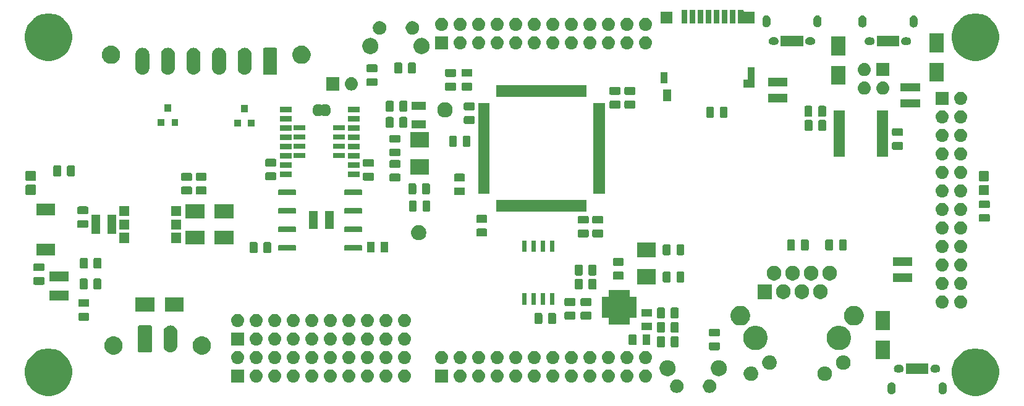
<source format=gbr>
G04 #@! TF.GenerationSoftware,KiCad,Pcbnew,(5.1.2)-1*
G04 #@! TF.CreationDate,2019-05-24T14:01:13-03:00*
G04 #@! TF.ProjectId,trololo,74726f6c-6f6c-46f2-9e6b-696361645f70,rev?*
G04 #@! TF.SameCoordinates,Original*
G04 #@! TF.FileFunction,Soldermask,Top*
G04 #@! TF.FilePolarity,Negative*
%FSLAX46Y46*%
G04 Gerber Fmt 4.6, Leading zero omitted, Abs format (unit mm)*
G04 Created by KiCad (PCBNEW (5.1.2)-1) date 2019-05-24 14:01:13*
%MOMM*%
%LPD*%
G04 APERTURE LIST*
%ADD10C,0.100000*%
G04 APERTURE END LIST*
D10*
G36*
X190587835Y-75035828D02*
G01*
X190940282Y-75105934D01*
X191531926Y-75351001D01*
X192064392Y-75706784D01*
X192517216Y-76159608D01*
X192872999Y-76692074D01*
X193118066Y-77283718D01*
X193133654Y-77362083D01*
X193243000Y-77911803D01*
X193243000Y-78552197D01*
X193202031Y-78758160D01*
X193118066Y-79180282D01*
X192872999Y-79771926D01*
X192517216Y-80304392D01*
X192064392Y-80757216D01*
X191531926Y-81112999D01*
X190940282Y-81358066D01*
X190626239Y-81420533D01*
X190312197Y-81483000D01*
X189671803Y-81483000D01*
X189357761Y-81420533D01*
X189043718Y-81358066D01*
X188452074Y-81112999D01*
X187919608Y-80757216D01*
X187466784Y-80304392D01*
X187111001Y-79771926D01*
X186865934Y-79180282D01*
X186781969Y-78758160D01*
X186741000Y-78552197D01*
X186741000Y-77911803D01*
X186850346Y-77362083D01*
X186865934Y-77283718D01*
X187111001Y-76692074D01*
X187466784Y-76159608D01*
X187919608Y-75706784D01*
X188452074Y-75351001D01*
X189043718Y-75105934D01*
X189396165Y-75035828D01*
X189671803Y-74981000D01*
X190312197Y-74981000D01*
X190587835Y-75035828D01*
X190587835Y-75035828D01*
G37*
G36*
X63587835Y-75035828D02*
G01*
X63940282Y-75105934D01*
X64531926Y-75351001D01*
X65064392Y-75706784D01*
X65517216Y-76159608D01*
X65872999Y-76692074D01*
X66118066Y-77283718D01*
X66133654Y-77362083D01*
X66243000Y-77911803D01*
X66243000Y-78552197D01*
X66202031Y-78758160D01*
X66118066Y-79180282D01*
X65872999Y-79771926D01*
X65517216Y-80304392D01*
X65064392Y-80757216D01*
X64531926Y-81112999D01*
X63940282Y-81358066D01*
X63626239Y-81420533D01*
X63312197Y-81483000D01*
X62671803Y-81483000D01*
X62357761Y-81420533D01*
X62043718Y-81358066D01*
X61452074Y-81112999D01*
X60919608Y-80757216D01*
X60466784Y-80304392D01*
X60111001Y-79771926D01*
X59865934Y-79180282D01*
X59781969Y-78758160D01*
X59741000Y-78552197D01*
X59741000Y-77911803D01*
X59850346Y-77362083D01*
X59865934Y-77283718D01*
X60111001Y-76692074D01*
X60466784Y-76159608D01*
X60919608Y-75706784D01*
X61452074Y-75351001D01*
X62043718Y-75105934D01*
X62396165Y-75035828D01*
X62671803Y-74981000D01*
X63312197Y-74981000D01*
X63587835Y-75035828D01*
X63587835Y-75035828D01*
G37*
G36*
X178599014Y-79605973D02*
G01*
X178702878Y-79637479D01*
X178746907Y-79661013D01*
X178798599Y-79688643D01*
X178798601Y-79688644D01*
X178798600Y-79688644D01*
X178882501Y-79757499D01*
X178940887Y-79828643D01*
X178951357Y-79841401D01*
X178974467Y-79884636D01*
X179002521Y-79937121D01*
X179034027Y-80040985D01*
X179042000Y-80121933D01*
X179042000Y-80726067D01*
X179034027Y-80807015D01*
X179002521Y-80910879D01*
X179002519Y-80910882D01*
X178951357Y-81006600D01*
X178882501Y-81090501D01*
X178798600Y-81159357D01*
X178730055Y-81195995D01*
X178702879Y-81210521D01*
X178599015Y-81242027D01*
X178491000Y-81252666D01*
X178382986Y-81242027D01*
X178279122Y-81210521D01*
X178251946Y-81195995D01*
X178183401Y-81159357D01*
X178099500Y-81090501D01*
X178030643Y-81006599D01*
X177979481Y-80910882D01*
X177959687Y-80845629D01*
X177947973Y-80807015D01*
X177940000Y-80726067D01*
X177940000Y-80121934D01*
X177947973Y-80040986D01*
X177979479Y-79937122D01*
X178030644Y-79841400D01*
X178099499Y-79757499D01*
X178183400Y-79688644D01*
X178183399Y-79688644D01*
X178183401Y-79688643D01*
X178235093Y-79661013D01*
X178279121Y-79637479D01*
X178382985Y-79605973D01*
X178491000Y-79595334D01*
X178599014Y-79605973D01*
X178599014Y-79605973D01*
G37*
G36*
X185599014Y-79605973D02*
G01*
X185702878Y-79637479D01*
X185746907Y-79661013D01*
X185798599Y-79688643D01*
X185798601Y-79688644D01*
X185798600Y-79688644D01*
X185882501Y-79757499D01*
X185940887Y-79828643D01*
X185951357Y-79841401D01*
X185974467Y-79884636D01*
X186002521Y-79937121D01*
X186034027Y-80040985D01*
X186042000Y-80121933D01*
X186042000Y-80726067D01*
X186034027Y-80807015D01*
X186002521Y-80910879D01*
X186002519Y-80910882D01*
X185951357Y-81006600D01*
X185882501Y-81090501D01*
X185798600Y-81159357D01*
X185730055Y-81195995D01*
X185702879Y-81210521D01*
X185599015Y-81242027D01*
X185491000Y-81252666D01*
X185382986Y-81242027D01*
X185279122Y-81210521D01*
X185251946Y-81195995D01*
X185183401Y-81159357D01*
X185099500Y-81090501D01*
X185030643Y-81006599D01*
X184979481Y-80910882D01*
X184959687Y-80845629D01*
X184947973Y-80807015D01*
X184940000Y-80726067D01*
X184940000Y-80121934D01*
X184947973Y-80040986D01*
X184979479Y-79937122D01*
X185030644Y-79841400D01*
X185099499Y-79757499D01*
X185183400Y-79688644D01*
X185183399Y-79688644D01*
X185183401Y-79688643D01*
X185235093Y-79661013D01*
X185279121Y-79637479D01*
X185382985Y-79605973D01*
X185491000Y-79595334D01*
X185599014Y-79605973D01*
X185599014Y-79605973D01*
G37*
G36*
X153841044Y-79256745D02*
G01*
X154009566Y-79326549D01*
X154161231Y-79427888D01*
X154290212Y-79556869D01*
X154391551Y-79708534D01*
X154461355Y-79877056D01*
X154496940Y-80055957D01*
X154496940Y-80238363D01*
X154461355Y-80417264D01*
X154391551Y-80585786D01*
X154290212Y-80737451D01*
X154161231Y-80866432D01*
X154009566Y-80967771D01*
X153841044Y-81037575D01*
X153662143Y-81073160D01*
X153479737Y-81073160D01*
X153300836Y-81037575D01*
X153132314Y-80967771D01*
X152980649Y-80866432D01*
X152851668Y-80737451D01*
X152750329Y-80585786D01*
X152680525Y-80417264D01*
X152644940Y-80238363D01*
X152644940Y-80055957D01*
X152680525Y-79877056D01*
X152750329Y-79708534D01*
X152851668Y-79556869D01*
X152980649Y-79427888D01*
X153132314Y-79326549D01*
X153300836Y-79256745D01*
X153479737Y-79221160D01*
X153662143Y-79221160D01*
X153841044Y-79256745D01*
X153841044Y-79256745D01*
G37*
G36*
X149341044Y-79256745D02*
G01*
X149509566Y-79326549D01*
X149661231Y-79427888D01*
X149790212Y-79556869D01*
X149891551Y-79708534D01*
X149961355Y-79877056D01*
X149996940Y-80055957D01*
X149996940Y-80238363D01*
X149961355Y-80417264D01*
X149891551Y-80585786D01*
X149790212Y-80737451D01*
X149661231Y-80866432D01*
X149509566Y-80967771D01*
X149341044Y-81037575D01*
X149162143Y-81073160D01*
X148979737Y-81073160D01*
X148800836Y-81037575D01*
X148632314Y-80967771D01*
X148480649Y-80866432D01*
X148351668Y-80737451D01*
X148250329Y-80585786D01*
X148180525Y-80417264D01*
X148144940Y-80238363D01*
X148144940Y-80055957D01*
X148180525Y-79877056D01*
X148250329Y-79708534D01*
X148351668Y-79556869D01*
X148480649Y-79427888D01*
X148632314Y-79326549D01*
X148800836Y-79256745D01*
X148979737Y-79221160D01*
X149162143Y-79221160D01*
X149341044Y-79256745D01*
X149341044Y-79256745D01*
G37*
G36*
X124570443Y-77845519D02*
G01*
X124636627Y-77852037D01*
X124806466Y-77903557D01*
X124962991Y-77987222D01*
X124998729Y-78016552D01*
X125100186Y-78099814D01*
X125183448Y-78201271D01*
X125212778Y-78237009D01*
X125296443Y-78393534D01*
X125347963Y-78563373D01*
X125365359Y-78740000D01*
X125347963Y-78916627D01*
X125296443Y-79086466D01*
X125212778Y-79242991D01*
X125201490Y-79256745D01*
X125100186Y-79380186D01*
X124998729Y-79463448D01*
X124962991Y-79492778D01*
X124806466Y-79576443D01*
X124636627Y-79627963D01*
X124570442Y-79634482D01*
X124504260Y-79641000D01*
X124415740Y-79641000D01*
X124349558Y-79634482D01*
X124283373Y-79627963D01*
X124113534Y-79576443D01*
X123957009Y-79492778D01*
X123921271Y-79463448D01*
X123819814Y-79380186D01*
X123718510Y-79256745D01*
X123707222Y-79242991D01*
X123623557Y-79086466D01*
X123572037Y-78916627D01*
X123554641Y-78740000D01*
X123572037Y-78563373D01*
X123623557Y-78393534D01*
X123707222Y-78237009D01*
X123736552Y-78201271D01*
X123819814Y-78099814D01*
X123921271Y-78016552D01*
X123957009Y-77987222D01*
X124113534Y-77903557D01*
X124283373Y-77852037D01*
X124349557Y-77845519D01*
X124415740Y-77839000D01*
X124504260Y-77839000D01*
X124570443Y-77845519D01*
X124570443Y-77845519D01*
G37*
G36*
X122030443Y-77845519D02*
G01*
X122096627Y-77852037D01*
X122266466Y-77903557D01*
X122422991Y-77987222D01*
X122458729Y-78016552D01*
X122560186Y-78099814D01*
X122643448Y-78201271D01*
X122672778Y-78237009D01*
X122756443Y-78393534D01*
X122807963Y-78563373D01*
X122825359Y-78740000D01*
X122807963Y-78916627D01*
X122756443Y-79086466D01*
X122672778Y-79242991D01*
X122661490Y-79256745D01*
X122560186Y-79380186D01*
X122458729Y-79463448D01*
X122422991Y-79492778D01*
X122266466Y-79576443D01*
X122096627Y-79627963D01*
X122030442Y-79634482D01*
X121964260Y-79641000D01*
X121875740Y-79641000D01*
X121809558Y-79634482D01*
X121743373Y-79627963D01*
X121573534Y-79576443D01*
X121417009Y-79492778D01*
X121381271Y-79463448D01*
X121279814Y-79380186D01*
X121178510Y-79256745D01*
X121167222Y-79242991D01*
X121083557Y-79086466D01*
X121032037Y-78916627D01*
X121014641Y-78740000D01*
X121032037Y-78563373D01*
X121083557Y-78393534D01*
X121167222Y-78237009D01*
X121196552Y-78201271D01*
X121279814Y-78099814D01*
X121381271Y-78016552D01*
X121417009Y-77987222D01*
X121573534Y-77903557D01*
X121743373Y-77852037D01*
X121809557Y-77845519D01*
X121875740Y-77839000D01*
X121964260Y-77839000D01*
X122030443Y-77845519D01*
X122030443Y-77845519D01*
G37*
G36*
X127110443Y-77845519D02*
G01*
X127176627Y-77852037D01*
X127346466Y-77903557D01*
X127502991Y-77987222D01*
X127538729Y-78016552D01*
X127640186Y-78099814D01*
X127723448Y-78201271D01*
X127752778Y-78237009D01*
X127836443Y-78393534D01*
X127887963Y-78563373D01*
X127905359Y-78740000D01*
X127887963Y-78916627D01*
X127836443Y-79086466D01*
X127752778Y-79242991D01*
X127741490Y-79256745D01*
X127640186Y-79380186D01*
X127538729Y-79463448D01*
X127502991Y-79492778D01*
X127346466Y-79576443D01*
X127176627Y-79627963D01*
X127110442Y-79634482D01*
X127044260Y-79641000D01*
X126955740Y-79641000D01*
X126889558Y-79634482D01*
X126823373Y-79627963D01*
X126653534Y-79576443D01*
X126497009Y-79492778D01*
X126461271Y-79463448D01*
X126359814Y-79380186D01*
X126258510Y-79256745D01*
X126247222Y-79242991D01*
X126163557Y-79086466D01*
X126112037Y-78916627D01*
X126094641Y-78740000D01*
X126112037Y-78563373D01*
X126163557Y-78393534D01*
X126247222Y-78237009D01*
X126276552Y-78201271D01*
X126359814Y-78099814D01*
X126461271Y-78016552D01*
X126497009Y-77987222D01*
X126653534Y-77903557D01*
X126823373Y-77852037D01*
X126889557Y-77845519D01*
X126955740Y-77839000D01*
X127044260Y-77839000D01*
X127110443Y-77845519D01*
X127110443Y-77845519D01*
G37*
G36*
X129650443Y-77845519D02*
G01*
X129716627Y-77852037D01*
X129886466Y-77903557D01*
X130042991Y-77987222D01*
X130078729Y-78016552D01*
X130180186Y-78099814D01*
X130263448Y-78201271D01*
X130292778Y-78237009D01*
X130376443Y-78393534D01*
X130427963Y-78563373D01*
X130445359Y-78740000D01*
X130427963Y-78916627D01*
X130376443Y-79086466D01*
X130292778Y-79242991D01*
X130281490Y-79256745D01*
X130180186Y-79380186D01*
X130078729Y-79463448D01*
X130042991Y-79492778D01*
X129886466Y-79576443D01*
X129716627Y-79627963D01*
X129650442Y-79634482D01*
X129584260Y-79641000D01*
X129495740Y-79641000D01*
X129429558Y-79634482D01*
X129363373Y-79627963D01*
X129193534Y-79576443D01*
X129037009Y-79492778D01*
X129001271Y-79463448D01*
X128899814Y-79380186D01*
X128798510Y-79256745D01*
X128787222Y-79242991D01*
X128703557Y-79086466D01*
X128652037Y-78916627D01*
X128634641Y-78740000D01*
X128652037Y-78563373D01*
X128703557Y-78393534D01*
X128787222Y-78237009D01*
X128816552Y-78201271D01*
X128899814Y-78099814D01*
X129001271Y-78016552D01*
X129037009Y-77987222D01*
X129193534Y-77903557D01*
X129363373Y-77852037D01*
X129429557Y-77845519D01*
X129495740Y-77839000D01*
X129584260Y-77839000D01*
X129650443Y-77845519D01*
X129650443Y-77845519D01*
G37*
G36*
X132190443Y-77845519D02*
G01*
X132256627Y-77852037D01*
X132426466Y-77903557D01*
X132582991Y-77987222D01*
X132618729Y-78016552D01*
X132720186Y-78099814D01*
X132803448Y-78201271D01*
X132832778Y-78237009D01*
X132916443Y-78393534D01*
X132967963Y-78563373D01*
X132985359Y-78740000D01*
X132967963Y-78916627D01*
X132916443Y-79086466D01*
X132832778Y-79242991D01*
X132821490Y-79256745D01*
X132720186Y-79380186D01*
X132618729Y-79463448D01*
X132582991Y-79492778D01*
X132426466Y-79576443D01*
X132256627Y-79627963D01*
X132190442Y-79634482D01*
X132124260Y-79641000D01*
X132035740Y-79641000D01*
X131969558Y-79634482D01*
X131903373Y-79627963D01*
X131733534Y-79576443D01*
X131577009Y-79492778D01*
X131541271Y-79463448D01*
X131439814Y-79380186D01*
X131338510Y-79256745D01*
X131327222Y-79242991D01*
X131243557Y-79086466D01*
X131192037Y-78916627D01*
X131174641Y-78740000D01*
X131192037Y-78563373D01*
X131243557Y-78393534D01*
X131327222Y-78237009D01*
X131356552Y-78201271D01*
X131439814Y-78099814D01*
X131541271Y-78016552D01*
X131577009Y-77987222D01*
X131733534Y-77903557D01*
X131903373Y-77852037D01*
X131969557Y-77845519D01*
X132035740Y-77839000D01*
X132124260Y-77839000D01*
X132190443Y-77845519D01*
X132190443Y-77845519D01*
G37*
G36*
X134730443Y-77845519D02*
G01*
X134796627Y-77852037D01*
X134966466Y-77903557D01*
X135122991Y-77987222D01*
X135158729Y-78016552D01*
X135260186Y-78099814D01*
X135343448Y-78201271D01*
X135372778Y-78237009D01*
X135456443Y-78393534D01*
X135507963Y-78563373D01*
X135525359Y-78740000D01*
X135507963Y-78916627D01*
X135456443Y-79086466D01*
X135372778Y-79242991D01*
X135361490Y-79256745D01*
X135260186Y-79380186D01*
X135158729Y-79463448D01*
X135122991Y-79492778D01*
X134966466Y-79576443D01*
X134796627Y-79627963D01*
X134730442Y-79634482D01*
X134664260Y-79641000D01*
X134575740Y-79641000D01*
X134509558Y-79634482D01*
X134443373Y-79627963D01*
X134273534Y-79576443D01*
X134117009Y-79492778D01*
X134081271Y-79463448D01*
X133979814Y-79380186D01*
X133878510Y-79256745D01*
X133867222Y-79242991D01*
X133783557Y-79086466D01*
X133732037Y-78916627D01*
X133714641Y-78740000D01*
X133732037Y-78563373D01*
X133783557Y-78393534D01*
X133867222Y-78237009D01*
X133896552Y-78201271D01*
X133979814Y-78099814D01*
X134081271Y-78016552D01*
X134117009Y-77987222D01*
X134273534Y-77903557D01*
X134443373Y-77852037D01*
X134509557Y-77845519D01*
X134575740Y-77839000D01*
X134664260Y-77839000D01*
X134730443Y-77845519D01*
X134730443Y-77845519D01*
G37*
G36*
X137270443Y-77845519D02*
G01*
X137336627Y-77852037D01*
X137506466Y-77903557D01*
X137662991Y-77987222D01*
X137698729Y-78016552D01*
X137800186Y-78099814D01*
X137883448Y-78201271D01*
X137912778Y-78237009D01*
X137996443Y-78393534D01*
X138047963Y-78563373D01*
X138065359Y-78740000D01*
X138047963Y-78916627D01*
X137996443Y-79086466D01*
X137912778Y-79242991D01*
X137901490Y-79256745D01*
X137800186Y-79380186D01*
X137698729Y-79463448D01*
X137662991Y-79492778D01*
X137506466Y-79576443D01*
X137336627Y-79627963D01*
X137270442Y-79634482D01*
X137204260Y-79641000D01*
X137115740Y-79641000D01*
X137049558Y-79634482D01*
X136983373Y-79627963D01*
X136813534Y-79576443D01*
X136657009Y-79492778D01*
X136621271Y-79463448D01*
X136519814Y-79380186D01*
X136418510Y-79256745D01*
X136407222Y-79242991D01*
X136323557Y-79086466D01*
X136272037Y-78916627D01*
X136254641Y-78740000D01*
X136272037Y-78563373D01*
X136323557Y-78393534D01*
X136407222Y-78237009D01*
X136436552Y-78201271D01*
X136519814Y-78099814D01*
X136621271Y-78016552D01*
X136657009Y-77987222D01*
X136813534Y-77903557D01*
X136983373Y-77852037D01*
X137049557Y-77845519D01*
X137115740Y-77839000D01*
X137204260Y-77839000D01*
X137270443Y-77845519D01*
X137270443Y-77845519D01*
G37*
G36*
X139810443Y-77845519D02*
G01*
X139876627Y-77852037D01*
X140046466Y-77903557D01*
X140202991Y-77987222D01*
X140238729Y-78016552D01*
X140340186Y-78099814D01*
X140423448Y-78201271D01*
X140452778Y-78237009D01*
X140536443Y-78393534D01*
X140587963Y-78563373D01*
X140605359Y-78740000D01*
X140587963Y-78916627D01*
X140536443Y-79086466D01*
X140452778Y-79242991D01*
X140441490Y-79256745D01*
X140340186Y-79380186D01*
X140238729Y-79463448D01*
X140202991Y-79492778D01*
X140046466Y-79576443D01*
X139876627Y-79627963D01*
X139810442Y-79634482D01*
X139744260Y-79641000D01*
X139655740Y-79641000D01*
X139589558Y-79634482D01*
X139523373Y-79627963D01*
X139353534Y-79576443D01*
X139197009Y-79492778D01*
X139161271Y-79463448D01*
X139059814Y-79380186D01*
X138958510Y-79256745D01*
X138947222Y-79242991D01*
X138863557Y-79086466D01*
X138812037Y-78916627D01*
X138794641Y-78740000D01*
X138812037Y-78563373D01*
X138863557Y-78393534D01*
X138947222Y-78237009D01*
X138976552Y-78201271D01*
X139059814Y-78099814D01*
X139161271Y-78016552D01*
X139197009Y-77987222D01*
X139353534Y-77903557D01*
X139523373Y-77852037D01*
X139589557Y-77845519D01*
X139655740Y-77839000D01*
X139744260Y-77839000D01*
X139810443Y-77845519D01*
X139810443Y-77845519D01*
G37*
G36*
X142350443Y-77845519D02*
G01*
X142416627Y-77852037D01*
X142586466Y-77903557D01*
X142742991Y-77987222D01*
X142778729Y-78016552D01*
X142880186Y-78099814D01*
X142963448Y-78201271D01*
X142992778Y-78237009D01*
X143076443Y-78393534D01*
X143127963Y-78563373D01*
X143145359Y-78740000D01*
X143127963Y-78916627D01*
X143076443Y-79086466D01*
X142992778Y-79242991D01*
X142981490Y-79256745D01*
X142880186Y-79380186D01*
X142778729Y-79463448D01*
X142742991Y-79492778D01*
X142586466Y-79576443D01*
X142416627Y-79627963D01*
X142350442Y-79634482D01*
X142284260Y-79641000D01*
X142195740Y-79641000D01*
X142129558Y-79634482D01*
X142063373Y-79627963D01*
X141893534Y-79576443D01*
X141737009Y-79492778D01*
X141701271Y-79463448D01*
X141599814Y-79380186D01*
X141498510Y-79256745D01*
X141487222Y-79242991D01*
X141403557Y-79086466D01*
X141352037Y-78916627D01*
X141334641Y-78740000D01*
X141352037Y-78563373D01*
X141403557Y-78393534D01*
X141487222Y-78237009D01*
X141516552Y-78201271D01*
X141599814Y-78099814D01*
X141701271Y-78016552D01*
X141737009Y-77987222D01*
X141893534Y-77903557D01*
X142063373Y-77852037D01*
X142129557Y-77845519D01*
X142195740Y-77839000D01*
X142284260Y-77839000D01*
X142350443Y-77845519D01*
X142350443Y-77845519D01*
G37*
G36*
X144890443Y-77845519D02*
G01*
X144956627Y-77852037D01*
X145126466Y-77903557D01*
X145282991Y-77987222D01*
X145318729Y-78016552D01*
X145420186Y-78099814D01*
X145503448Y-78201271D01*
X145532778Y-78237009D01*
X145616443Y-78393534D01*
X145667963Y-78563373D01*
X145685359Y-78740000D01*
X145667963Y-78916627D01*
X145616443Y-79086466D01*
X145532778Y-79242991D01*
X145521490Y-79256745D01*
X145420186Y-79380186D01*
X145318729Y-79463448D01*
X145282991Y-79492778D01*
X145126466Y-79576443D01*
X144956627Y-79627963D01*
X144890442Y-79634482D01*
X144824260Y-79641000D01*
X144735740Y-79641000D01*
X144669558Y-79634482D01*
X144603373Y-79627963D01*
X144433534Y-79576443D01*
X144277009Y-79492778D01*
X144241271Y-79463448D01*
X144139814Y-79380186D01*
X144038510Y-79256745D01*
X144027222Y-79242991D01*
X143943557Y-79086466D01*
X143892037Y-78916627D01*
X143874641Y-78740000D01*
X143892037Y-78563373D01*
X143943557Y-78393534D01*
X144027222Y-78237009D01*
X144056552Y-78201271D01*
X144139814Y-78099814D01*
X144241271Y-78016552D01*
X144277009Y-77987222D01*
X144433534Y-77903557D01*
X144603373Y-77852037D01*
X144669557Y-77845519D01*
X144735740Y-77839000D01*
X144824260Y-77839000D01*
X144890443Y-77845519D01*
X144890443Y-77845519D01*
G37*
G36*
X96630443Y-77845519D02*
G01*
X96696627Y-77852037D01*
X96866466Y-77903557D01*
X97022991Y-77987222D01*
X97058729Y-78016552D01*
X97160186Y-78099814D01*
X97243448Y-78201271D01*
X97272778Y-78237009D01*
X97356443Y-78393534D01*
X97407963Y-78563373D01*
X97425359Y-78740000D01*
X97407963Y-78916627D01*
X97356443Y-79086466D01*
X97272778Y-79242991D01*
X97261490Y-79256745D01*
X97160186Y-79380186D01*
X97058729Y-79463448D01*
X97022991Y-79492778D01*
X96866466Y-79576443D01*
X96696627Y-79627963D01*
X96630442Y-79634482D01*
X96564260Y-79641000D01*
X96475740Y-79641000D01*
X96409558Y-79634482D01*
X96343373Y-79627963D01*
X96173534Y-79576443D01*
X96017009Y-79492778D01*
X95981271Y-79463448D01*
X95879814Y-79380186D01*
X95778510Y-79256745D01*
X95767222Y-79242991D01*
X95683557Y-79086466D01*
X95632037Y-78916627D01*
X95614641Y-78740000D01*
X95632037Y-78563373D01*
X95683557Y-78393534D01*
X95767222Y-78237009D01*
X95796552Y-78201271D01*
X95879814Y-78099814D01*
X95981271Y-78016552D01*
X96017009Y-77987222D01*
X96173534Y-77903557D01*
X96343373Y-77852037D01*
X96409557Y-77845519D01*
X96475740Y-77839000D01*
X96564260Y-77839000D01*
X96630443Y-77845519D01*
X96630443Y-77845519D01*
G37*
G36*
X119490443Y-77845519D02*
G01*
X119556627Y-77852037D01*
X119726466Y-77903557D01*
X119882991Y-77987222D01*
X119918729Y-78016552D01*
X120020186Y-78099814D01*
X120103448Y-78201271D01*
X120132778Y-78237009D01*
X120216443Y-78393534D01*
X120267963Y-78563373D01*
X120285359Y-78740000D01*
X120267963Y-78916627D01*
X120216443Y-79086466D01*
X120132778Y-79242991D01*
X120121490Y-79256745D01*
X120020186Y-79380186D01*
X119918729Y-79463448D01*
X119882991Y-79492778D01*
X119726466Y-79576443D01*
X119556627Y-79627963D01*
X119490442Y-79634482D01*
X119424260Y-79641000D01*
X119335740Y-79641000D01*
X119269558Y-79634482D01*
X119203373Y-79627963D01*
X119033534Y-79576443D01*
X118877009Y-79492778D01*
X118841271Y-79463448D01*
X118739814Y-79380186D01*
X118638510Y-79256745D01*
X118627222Y-79242991D01*
X118543557Y-79086466D01*
X118492037Y-78916627D01*
X118474641Y-78740000D01*
X118492037Y-78563373D01*
X118543557Y-78393534D01*
X118627222Y-78237009D01*
X118656552Y-78201271D01*
X118739814Y-78099814D01*
X118841271Y-78016552D01*
X118877009Y-77987222D01*
X119033534Y-77903557D01*
X119203373Y-77852037D01*
X119269557Y-77845519D01*
X119335740Y-77839000D01*
X119424260Y-77839000D01*
X119490443Y-77845519D01*
X119490443Y-77845519D01*
G37*
G36*
X109330443Y-77845519D02*
G01*
X109396627Y-77852037D01*
X109566466Y-77903557D01*
X109722991Y-77987222D01*
X109758729Y-78016552D01*
X109860186Y-78099814D01*
X109943448Y-78201271D01*
X109972778Y-78237009D01*
X110056443Y-78393534D01*
X110107963Y-78563373D01*
X110125359Y-78740000D01*
X110107963Y-78916627D01*
X110056443Y-79086466D01*
X109972778Y-79242991D01*
X109961490Y-79256745D01*
X109860186Y-79380186D01*
X109758729Y-79463448D01*
X109722991Y-79492778D01*
X109566466Y-79576443D01*
X109396627Y-79627963D01*
X109330442Y-79634482D01*
X109264260Y-79641000D01*
X109175740Y-79641000D01*
X109109558Y-79634482D01*
X109043373Y-79627963D01*
X108873534Y-79576443D01*
X108717009Y-79492778D01*
X108681271Y-79463448D01*
X108579814Y-79380186D01*
X108478510Y-79256745D01*
X108467222Y-79242991D01*
X108383557Y-79086466D01*
X108332037Y-78916627D01*
X108314641Y-78740000D01*
X108332037Y-78563373D01*
X108383557Y-78393534D01*
X108467222Y-78237009D01*
X108496552Y-78201271D01*
X108579814Y-78099814D01*
X108681271Y-78016552D01*
X108717009Y-77987222D01*
X108873534Y-77903557D01*
X109043373Y-77852037D01*
X109109557Y-77845519D01*
X109175740Y-77839000D01*
X109264260Y-77839000D01*
X109330443Y-77845519D01*
X109330443Y-77845519D01*
G37*
G36*
X106790443Y-77845519D02*
G01*
X106856627Y-77852037D01*
X107026466Y-77903557D01*
X107182991Y-77987222D01*
X107218729Y-78016552D01*
X107320186Y-78099814D01*
X107403448Y-78201271D01*
X107432778Y-78237009D01*
X107516443Y-78393534D01*
X107567963Y-78563373D01*
X107585359Y-78740000D01*
X107567963Y-78916627D01*
X107516443Y-79086466D01*
X107432778Y-79242991D01*
X107421490Y-79256745D01*
X107320186Y-79380186D01*
X107218729Y-79463448D01*
X107182991Y-79492778D01*
X107026466Y-79576443D01*
X106856627Y-79627963D01*
X106790442Y-79634482D01*
X106724260Y-79641000D01*
X106635740Y-79641000D01*
X106569558Y-79634482D01*
X106503373Y-79627963D01*
X106333534Y-79576443D01*
X106177009Y-79492778D01*
X106141271Y-79463448D01*
X106039814Y-79380186D01*
X105938510Y-79256745D01*
X105927222Y-79242991D01*
X105843557Y-79086466D01*
X105792037Y-78916627D01*
X105774641Y-78740000D01*
X105792037Y-78563373D01*
X105843557Y-78393534D01*
X105927222Y-78237009D01*
X105956552Y-78201271D01*
X106039814Y-78099814D01*
X106141271Y-78016552D01*
X106177009Y-77987222D01*
X106333534Y-77903557D01*
X106503373Y-77852037D01*
X106569557Y-77845519D01*
X106635740Y-77839000D01*
X106724260Y-77839000D01*
X106790443Y-77845519D01*
X106790443Y-77845519D01*
G37*
G36*
X94090443Y-77845519D02*
G01*
X94156627Y-77852037D01*
X94326466Y-77903557D01*
X94482991Y-77987222D01*
X94518729Y-78016552D01*
X94620186Y-78099814D01*
X94703448Y-78201271D01*
X94732778Y-78237009D01*
X94816443Y-78393534D01*
X94867963Y-78563373D01*
X94885359Y-78740000D01*
X94867963Y-78916627D01*
X94816443Y-79086466D01*
X94732778Y-79242991D01*
X94721490Y-79256745D01*
X94620186Y-79380186D01*
X94518729Y-79463448D01*
X94482991Y-79492778D01*
X94326466Y-79576443D01*
X94156627Y-79627963D01*
X94090442Y-79634482D01*
X94024260Y-79641000D01*
X93935740Y-79641000D01*
X93869558Y-79634482D01*
X93803373Y-79627963D01*
X93633534Y-79576443D01*
X93477009Y-79492778D01*
X93441271Y-79463448D01*
X93339814Y-79380186D01*
X93238510Y-79256745D01*
X93227222Y-79242991D01*
X93143557Y-79086466D01*
X93092037Y-78916627D01*
X93074641Y-78740000D01*
X93092037Y-78563373D01*
X93143557Y-78393534D01*
X93227222Y-78237009D01*
X93256552Y-78201271D01*
X93339814Y-78099814D01*
X93441271Y-78016552D01*
X93477009Y-77987222D01*
X93633534Y-77903557D01*
X93803373Y-77852037D01*
X93869557Y-77845519D01*
X93935740Y-77839000D01*
X94024260Y-77839000D01*
X94090443Y-77845519D01*
X94090443Y-77845519D01*
G37*
G36*
X91550443Y-77845519D02*
G01*
X91616627Y-77852037D01*
X91786466Y-77903557D01*
X91942991Y-77987222D01*
X91978729Y-78016552D01*
X92080186Y-78099814D01*
X92163448Y-78201271D01*
X92192778Y-78237009D01*
X92276443Y-78393534D01*
X92327963Y-78563373D01*
X92345359Y-78740000D01*
X92327963Y-78916627D01*
X92276443Y-79086466D01*
X92192778Y-79242991D01*
X92181490Y-79256745D01*
X92080186Y-79380186D01*
X91978729Y-79463448D01*
X91942991Y-79492778D01*
X91786466Y-79576443D01*
X91616627Y-79627963D01*
X91550442Y-79634482D01*
X91484260Y-79641000D01*
X91395740Y-79641000D01*
X91329558Y-79634482D01*
X91263373Y-79627963D01*
X91093534Y-79576443D01*
X90937009Y-79492778D01*
X90901271Y-79463448D01*
X90799814Y-79380186D01*
X90698510Y-79256745D01*
X90687222Y-79242991D01*
X90603557Y-79086466D01*
X90552037Y-78916627D01*
X90534641Y-78740000D01*
X90552037Y-78563373D01*
X90603557Y-78393534D01*
X90687222Y-78237009D01*
X90716552Y-78201271D01*
X90799814Y-78099814D01*
X90901271Y-78016552D01*
X90937009Y-77987222D01*
X91093534Y-77903557D01*
X91263373Y-77852037D01*
X91329557Y-77845519D01*
X91395740Y-77839000D01*
X91484260Y-77839000D01*
X91550443Y-77845519D01*
X91550443Y-77845519D01*
G37*
G36*
X89801000Y-79641000D02*
G01*
X87999000Y-79641000D01*
X87999000Y-77839000D01*
X89801000Y-77839000D01*
X89801000Y-79641000D01*
X89801000Y-79641000D01*
G37*
G36*
X104250443Y-77845519D02*
G01*
X104316627Y-77852037D01*
X104486466Y-77903557D01*
X104642991Y-77987222D01*
X104678729Y-78016552D01*
X104780186Y-78099814D01*
X104863448Y-78201271D01*
X104892778Y-78237009D01*
X104976443Y-78393534D01*
X105027963Y-78563373D01*
X105045359Y-78740000D01*
X105027963Y-78916627D01*
X104976443Y-79086466D01*
X104892778Y-79242991D01*
X104881490Y-79256745D01*
X104780186Y-79380186D01*
X104678729Y-79463448D01*
X104642991Y-79492778D01*
X104486466Y-79576443D01*
X104316627Y-79627963D01*
X104250442Y-79634482D01*
X104184260Y-79641000D01*
X104095740Y-79641000D01*
X104029558Y-79634482D01*
X103963373Y-79627963D01*
X103793534Y-79576443D01*
X103637009Y-79492778D01*
X103601271Y-79463448D01*
X103499814Y-79380186D01*
X103398510Y-79256745D01*
X103387222Y-79242991D01*
X103303557Y-79086466D01*
X103252037Y-78916627D01*
X103234641Y-78740000D01*
X103252037Y-78563373D01*
X103303557Y-78393534D01*
X103387222Y-78237009D01*
X103416552Y-78201271D01*
X103499814Y-78099814D01*
X103601271Y-78016552D01*
X103637009Y-77987222D01*
X103793534Y-77903557D01*
X103963373Y-77852037D01*
X104029557Y-77845519D01*
X104095740Y-77839000D01*
X104184260Y-77839000D01*
X104250443Y-77845519D01*
X104250443Y-77845519D01*
G37*
G36*
X101710443Y-77845519D02*
G01*
X101776627Y-77852037D01*
X101946466Y-77903557D01*
X102102991Y-77987222D01*
X102138729Y-78016552D01*
X102240186Y-78099814D01*
X102323448Y-78201271D01*
X102352778Y-78237009D01*
X102436443Y-78393534D01*
X102487963Y-78563373D01*
X102505359Y-78740000D01*
X102487963Y-78916627D01*
X102436443Y-79086466D01*
X102352778Y-79242991D01*
X102341490Y-79256745D01*
X102240186Y-79380186D01*
X102138729Y-79463448D01*
X102102991Y-79492778D01*
X101946466Y-79576443D01*
X101776627Y-79627963D01*
X101710442Y-79634482D01*
X101644260Y-79641000D01*
X101555740Y-79641000D01*
X101489558Y-79634482D01*
X101423373Y-79627963D01*
X101253534Y-79576443D01*
X101097009Y-79492778D01*
X101061271Y-79463448D01*
X100959814Y-79380186D01*
X100858510Y-79256745D01*
X100847222Y-79242991D01*
X100763557Y-79086466D01*
X100712037Y-78916627D01*
X100694641Y-78740000D01*
X100712037Y-78563373D01*
X100763557Y-78393534D01*
X100847222Y-78237009D01*
X100876552Y-78201271D01*
X100959814Y-78099814D01*
X101061271Y-78016552D01*
X101097009Y-77987222D01*
X101253534Y-77903557D01*
X101423373Y-77852037D01*
X101489557Y-77845519D01*
X101555740Y-77839000D01*
X101644260Y-77839000D01*
X101710443Y-77845519D01*
X101710443Y-77845519D01*
G37*
G36*
X111870443Y-77845519D02*
G01*
X111936627Y-77852037D01*
X112106466Y-77903557D01*
X112262991Y-77987222D01*
X112298729Y-78016552D01*
X112400186Y-78099814D01*
X112483448Y-78201271D01*
X112512778Y-78237009D01*
X112596443Y-78393534D01*
X112647963Y-78563373D01*
X112665359Y-78740000D01*
X112647963Y-78916627D01*
X112596443Y-79086466D01*
X112512778Y-79242991D01*
X112501490Y-79256745D01*
X112400186Y-79380186D01*
X112298729Y-79463448D01*
X112262991Y-79492778D01*
X112106466Y-79576443D01*
X111936627Y-79627963D01*
X111870442Y-79634482D01*
X111804260Y-79641000D01*
X111715740Y-79641000D01*
X111649558Y-79634482D01*
X111583373Y-79627963D01*
X111413534Y-79576443D01*
X111257009Y-79492778D01*
X111221271Y-79463448D01*
X111119814Y-79380186D01*
X111018510Y-79256745D01*
X111007222Y-79242991D01*
X110923557Y-79086466D01*
X110872037Y-78916627D01*
X110854641Y-78740000D01*
X110872037Y-78563373D01*
X110923557Y-78393534D01*
X111007222Y-78237009D01*
X111036552Y-78201271D01*
X111119814Y-78099814D01*
X111221271Y-78016552D01*
X111257009Y-77987222D01*
X111413534Y-77903557D01*
X111583373Y-77852037D01*
X111649557Y-77845519D01*
X111715740Y-77839000D01*
X111804260Y-77839000D01*
X111870443Y-77845519D01*
X111870443Y-77845519D01*
G37*
G36*
X99170443Y-77845519D02*
G01*
X99236627Y-77852037D01*
X99406466Y-77903557D01*
X99562991Y-77987222D01*
X99598729Y-78016552D01*
X99700186Y-78099814D01*
X99783448Y-78201271D01*
X99812778Y-78237009D01*
X99896443Y-78393534D01*
X99947963Y-78563373D01*
X99965359Y-78740000D01*
X99947963Y-78916627D01*
X99896443Y-79086466D01*
X99812778Y-79242991D01*
X99801490Y-79256745D01*
X99700186Y-79380186D01*
X99598729Y-79463448D01*
X99562991Y-79492778D01*
X99406466Y-79576443D01*
X99236627Y-79627963D01*
X99170442Y-79634482D01*
X99104260Y-79641000D01*
X99015740Y-79641000D01*
X98949558Y-79634482D01*
X98883373Y-79627963D01*
X98713534Y-79576443D01*
X98557009Y-79492778D01*
X98521271Y-79463448D01*
X98419814Y-79380186D01*
X98318510Y-79256745D01*
X98307222Y-79242991D01*
X98223557Y-79086466D01*
X98172037Y-78916627D01*
X98154641Y-78740000D01*
X98172037Y-78563373D01*
X98223557Y-78393534D01*
X98307222Y-78237009D01*
X98336552Y-78201271D01*
X98419814Y-78099814D01*
X98521271Y-78016552D01*
X98557009Y-77987222D01*
X98713534Y-77903557D01*
X98883373Y-77852037D01*
X98949557Y-77845519D01*
X99015740Y-77839000D01*
X99104260Y-77839000D01*
X99170443Y-77845519D01*
X99170443Y-77845519D01*
G37*
G36*
X117741000Y-79641000D02*
G01*
X115939000Y-79641000D01*
X115939000Y-77839000D01*
X117741000Y-77839000D01*
X117741000Y-79641000D01*
X117741000Y-79641000D01*
G37*
G36*
X159522721Y-77452575D02*
G01*
X159613353Y-77490116D01*
X159703983Y-77527656D01*
X159867113Y-77636656D01*
X160005844Y-77775387D01*
X160114844Y-77938517D01*
X160135018Y-77987222D01*
X160189925Y-78119779D01*
X160228200Y-78312201D01*
X160228200Y-78508399D01*
X160189925Y-78700821D01*
X160183700Y-78715849D01*
X160114844Y-78882083D01*
X160005844Y-79045213D01*
X159867113Y-79183944D01*
X159703983Y-79292944D01*
X159613353Y-79330484D01*
X159522721Y-79368025D01*
X159330299Y-79406300D01*
X159134101Y-79406300D01*
X158941679Y-79368025D01*
X158851047Y-79330484D01*
X158760417Y-79292944D01*
X158597287Y-79183944D01*
X158458556Y-79045213D01*
X158349556Y-78882083D01*
X158280700Y-78715849D01*
X158274475Y-78700821D01*
X158236200Y-78508399D01*
X158236200Y-78312201D01*
X158274475Y-78119779D01*
X158329382Y-77987222D01*
X158349556Y-77938517D01*
X158458556Y-77775387D01*
X158597287Y-77636656D01*
X158760417Y-77527656D01*
X158851048Y-77490116D01*
X158941679Y-77452575D01*
X159134101Y-77414300D01*
X159330299Y-77414300D01*
X159522721Y-77452575D01*
X159522721Y-77452575D01*
G37*
G36*
X169632721Y-77452575D02*
G01*
X169723353Y-77490116D01*
X169813983Y-77527656D01*
X169977113Y-77636656D01*
X170115844Y-77775387D01*
X170224844Y-77938517D01*
X170245018Y-77987222D01*
X170299925Y-78119779D01*
X170338200Y-78312201D01*
X170338200Y-78508399D01*
X170299925Y-78700821D01*
X170293700Y-78715849D01*
X170224844Y-78882083D01*
X170115844Y-79045213D01*
X169977113Y-79183944D01*
X169813983Y-79292944D01*
X169723353Y-79330484D01*
X169632721Y-79368025D01*
X169440299Y-79406300D01*
X169244101Y-79406300D01*
X169051679Y-79368025D01*
X168961047Y-79330484D01*
X168870417Y-79292944D01*
X168707287Y-79183944D01*
X168568556Y-79045213D01*
X168459556Y-78882083D01*
X168390700Y-78715849D01*
X168384475Y-78700821D01*
X168346200Y-78508399D01*
X168346200Y-78312201D01*
X168384475Y-78119779D01*
X168439382Y-77987222D01*
X168459556Y-77938517D01*
X168568556Y-77775387D01*
X168707287Y-77636656D01*
X168870417Y-77527656D01*
X168961048Y-77490116D01*
X169051679Y-77452575D01*
X169244101Y-77414300D01*
X169440299Y-77414300D01*
X169632721Y-77452575D01*
X169632721Y-77452575D01*
G37*
G36*
X155035735Y-76577316D02*
G01*
X155142090Y-76598471D01*
X155242274Y-76639969D01*
X155342460Y-76681467D01*
X155522784Y-76801955D01*
X155676145Y-76955316D01*
X155796633Y-77135640D01*
X155796633Y-77135641D01*
X155858306Y-77284531D01*
X155879629Y-77336011D01*
X155921940Y-77548720D01*
X155921940Y-77765600D01*
X155918877Y-77781000D01*
X155879629Y-77978310D01*
X155863336Y-78017644D01*
X155796633Y-78178680D01*
X155676145Y-78359004D01*
X155522784Y-78512365D01*
X155342460Y-78632853D01*
X155263237Y-78665668D01*
X155142090Y-78715849D01*
X155035735Y-78737004D01*
X154929380Y-78758160D01*
X154712500Y-78758160D01*
X154606146Y-78737005D01*
X154499790Y-78715849D01*
X154378643Y-78665668D01*
X154299420Y-78632853D01*
X154119096Y-78512365D01*
X153965735Y-78359004D01*
X153845247Y-78178680D01*
X153778544Y-78017644D01*
X153762251Y-77978310D01*
X153723003Y-77781000D01*
X153719940Y-77765600D01*
X153719940Y-77548720D01*
X153762251Y-77336011D01*
X153783575Y-77284531D01*
X153845247Y-77135641D01*
X153845247Y-77135640D01*
X153965735Y-76955316D01*
X154119096Y-76801955D01*
X154299420Y-76681467D01*
X154399606Y-76639969D01*
X154499790Y-76598471D01*
X154606146Y-76577315D01*
X154712500Y-76556160D01*
X154929380Y-76556160D01*
X155035735Y-76577316D01*
X155035735Y-76577316D01*
G37*
G36*
X148025735Y-76577316D02*
G01*
X148132090Y-76598471D01*
X148232274Y-76639969D01*
X148332460Y-76681467D01*
X148512784Y-76801955D01*
X148666145Y-76955316D01*
X148786633Y-77135640D01*
X148786633Y-77135641D01*
X148848306Y-77284531D01*
X148869629Y-77336011D01*
X148911940Y-77548720D01*
X148911940Y-77765600D01*
X148908877Y-77781000D01*
X148869629Y-77978310D01*
X148853336Y-78017644D01*
X148786633Y-78178680D01*
X148666145Y-78359004D01*
X148512784Y-78512365D01*
X148332460Y-78632853D01*
X148253237Y-78665668D01*
X148132090Y-78715849D01*
X148025735Y-78737004D01*
X147919380Y-78758160D01*
X147702500Y-78758160D01*
X147596146Y-78737005D01*
X147489790Y-78715849D01*
X147368643Y-78665668D01*
X147289420Y-78632853D01*
X147109096Y-78512365D01*
X146955735Y-78359004D01*
X146835247Y-78178680D01*
X146768544Y-78017644D01*
X146752251Y-77978310D01*
X146713003Y-77781000D01*
X146709940Y-77765600D01*
X146709940Y-77548720D01*
X146752251Y-77336011D01*
X146773575Y-77284531D01*
X146835247Y-77135641D01*
X146835247Y-77135640D01*
X146955735Y-76955316D01*
X147109096Y-76801955D01*
X147289420Y-76681467D01*
X147389606Y-76639969D01*
X147489790Y-76598471D01*
X147596145Y-76577316D01*
X147702500Y-76556160D01*
X147919380Y-76556160D01*
X148025735Y-76577316D01*
X148025735Y-76577316D01*
G37*
G36*
X183542000Y-78450000D02*
G01*
X180440000Y-78450000D01*
X180440000Y-76998000D01*
X183542000Y-76998000D01*
X183542000Y-78450000D01*
X183542000Y-78450000D01*
G37*
G36*
X184744114Y-77205611D02*
G01*
X184843265Y-77235688D01*
X184934644Y-77284531D01*
X185014738Y-77350262D01*
X185080469Y-77430356D01*
X185129312Y-77521735D01*
X185159389Y-77620886D01*
X185169545Y-77724000D01*
X185159389Y-77827114D01*
X185129312Y-77926265D01*
X185080469Y-78017644D01*
X185014738Y-78097738D01*
X184934644Y-78163469D01*
X184843265Y-78212312D01*
X184744114Y-78242389D01*
X184666839Y-78250000D01*
X184315161Y-78250000D01*
X184237886Y-78242389D01*
X184138735Y-78212312D01*
X184047356Y-78163469D01*
X183967262Y-78097738D01*
X183901531Y-78017644D01*
X183852688Y-77926265D01*
X183822611Y-77827114D01*
X183812455Y-77724000D01*
X183822611Y-77620886D01*
X183852688Y-77521735D01*
X183901531Y-77430356D01*
X183967262Y-77350262D01*
X184047356Y-77284531D01*
X184138735Y-77235688D01*
X184237886Y-77205611D01*
X184315161Y-77198000D01*
X184666839Y-77198000D01*
X184744114Y-77205611D01*
X184744114Y-77205611D01*
G37*
G36*
X179744114Y-77205611D02*
G01*
X179843265Y-77235688D01*
X179934644Y-77284531D01*
X180014738Y-77350262D01*
X180080469Y-77430356D01*
X180129312Y-77521735D01*
X180159389Y-77620886D01*
X180169545Y-77724000D01*
X180159389Y-77827114D01*
X180129312Y-77926265D01*
X180080469Y-78017644D01*
X180014738Y-78097738D01*
X179934644Y-78163469D01*
X179843265Y-78212312D01*
X179744114Y-78242389D01*
X179666839Y-78250000D01*
X179315161Y-78250000D01*
X179237886Y-78242389D01*
X179138735Y-78212312D01*
X179047356Y-78163469D01*
X178967262Y-78097738D01*
X178901531Y-78017644D01*
X178852688Y-77926265D01*
X178822611Y-77827114D01*
X178812455Y-77724000D01*
X178822611Y-77620886D01*
X178852688Y-77521735D01*
X178901531Y-77430356D01*
X178967262Y-77350262D01*
X179047356Y-77284531D01*
X179138735Y-77235688D01*
X179237886Y-77205611D01*
X179315161Y-77198000D01*
X179666839Y-77198000D01*
X179744114Y-77205611D01*
X179744114Y-77205611D01*
G37*
G36*
X172172721Y-75932575D02*
G01*
X172263353Y-75970116D01*
X172353983Y-76007656D01*
X172517113Y-76116656D01*
X172655844Y-76255387D01*
X172764844Y-76418517D01*
X172779127Y-76453000D01*
X172839925Y-76599779D01*
X172878200Y-76792201D01*
X172878200Y-76988399D01*
X172839925Y-77180821D01*
X172817198Y-77235688D01*
X172764844Y-77362083D01*
X172655844Y-77525213D01*
X172517113Y-77663944D01*
X172353983Y-77772944D01*
X172292690Y-77798332D01*
X172172721Y-77848025D01*
X171980299Y-77886300D01*
X171784101Y-77886300D01*
X171591679Y-77848025D01*
X171471710Y-77798332D01*
X171410417Y-77772944D01*
X171247287Y-77663944D01*
X171108556Y-77525213D01*
X170999556Y-77362083D01*
X170947202Y-77235688D01*
X170924475Y-77180821D01*
X170886200Y-76988399D01*
X170886200Y-76792201D01*
X170924475Y-76599779D01*
X170985273Y-76453000D01*
X170999556Y-76418517D01*
X171108556Y-76255387D01*
X171247287Y-76116656D01*
X171410417Y-76007656D01*
X171501048Y-75970116D01*
X171591679Y-75932575D01*
X171784101Y-75894300D01*
X171980299Y-75894300D01*
X172172721Y-75932575D01*
X172172721Y-75932575D01*
G37*
G36*
X162062721Y-75932575D02*
G01*
X162153353Y-75970116D01*
X162243983Y-76007656D01*
X162407113Y-76116656D01*
X162545844Y-76255387D01*
X162654844Y-76418517D01*
X162669127Y-76453000D01*
X162729925Y-76599779D01*
X162768200Y-76792201D01*
X162768200Y-76988399D01*
X162729925Y-77180821D01*
X162707198Y-77235688D01*
X162654844Y-77362083D01*
X162545844Y-77525213D01*
X162407113Y-77663944D01*
X162243983Y-77772944D01*
X162182690Y-77798332D01*
X162062721Y-77848025D01*
X161870299Y-77886300D01*
X161674101Y-77886300D01*
X161481679Y-77848025D01*
X161361710Y-77798332D01*
X161300417Y-77772944D01*
X161137287Y-77663944D01*
X160998556Y-77525213D01*
X160889556Y-77362083D01*
X160837202Y-77235688D01*
X160814475Y-77180821D01*
X160776200Y-76988399D01*
X160776200Y-76792201D01*
X160814475Y-76599779D01*
X160875273Y-76453000D01*
X160889556Y-76418517D01*
X160998556Y-76255387D01*
X161137287Y-76116656D01*
X161300417Y-76007656D01*
X161391048Y-75970116D01*
X161481679Y-75932575D01*
X161674101Y-75894300D01*
X161870299Y-75894300D01*
X162062721Y-75932575D01*
X162062721Y-75932575D01*
G37*
G36*
X134730442Y-75305518D02*
G01*
X134796627Y-75312037D01*
X134966466Y-75363557D01*
X135122991Y-75447222D01*
X135138123Y-75459641D01*
X135260186Y-75559814D01*
X135343448Y-75661271D01*
X135372778Y-75697009D01*
X135456443Y-75853534D01*
X135507963Y-76023373D01*
X135525359Y-76200000D01*
X135507963Y-76376627D01*
X135456443Y-76546466D01*
X135372778Y-76702991D01*
X135343448Y-76738729D01*
X135260186Y-76840186D01*
X135158729Y-76923448D01*
X135122991Y-76952778D01*
X134966466Y-77036443D01*
X134796627Y-77087963D01*
X134730442Y-77094482D01*
X134664260Y-77101000D01*
X134575740Y-77101000D01*
X134509558Y-77094482D01*
X134443373Y-77087963D01*
X134273534Y-77036443D01*
X134117009Y-76952778D01*
X134081271Y-76923448D01*
X133979814Y-76840186D01*
X133896552Y-76738729D01*
X133867222Y-76702991D01*
X133783557Y-76546466D01*
X133732037Y-76376627D01*
X133714641Y-76200000D01*
X133732037Y-76023373D01*
X133783557Y-75853534D01*
X133867222Y-75697009D01*
X133896552Y-75661271D01*
X133979814Y-75559814D01*
X134101877Y-75459641D01*
X134117009Y-75447222D01*
X134273534Y-75363557D01*
X134443373Y-75312037D01*
X134509558Y-75305518D01*
X134575740Y-75299000D01*
X134664260Y-75299000D01*
X134730442Y-75305518D01*
X134730442Y-75305518D01*
G37*
G36*
X132190442Y-75305518D02*
G01*
X132256627Y-75312037D01*
X132426466Y-75363557D01*
X132582991Y-75447222D01*
X132598123Y-75459641D01*
X132720186Y-75559814D01*
X132803448Y-75661271D01*
X132832778Y-75697009D01*
X132916443Y-75853534D01*
X132967963Y-76023373D01*
X132985359Y-76200000D01*
X132967963Y-76376627D01*
X132916443Y-76546466D01*
X132832778Y-76702991D01*
X132803448Y-76738729D01*
X132720186Y-76840186D01*
X132618729Y-76923448D01*
X132582991Y-76952778D01*
X132426466Y-77036443D01*
X132256627Y-77087963D01*
X132190442Y-77094482D01*
X132124260Y-77101000D01*
X132035740Y-77101000D01*
X131969558Y-77094482D01*
X131903373Y-77087963D01*
X131733534Y-77036443D01*
X131577009Y-76952778D01*
X131541271Y-76923448D01*
X131439814Y-76840186D01*
X131356552Y-76738729D01*
X131327222Y-76702991D01*
X131243557Y-76546466D01*
X131192037Y-76376627D01*
X131174641Y-76200000D01*
X131192037Y-76023373D01*
X131243557Y-75853534D01*
X131327222Y-75697009D01*
X131356552Y-75661271D01*
X131439814Y-75559814D01*
X131561877Y-75459641D01*
X131577009Y-75447222D01*
X131733534Y-75363557D01*
X131903373Y-75312037D01*
X131969558Y-75305518D01*
X132035740Y-75299000D01*
X132124260Y-75299000D01*
X132190442Y-75305518D01*
X132190442Y-75305518D01*
G37*
G36*
X137270442Y-75305518D02*
G01*
X137336627Y-75312037D01*
X137506466Y-75363557D01*
X137662991Y-75447222D01*
X137678123Y-75459641D01*
X137800186Y-75559814D01*
X137883448Y-75661271D01*
X137912778Y-75697009D01*
X137996443Y-75853534D01*
X138047963Y-76023373D01*
X138065359Y-76200000D01*
X138047963Y-76376627D01*
X137996443Y-76546466D01*
X137912778Y-76702991D01*
X137883448Y-76738729D01*
X137800186Y-76840186D01*
X137698729Y-76923448D01*
X137662991Y-76952778D01*
X137506466Y-77036443D01*
X137336627Y-77087963D01*
X137270442Y-77094482D01*
X137204260Y-77101000D01*
X137115740Y-77101000D01*
X137049558Y-77094482D01*
X136983373Y-77087963D01*
X136813534Y-77036443D01*
X136657009Y-76952778D01*
X136621271Y-76923448D01*
X136519814Y-76840186D01*
X136436552Y-76738729D01*
X136407222Y-76702991D01*
X136323557Y-76546466D01*
X136272037Y-76376627D01*
X136254641Y-76200000D01*
X136272037Y-76023373D01*
X136323557Y-75853534D01*
X136407222Y-75697009D01*
X136436552Y-75661271D01*
X136519814Y-75559814D01*
X136641877Y-75459641D01*
X136657009Y-75447222D01*
X136813534Y-75363557D01*
X136983373Y-75312037D01*
X137049558Y-75305518D01*
X137115740Y-75299000D01*
X137204260Y-75299000D01*
X137270442Y-75305518D01*
X137270442Y-75305518D01*
G37*
G36*
X129650442Y-75305518D02*
G01*
X129716627Y-75312037D01*
X129886466Y-75363557D01*
X130042991Y-75447222D01*
X130058123Y-75459641D01*
X130180186Y-75559814D01*
X130263448Y-75661271D01*
X130292778Y-75697009D01*
X130376443Y-75853534D01*
X130427963Y-76023373D01*
X130445359Y-76200000D01*
X130427963Y-76376627D01*
X130376443Y-76546466D01*
X130292778Y-76702991D01*
X130263448Y-76738729D01*
X130180186Y-76840186D01*
X130078729Y-76923448D01*
X130042991Y-76952778D01*
X129886466Y-77036443D01*
X129716627Y-77087963D01*
X129650442Y-77094482D01*
X129584260Y-77101000D01*
X129495740Y-77101000D01*
X129429558Y-77094482D01*
X129363373Y-77087963D01*
X129193534Y-77036443D01*
X129037009Y-76952778D01*
X129001271Y-76923448D01*
X128899814Y-76840186D01*
X128816552Y-76738729D01*
X128787222Y-76702991D01*
X128703557Y-76546466D01*
X128652037Y-76376627D01*
X128634641Y-76200000D01*
X128652037Y-76023373D01*
X128703557Y-75853534D01*
X128787222Y-75697009D01*
X128816552Y-75661271D01*
X128899814Y-75559814D01*
X129021877Y-75459641D01*
X129037009Y-75447222D01*
X129193534Y-75363557D01*
X129363373Y-75312037D01*
X129429558Y-75305518D01*
X129495740Y-75299000D01*
X129584260Y-75299000D01*
X129650442Y-75305518D01*
X129650442Y-75305518D01*
G37*
G36*
X127110442Y-75305518D02*
G01*
X127176627Y-75312037D01*
X127346466Y-75363557D01*
X127502991Y-75447222D01*
X127518123Y-75459641D01*
X127640186Y-75559814D01*
X127723448Y-75661271D01*
X127752778Y-75697009D01*
X127836443Y-75853534D01*
X127887963Y-76023373D01*
X127905359Y-76200000D01*
X127887963Y-76376627D01*
X127836443Y-76546466D01*
X127752778Y-76702991D01*
X127723448Y-76738729D01*
X127640186Y-76840186D01*
X127538729Y-76923448D01*
X127502991Y-76952778D01*
X127346466Y-77036443D01*
X127176627Y-77087963D01*
X127110442Y-77094482D01*
X127044260Y-77101000D01*
X126955740Y-77101000D01*
X126889558Y-77094482D01*
X126823373Y-77087963D01*
X126653534Y-77036443D01*
X126497009Y-76952778D01*
X126461271Y-76923448D01*
X126359814Y-76840186D01*
X126276552Y-76738729D01*
X126247222Y-76702991D01*
X126163557Y-76546466D01*
X126112037Y-76376627D01*
X126094641Y-76200000D01*
X126112037Y-76023373D01*
X126163557Y-75853534D01*
X126247222Y-75697009D01*
X126276552Y-75661271D01*
X126359814Y-75559814D01*
X126481877Y-75459641D01*
X126497009Y-75447222D01*
X126653534Y-75363557D01*
X126823373Y-75312037D01*
X126889558Y-75305518D01*
X126955740Y-75299000D01*
X127044260Y-75299000D01*
X127110442Y-75305518D01*
X127110442Y-75305518D01*
G37*
G36*
X124570442Y-75305518D02*
G01*
X124636627Y-75312037D01*
X124806466Y-75363557D01*
X124962991Y-75447222D01*
X124978123Y-75459641D01*
X125100186Y-75559814D01*
X125183448Y-75661271D01*
X125212778Y-75697009D01*
X125296443Y-75853534D01*
X125347963Y-76023373D01*
X125365359Y-76200000D01*
X125347963Y-76376627D01*
X125296443Y-76546466D01*
X125212778Y-76702991D01*
X125183448Y-76738729D01*
X125100186Y-76840186D01*
X124998729Y-76923448D01*
X124962991Y-76952778D01*
X124806466Y-77036443D01*
X124636627Y-77087963D01*
X124570442Y-77094482D01*
X124504260Y-77101000D01*
X124415740Y-77101000D01*
X124349558Y-77094482D01*
X124283373Y-77087963D01*
X124113534Y-77036443D01*
X123957009Y-76952778D01*
X123921271Y-76923448D01*
X123819814Y-76840186D01*
X123736552Y-76738729D01*
X123707222Y-76702991D01*
X123623557Y-76546466D01*
X123572037Y-76376627D01*
X123554641Y-76200000D01*
X123572037Y-76023373D01*
X123623557Y-75853534D01*
X123707222Y-75697009D01*
X123736552Y-75661271D01*
X123819814Y-75559814D01*
X123941877Y-75459641D01*
X123957009Y-75447222D01*
X124113534Y-75363557D01*
X124283373Y-75312037D01*
X124349558Y-75305518D01*
X124415740Y-75299000D01*
X124504260Y-75299000D01*
X124570442Y-75305518D01*
X124570442Y-75305518D01*
G37*
G36*
X122030442Y-75305518D02*
G01*
X122096627Y-75312037D01*
X122266466Y-75363557D01*
X122422991Y-75447222D01*
X122438123Y-75459641D01*
X122560186Y-75559814D01*
X122643448Y-75661271D01*
X122672778Y-75697009D01*
X122756443Y-75853534D01*
X122807963Y-76023373D01*
X122825359Y-76200000D01*
X122807963Y-76376627D01*
X122756443Y-76546466D01*
X122672778Y-76702991D01*
X122643448Y-76738729D01*
X122560186Y-76840186D01*
X122458729Y-76923448D01*
X122422991Y-76952778D01*
X122266466Y-77036443D01*
X122096627Y-77087963D01*
X122030442Y-77094482D01*
X121964260Y-77101000D01*
X121875740Y-77101000D01*
X121809558Y-77094482D01*
X121743373Y-77087963D01*
X121573534Y-77036443D01*
X121417009Y-76952778D01*
X121381271Y-76923448D01*
X121279814Y-76840186D01*
X121196552Y-76738729D01*
X121167222Y-76702991D01*
X121083557Y-76546466D01*
X121032037Y-76376627D01*
X121014641Y-76200000D01*
X121032037Y-76023373D01*
X121083557Y-75853534D01*
X121167222Y-75697009D01*
X121196552Y-75661271D01*
X121279814Y-75559814D01*
X121401877Y-75459641D01*
X121417009Y-75447222D01*
X121573534Y-75363557D01*
X121743373Y-75312037D01*
X121809558Y-75305518D01*
X121875740Y-75299000D01*
X121964260Y-75299000D01*
X122030442Y-75305518D01*
X122030442Y-75305518D01*
G37*
G36*
X119490442Y-75305518D02*
G01*
X119556627Y-75312037D01*
X119726466Y-75363557D01*
X119882991Y-75447222D01*
X119898123Y-75459641D01*
X120020186Y-75559814D01*
X120103448Y-75661271D01*
X120132778Y-75697009D01*
X120216443Y-75853534D01*
X120267963Y-76023373D01*
X120285359Y-76200000D01*
X120267963Y-76376627D01*
X120216443Y-76546466D01*
X120132778Y-76702991D01*
X120103448Y-76738729D01*
X120020186Y-76840186D01*
X119918729Y-76923448D01*
X119882991Y-76952778D01*
X119726466Y-77036443D01*
X119556627Y-77087963D01*
X119490442Y-77094482D01*
X119424260Y-77101000D01*
X119335740Y-77101000D01*
X119269558Y-77094482D01*
X119203373Y-77087963D01*
X119033534Y-77036443D01*
X118877009Y-76952778D01*
X118841271Y-76923448D01*
X118739814Y-76840186D01*
X118656552Y-76738729D01*
X118627222Y-76702991D01*
X118543557Y-76546466D01*
X118492037Y-76376627D01*
X118474641Y-76200000D01*
X118492037Y-76023373D01*
X118543557Y-75853534D01*
X118627222Y-75697009D01*
X118656552Y-75661271D01*
X118739814Y-75559814D01*
X118861877Y-75459641D01*
X118877009Y-75447222D01*
X119033534Y-75363557D01*
X119203373Y-75312037D01*
X119269558Y-75305518D01*
X119335740Y-75299000D01*
X119424260Y-75299000D01*
X119490442Y-75305518D01*
X119490442Y-75305518D01*
G37*
G36*
X111870442Y-75305518D02*
G01*
X111936627Y-75312037D01*
X112106466Y-75363557D01*
X112262991Y-75447222D01*
X112278123Y-75459641D01*
X112400186Y-75559814D01*
X112483448Y-75661271D01*
X112512778Y-75697009D01*
X112596443Y-75853534D01*
X112647963Y-76023373D01*
X112665359Y-76200000D01*
X112647963Y-76376627D01*
X112596443Y-76546466D01*
X112512778Y-76702991D01*
X112483448Y-76738729D01*
X112400186Y-76840186D01*
X112298729Y-76923448D01*
X112262991Y-76952778D01*
X112106466Y-77036443D01*
X111936627Y-77087963D01*
X111870442Y-77094482D01*
X111804260Y-77101000D01*
X111715740Y-77101000D01*
X111649558Y-77094482D01*
X111583373Y-77087963D01*
X111413534Y-77036443D01*
X111257009Y-76952778D01*
X111221271Y-76923448D01*
X111119814Y-76840186D01*
X111036552Y-76738729D01*
X111007222Y-76702991D01*
X110923557Y-76546466D01*
X110872037Y-76376627D01*
X110854641Y-76200000D01*
X110872037Y-76023373D01*
X110923557Y-75853534D01*
X111007222Y-75697009D01*
X111036552Y-75661271D01*
X111119814Y-75559814D01*
X111241877Y-75459641D01*
X111257009Y-75447222D01*
X111413534Y-75363557D01*
X111583373Y-75312037D01*
X111649558Y-75305518D01*
X111715740Y-75299000D01*
X111804260Y-75299000D01*
X111870442Y-75305518D01*
X111870442Y-75305518D01*
G37*
G36*
X139810442Y-75305518D02*
G01*
X139876627Y-75312037D01*
X140046466Y-75363557D01*
X140202991Y-75447222D01*
X140218123Y-75459641D01*
X140340186Y-75559814D01*
X140423448Y-75661271D01*
X140452778Y-75697009D01*
X140536443Y-75853534D01*
X140587963Y-76023373D01*
X140605359Y-76200000D01*
X140587963Y-76376627D01*
X140536443Y-76546466D01*
X140452778Y-76702991D01*
X140423448Y-76738729D01*
X140340186Y-76840186D01*
X140238729Y-76923448D01*
X140202991Y-76952778D01*
X140046466Y-77036443D01*
X139876627Y-77087963D01*
X139810442Y-77094482D01*
X139744260Y-77101000D01*
X139655740Y-77101000D01*
X139589558Y-77094482D01*
X139523373Y-77087963D01*
X139353534Y-77036443D01*
X139197009Y-76952778D01*
X139161271Y-76923448D01*
X139059814Y-76840186D01*
X138976552Y-76738729D01*
X138947222Y-76702991D01*
X138863557Y-76546466D01*
X138812037Y-76376627D01*
X138794641Y-76200000D01*
X138812037Y-76023373D01*
X138863557Y-75853534D01*
X138947222Y-75697009D01*
X138976552Y-75661271D01*
X139059814Y-75559814D01*
X139181877Y-75459641D01*
X139197009Y-75447222D01*
X139353534Y-75363557D01*
X139523373Y-75312037D01*
X139589558Y-75305518D01*
X139655740Y-75299000D01*
X139744260Y-75299000D01*
X139810442Y-75305518D01*
X139810442Y-75305518D01*
G37*
G36*
X142350442Y-75305518D02*
G01*
X142416627Y-75312037D01*
X142586466Y-75363557D01*
X142742991Y-75447222D01*
X142758123Y-75459641D01*
X142880186Y-75559814D01*
X142963448Y-75661271D01*
X142992778Y-75697009D01*
X143076443Y-75853534D01*
X143127963Y-76023373D01*
X143145359Y-76200000D01*
X143127963Y-76376627D01*
X143076443Y-76546466D01*
X142992778Y-76702991D01*
X142963448Y-76738729D01*
X142880186Y-76840186D01*
X142778729Y-76923448D01*
X142742991Y-76952778D01*
X142586466Y-77036443D01*
X142416627Y-77087963D01*
X142350442Y-77094482D01*
X142284260Y-77101000D01*
X142195740Y-77101000D01*
X142129558Y-77094482D01*
X142063373Y-77087963D01*
X141893534Y-77036443D01*
X141737009Y-76952778D01*
X141701271Y-76923448D01*
X141599814Y-76840186D01*
X141516552Y-76738729D01*
X141487222Y-76702991D01*
X141403557Y-76546466D01*
X141352037Y-76376627D01*
X141334641Y-76200000D01*
X141352037Y-76023373D01*
X141403557Y-75853534D01*
X141487222Y-75697009D01*
X141516552Y-75661271D01*
X141599814Y-75559814D01*
X141721877Y-75459641D01*
X141737009Y-75447222D01*
X141893534Y-75363557D01*
X142063373Y-75312037D01*
X142129558Y-75305518D01*
X142195740Y-75299000D01*
X142284260Y-75299000D01*
X142350442Y-75305518D01*
X142350442Y-75305518D01*
G37*
G36*
X144890442Y-75305518D02*
G01*
X144956627Y-75312037D01*
X145126466Y-75363557D01*
X145282991Y-75447222D01*
X145298123Y-75459641D01*
X145420186Y-75559814D01*
X145503448Y-75661271D01*
X145532778Y-75697009D01*
X145616443Y-75853534D01*
X145667963Y-76023373D01*
X145685359Y-76200000D01*
X145667963Y-76376627D01*
X145616443Y-76546466D01*
X145532778Y-76702991D01*
X145503448Y-76738729D01*
X145420186Y-76840186D01*
X145318729Y-76923448D01*
X145282991Y-76952778D01*
X145126466Y-77036443D01*
X144956627Y-77087963D01*
X144890442Y-77094482D01*
X144824260Y-77101000D01*
X144735740Y-77101000D01*
X144669558Y-77094482D01*
X144603373Y-77087963D01*
X144433534Y-77036443D01*
X144277009Y-76952778D01*
X144241271Y-76923448D01*
X144139814Y-76840186D01*
X144056552Y-76738729D01*
X144027222Y-76702991D01*
X143943557Y-76546466D01*
X143892037Y-76376627D01*
X143874641Y-76200000D01*
X143892037Y-76023373D01*
X143943557Y-75853534D01*
X144027222Y-75697009D01*
X144056552Y-75661271D01*
X144139814Y-75559814D01*
X144261877Y-75459641D01*
X144277009Y-75447222D01*
X144433534Y-75363557D01*
X144603373Y-75312037D01*
X144669558Y-75305518D01*
X144735740Y-75299000D01*
X144824260Y-75299000D01*
X144890442Y-75305518D01*
X144890442Y-75305518D01*
G37*
G36*
X89010442Y-75305518D02*
G01*
X89076627Y-75312037D01*
X89246466Y-75363557D01*
X89402991Y-75447222D01*
X89418123Y-75459641D01*
X89540186Y-75559814D01*
X89623448Y-75661271D01*
X89652778Y-75697009D01*
X89736443Y-75853534D01*
X89787963Y-76023373D01*
X89805359Y-76200000D01*
X89787963Y-76376627D01*
X89736443Y-76546466D01*
X89652778Y-76702991D01*
X89623448Y-76738729D01*
X89540186Y-76840186D01*
X89438729Y-76923448D01*
X89402991Y-76952778D01*
X89246466Y-77036443D01*
X89076627Y-77087963D01*
X89010442Y-77094482D01*
X88944260Y-77101000D01*
X88855740Y-77101000D01*
X88789558Y-77094482D01*
X88723373Y-77087963D01*
X88553534Y-77036443D01*
X88397009Y-76952778D01*
X88361271Y-76923448D01*
X88259814Y-76840186D01*
X88176552Y-76738729D01*
X88147222Y-76702991D01*
X88063557Y-76546466D01*
X88012037Y-76376627D01*
X87994641Y-76200000D01*
X88012037Y-76023373D01*
X88063557Y-75853534D01*
X88147222Y-75697009D01*
X88176552Y-75661271D01*
X88259814Y-75559814D01*
X88381877Y-75459641D01*
X88397009Y-75447222D01*
X88553534Y-75363557D01*
X88723373Y-75312037D01*
X88789558Y-75305518D01*
X88855740Y-75299000D01*
X88944260Y-75299000D01*
X89010442Y-75305518D01*
X89010442Y-75305518D01*
G37*
G36*
X96630442Y-75305518D02*
G01*
X96696627Y-75312037D01*
X96866466Y-75363557D01*
X97022991Y-75447222D01*
X97038123Y-75459641D01*
X97160186Y-75559814D01*
X97243448Y-75661271D01*
X97272778Y-75697009D01*
X97356443Y-75853534D01*
X97407963Y-76023373D01*
X97425359Y-76200000D01*
X97407963Y-76376627D01*
X97356443Y-76546466D01*
X97272778Y-76702991D01*
X97243448Y-76738729D01*
X97160186Y-76840186D01*
X97058729Y-76923448D01*
X97022991Y-76952778D01*
X96866466Y-77036443D01*
X96696627Y-77087963D01*
X96630442Y-77094482D01*
X96564260Y-77101000D01*
X96475740Y-77101000D01*
X96409558Y-77094482D01*
X96343373Y-77087963D01*
X96173534Y-77036443D01*
X96017009Y-76952778D01*
X95981271Y-76923448D01*
X95879814Y-76840186D01*
X95796552Y-76738729D01*
X95767222Y-76702991D01*
X95683557Y-76546466D01*
X95632037Y-76376627D01*
X95614641Y-76200000D01*
X95632037Y-76023373D01*
X95683557Y-75853534D01*
X95767222Y-75697009D01*
X95796552Y-75661271D01*
X95879814Y-75559814D01*
X96001877Y-75459641D01*
X96017009Y-75447222D01*
X96173534Y-75363557D01*
X96343373Y-75312037D01*
X96409558Y-75305518D01*
X96475740Y-75299000D01*
X96564260Y-75299000D01*
X96630442Y-75305518D01*
X96630442Y-75305518D01*
G37*
G36*
X109330442Y-75305518D02*
G01*
X109396627Y-75312037D01*
X109566466Y-75363557D01*
X109722991Y-75447222D01*
X109738123Y-75459641D01*
X109860186Y-75559814D01*
X109943448Y-75661271D01*
X109972778Y-75697009D01*
X110056443Y-75853534D01*
X110107963Y-76023373D01*
X110125359Y-76200000D01*
X110107963Y-76376627D01*
X110056443Y-76546466D01*
X109972778Y-76702991D01*
X109943448Y-76738729D01*
X109860186Y-76840186D01*
X109758729Y-76923448D01*
X109722991Y-76952778D01*
X109566466Y-77036443D01*
X109396627Y-77087963D01*
X109330442Y-77094482D01*
X109264260Y-77101000D01*
X109175740Y-77101000D01*
X109109558Y-77094482D01*
X109043373Y-77087963D01*
X108873534Y-77036443D01*
X108717009Y-76952778D01*
X108681271Y-76923448D01*
X108579814Y-76840186D01*
X108496552Y-76738729D01*
X108467222Y-76702991D01*
X108383557Y-76546466D01*
X108332037Y-76376627D01*
X108314641Y-76200000D01*
X108332037Y-76023373D01*
X108383557Y-75853534D01*
X108467222Y-75697009D01*
X108496552Y-75661271D01*
X108579814Y-75559814D01*
X108701877Y-75459641D01*
X108717009Y-75447222D01*
X108873534Y-75363557D01*
X109043373Y-75312037D01*
X109109558Y-75305518D01*
X109175740Y-75299000D01*
X109264260Y-75299000D01*
X109330442Y-75305518D01*
X109330442Y-75305518D01*
G37*
G36*
X106790442Y-75305518D02*
G01*
X106856627Y-75312037D01*
X107026466Y-75363557D01*
X107182991Y-75447222D01*
X107198123Y-75459641D01*
X107320186Y-75559814D01*
X107403448Y-75661271D01*
X107432778Y-75697009D01*
X107516443Y-75853534D01*
X107567963Y-76023373D01*
X107585359Y-76200000D01*
X107567963Y-76376627D01*
X107516443Y-76546466D01*
X107432778Y-76702991D01*
X107403448Y-76738729D01*
X107320186Y-76840186D01*
X107218729Y-76923448D01*
X107182991Y-76952778D01*
X107026466Y-77036443D01*
X106856627Y-77087963D01*
X106790442Y-77094482D01*
X106724260Y-77101000D01*
X106635740Y-77101000D01*
X106569558Y-77094482D01*
X106503373Y-77087963D01*
X106333534Y-77036443D01*
X106177009Y-76952778D01*
X106141271Y-76923448D01*
X106039814Y-76840186D01*
X105956552Y-76738729D01*
X105927222Y-76702991D01*
X105843557Y-76546466D01*
X105792037Y-76376627D01*
X105774641Y-76200000D01*
X105792037Y-76023373D01*
X105843557Y-75853534D01*
X105927222Y-75697009D01*
X105956552Y-75661271D01*
X106039814Y-75559814D01*
X106161877Y-75459641D01*
X106177009Y-75447222D01*
X106333534Y-75363557D01*
X106503373Y-75312037D01*
X106569558Y-75305518D01*
X106635740Y-75299000D01*
X106724260Y-75299000D01*
X106790442Y-75305518D01*
X106790442Y-75305518D01*
G37*
G36*
X104250442Y-75305518D02*
G01*
X104316627Y-75312037D01*
X104486466Y-75363557D01*
X104642991Y-75447222D01*
X104658123Y-75459641D01*
X104780186Y-75559814D01*
X104863448Y-75661271D01*
X104892778Y-75697009D01*
X104976443Y-75853534D01*
X105027963Y-76023373D01*
X105045359Y-76200000D01*
X105027963Y-76376627D01*
X104976443Y-76546466D01*
X104892778Y-76702991D01*
X104863448Y-76738729D01*
X104780186Y-76840186D01*
X104678729Y-76923448D01*
X104642991Y-76952778D01*
X104486466Y-77036443D01*
X104316627Y-77087963D01*
X104250442Y-77094482D01*
X104184260Y-77101000D01*
X104095740Y-77101000D01*
X104029558Y-77094482D01*
X103963373Y-77087963D01*
X103793534Y-77036443D01*
X103637009Y-76952778D01*
X103601271Y-76923448D01*
X103499814Y-76840186D01*
X103416552Y-76738729D01*
X103387222Y-76702991D01*
X103303557Y-76546466D01*
X103252037Y-76376627D01*
X103234641Y-76200000D01*
X103252037Y-76023373D01*
X103303557Y-75853534D01*
X103387222Y-75697009D01*
X103416552Y-75661271D01*
X103499814Y-75559814D01*
X103621877Y-75459641D01*
X103637009Y-75447222D01*
X103793534Y-75363557D01*
X103963373Y-75312037D01*
X104029558Y-75305518D01*
X104095740Y-75299000D01*
X104184260Y-75299000D01*
X104250442Y-75305518D01*
X104250442Y-75305518D01*
G37*
G36*
X99170442Y-75305518D02*
G01*
X99236627Y-75312037D01*
X99406466Y-75363557D01*
X99562991Y-75447222D01*
X99578123Y-75459641D01*
X99700186Y-75559814D01*
X99783448Y-75661271D01*
X99812778Y-75697009D01*
X99896443Y-75853534D01*
X99947963Y-76023373D01*
X99965359Y-76200000D01*
X99947963Y-76376627D01*
X99896443Y-76546466D01*
X99812778Y-76702991D01*
X99783448Y-76738729D01*
X99700186Y-76840186D01*
X99598729Y-76923448D01*
X99562991Y-76952778D01*
X99406466Y-77036443D01*
X99236627Y-77087963D01*
X99170442Y-77094482D01*
X99104260Y-77101000D01*
X99015740Y-77101000D01*
X98949558Y-77094482D01*
X98883373Y-77087963D01*
X98713534Y-77036443D01*
X98557009Y-76952778D01*
X98521271Y-76923448D01*
X98419814Y-76840186D01*
X98336552Y-76738729D01*
X98307222Y-76702991D01*
X98223557Y-76546466D01*
X98172037Y-76376627D01*
X98154641Y-76200000D01*
X98172037Y-76023373D01*
X98223557Y-75853534D01*
X98307222Y-75697009D01*
X98336552Y-75661271D01*
X98419814Y-75559814D01*
X98541877Y-75459641D01*
X98557009Y-75447222D01*
X98713534Y-75363557D01*
X98883373Y-75312037D01*
X98949558Y-75305518D01*
X99015740Y-75299000D01*
X99104260Y-75299000D01*
X99170442Y-75305518D01*
X99170442Y-75305518D01*
G37*
G36*
X116950442Y-75305518D02*
G01*
X117016627Y-75312037D01*
X117186466Y-75363557D01*
X117342991Y-75447222D01*
X117358123Y-75459641D01*
X117480186Y-75559814D01*
X117563448Y-75661271D01*
X117592778Y-75697009D01*
X117676443Y-75853534D01*
X117727963Y-76023373D01*
X117745359Y-76200000D01*
X117727963Y-76376627D01*
X117676443Y-76546466D01*
X117592778Y-76702991D01*
X117563448Y-76738729D01*
X117480186Y-76840186D01*
X117378729Y-76923448D01*
X117342991Y-76952778D01*
X117186466Y-77036443D01*
X117016627Y-77087963D01*
X116950442Y-77094482D01*
X116884260Y-77101000D01*
X116795740Y-77101000D01*
X116729558Y-77094482D01*
X116663373Y-77087963D01*
X116493534Y-77036443D01*
X116337009Y-76952778D01*
X116301271Y-76923448D01*
X116199814Y-76840186D01*
X116116552Y-76738729D01*
X116087222Y-76702991D01*
X116003557Y-76546466D01*
X115952037Y-76376627D01*
X115934641Y-76200000D01*
X115952037Y-76023373D01*
X116003557Y-75853534D01*
X116087222Y-75697009D01*
X116116552Y-75661271D01*
X116199814Y-75559814D01*
X116321877Y-75459641D01*
X116337009Y-75447222D01*
X116493534Y-75363557D01*
X116663373Y-75312037D01*
X116729558Y-75305518D01*
X116795740Y-75299000D01*
X116884260Y-75299000D01*
X116950442Y-75305518D01*
X116950442Y-75305518D01*
G37*
G36*
X94090442Y-75305518D02*
G01*
X94156627Y-75312037D01*
X94326466Y-75363557D01*
X94482991Y-75447222D01*
X94498123Y-75459641D01*
X94620186Y-75559814D01*
X94703448Y-75661271D01*
X94732778Y-75697009D01*
X94816443Y-75853534D01*
X94867963Y-76023373D01*
X94885359Y-76200000D01*
X94867963Y-76376627D01*
X94816443Y-76546466D01*
X94732778Y-76702991D01*
X94703448Y-76738729D01*
X94620186Y-76840186D01*
X94518729Y-76923448D01*
X94482991Y-76952778D01*
X94326466Y-77036443D01*
X94156627Y-77087963D01*
X94090442Y-77094482D01*
X94024260Y-77101000D01*
X93935740Y-77101000D01*
X93869558Y-77094482D01*
X93803373Y-77087963D01*
X93633534Y-77036443D01*
X93477009Y-76952778D01*
X93441271Y-76923448D01*
X93339814Y-76840186D01*
X93256552Y-76738729D01*
X93227222Y-76702991D01*
X93143557Y-76546466D01*
X93092037Y-76376627D01*
X93074641Y-76200000D01*
X93092037Y-76023373D01*
X93143557Y-75853534D01*
X93227222Y-75697009D01*
X93256552Y-75661271D01*
X93339814Y-75559814D01*
X93461877Y-75459641D01*
X93477009Y-75447222D01*
X93633534Y-75363557D01*
X93803373Y-75312037D01*
X93869558Y-75305518D01*
X93935740Y-75299000D01*
X94024260Y-75299000D01*
X94090442Y-75305518D01*
X94090442Y-75305518D01*
G37*
G36*
X91550442Y-75305518D02*
G01*
X91616627Y-75312037D01*
X91786466Y-75363557D01*
X91942991Y-75447222D01*
X91958123Y-75459641D01*
X92080186Y-75559814D01*
X92163448Y-75661271D01*
X92192778Y-75697009D01*
X92276443Y-75853534D01*
X92327963Y-76023373D01*
X92345359Y-76200000D01*
X92327963Y-76376627D01*
X92276443Y-76546466D01*
X92192778Y-76702991D01*
X92163448Y-76738729D01*
X92080186Y-76840186D01*
X91978729Y-76923448D01*
X91942991Y-76952778D01*
X91786466Y-77036443D01*
X91616627Y-77087963D01*
X91550442Y-77094482D01*
X91484260Y-77101000D01*
X91395740Y-77101000D01*
X91329558Y-77094482D01*
X91263373Y-77087963D01*
X91093534Y-77036443D01*
X90937009Y-76952778D01*
X90901271Y-76923448D01*
X90799814Y-76840186D01*
X90716552Y-76738729D01*
X90687222Y-76702991D01*
X90603557Y-76546466D01*
X90552037Y-76376627D01*
X90534641Y-76200000D01*
X90552037Y-76023373D01*
X90603557Y-75853534D01*
X90687222Y-75697009D01*
X90716552Y-75661271D01*
X90799814Y-75559814D01*
X90921877Y-75459641D01*
X90937009Y-75447222D01*
X91093534Y-75363557D01*
X91263373Y-75312037D01*
X91329558Y-75305518D01*
X91395740Y-75299000D01*
X91484260Y-75299000D01*
X91550442Y-75305518D01*
X91550442Y-75305518D01*
G37*
G36*
X101710442Y-75305518D02*
G01*
X101776627Y-75312037D01*
X101946466Y-75363557D01*
X102102991Y-75447222D01*
X102118123Y-75459641D01*
X102240186Y-75559814D01*
X102323448Y-75661271D01*
X102352778Y-75697009D01*
X102436443Y-75853534D01*
X102487963Y-76023373D01*
X102505359Y-76200000D01*
X102487963Y-76376627D01*
X102436443Y-76546466D01*
X102352778Y-76702991D01*
X102323448Y-76738729D01*
X102240186Y-76840186D01*
X102138729Y-76923448D01*
X102102991Y-76952778D01*
X101946466Y-77036443D01*
X101776627Y-77087963D01*
X101710442Y-77094482D01*
X101644260Y-77101000D01*
X101555740Y-77101000D01*
X101489558Y-77094482D01*
X101423373Y-77087963D01*
X101253534Y-77036443D01*
X101097009Y-76952778D01*
X101061271Y-76923448D01*
X100959814Y-76840186D01*
X100876552Y-76738729D01*
X100847222Y-76702991D01*
X100763557Y-76546466D01*
X100712037Y-76376627D01*
X100694641Y-76200000D01*
X100712037Y-76023373D01*
X100763557Y-75853534D01*
X100847222Y-75697009D01*
X100876552Y-75661271D01*
X100959814Y-75559814D01*
X101081877Y-75459641D01*
X101097009Y-75447222D01*
X101253534Y-75363557D01*
X101423373Y-75312037D01*
X101489558Y-75305518D01*
X101555740Y-75299000D01*
X101644260Y-75299000D01*
X101710442Y-75305518D01*
X101710442Y-75305518D01*
G37*
G36*
X178243000Y-76453000D02*
G01*
X176341000Y-76453000D01*
X176341000Y-73851000D01*
X178243000Y-73851000D01*
X178243000Y-76453000D01*
X178243000Y-76453000D01*
G37*
G36*
X72118160Y-73327886D02*
G01*
X72264903Y-73357075D01*
X72492571Y-73451378D01*
X72697466Y-73588285D01*
X72871715Y-73762534D01*
X72930826Y-73851000D01*
X73008623Y-73967431D01*
X73102925Y-74195097D01*
X73151000Y-74436786D01*
X73151000Y-74683214D01*
X73102925Y-74924903D01*
X73056979Y-75035828D01*
X73008622Y-75152571D01*
X72871715Y-75357466D01*
X72697466Y-75531715D01*
X72492571Y-75668622D01*
X72492570Y-75668623D01*
X72492569Y-75668623D01*
X72264903Y-75762925D01*
X72023214Y-75811000D01*
X71776786Y-75811000D01*
X71535097Y-75762925D01*
X71307431Y-75668623D01*
X71307430Y-75668623D01*
X71307429Y-75668622D01*
X71102534Y-75531715D01*
X70928285Y-75357466D01*
X70791378Y-75152571D01*
X70743022Y-75035828D01*
X70697075Y-74924903D01*
X70649000Y-74683214D01*
X70649000Y-74436786D01*
X70697075Y-74195097D01*
X70791377Y-73967431D01*
X70869174Y-73851000D01*
X70928285Y-73762534D01*
X71102534Y-73588285D01*
X71307429Y-73451378D01*
X71535097Y-73357075D01*
X71681840Y-73327886D01*
X71776786Y-73309000D01*
X72023214Y-73309000D01*
X72118160Y-73327886D01*
X72118160Y-73327886D01*
G37*
G36*
X84218160Y-73327886D02*
G01*
X84364903Y-73357075D01*
X84592571Y-73451378D01*
X84797466Y-73588285D01*
X84971715Y-73762534D01*
X85030826Y-73851000D01*
X85108623Y-73967431D01*
X85202925Y-74195097D01*
X85251000Y-74436786D01*
X85251000Y-74683214D01*
X85202925Y-74924903D01*
X85156979Y-75035828D01*
X85108622Y-75152571D01*
X84971715Y-75357466D01*
X84797466Y-75531715D01*
X84592571Y-75668622D01*
X84592570Y-75668623D01*
X84592569Y-75668623D01*
X84364903Y-75762925D01*
X84123214Y-75811000D01*
X83876786Y-75811000D01*
X83635097Y-75762925D01*
X83407431Y-75668623D01*
X83407430Y-75668623D01*
X83407429Y-75668622D01*
X83202534Y-75531715D01*
X83028285Y-75357466D01*
X82891378Y-75152571D01*
X82843022Y-75035828D01*
X82797075Y-74924903D01*
X82749000Y-74683214D01*
X82749000Y-74436786D01*
X82797075Y-74195097D01*
X82891377Y-73967431D01*
X82969174Y-73851000D01*
X83028285Y-73762534D01*
X83202534Y-73588285D01*
X83407429Y-73451378D01*
X83635097Y-73357075D01*
X83781840Y-73327886D01*
X83876786Y-73309000D01*
X84123214Y-73309000D01*
X84218160Y-73327886D01*
X84218160Y-73327886D01*
G37*
G36*
X79886424Y-71822760D02*
G01*
X79886427Y-71822761D01*
X79886428Y-71822761D01*
X80065692Y-71877140D01*
X80065695Y-71877142D01*
X80065696Y-71877142D01*
X80230903Y-71965446D01*
X80375712Y-72084288D01*
X80494554Y-72229097D01*
X80582858Y-72394303D01*
X80582860Y-72394307D01*
X80610911Y-72486780D01*
X80637240Y-72573575D01*
X80651000Y-72713282D01*
X80651000Y-74606718D01*
X80637240Y-74746425D01*
X80637239Y-74746428D01*
X80637239Y-74746429D01*
X80582860Y-74925693D01*
X80582858Y-74925696D01*
X80582858Y-74925697D01*
X80494554Y-75090903D01*
X80375712Y-75235712D01*
X80230903Y-75354554D01*
X80085395Y-75432329D01*
X80065693Y-75442860D01*
X79886429Y-75497239D01*
X79886428Y-75497239D01*
X79886425Y-75497240D01*
X79700000Y-75515601D01*
X79513576Y-75497240D01*
X79513573Y-75497239D01*
X79513572Y-75497239D01*
X79334308Y-75442860D01*
X79314606Y-75432329D01*
X79169098Y-75354554D01*
X79024289Y-75235712D01*
X78905447Y-75090903D01*
X78817143Y-74925697D01*
X78817143Y-74925696D01*
X78817141Y-74925693D01*
X78762762Y-74746429D01*
X78762762Y-74746428D01*
X78762761Y-74746425D01*
X78749000Y-74606717D01*
X78749000Y-72713283D01*
X78762760Y-72573576D01*
X78762761Y-72573572D01*
X78817140Y-72394308D01*
X78825909Y-72377902D01*
X78905446Y-72229097D01*
X79024288Y-72084288D01*
X79169097Y-71965446D01*
X79334303Y-71877142D01*
X79334304Y-71877142D01*
X79334307Y-71877140D01*
X79513571Y-71822761D01*
X79513572Y-71822761D01*
X79513575Y-71822760D01*
X79700000Y-71804399D01*
X79886424Y-71822760D01*
X79886424Y-71822760D01*
G37*
G36*
X77010915Y-71812934D02*
G01*
X77043424Y-71822795D01*
X77073382Y-71838809D01*
X77099641Y-71860359D01*
X77121191Y-71886618D01*
X77137205Y-71916576D01*
X77147066Y-71949085D01*
X77151000Y-71989029D01*
X77151000Y-75330971D01*
X77147066Y-75370915D01*
X77137205Y-75403424D01*
X77121191Y-75433382D01*
X77099641Y-75459641D01*
X77073382Y-75481191D01*
X77043424Y-75497205D01*
X77010915Y-75507066D01*
X76970971Y-75511000D01*
X75429029Y-75511000D01*
X75389085Y-75507066D01*
X75356576Y-75497205D01*
X75326618Y-75481191D01*
X75300359Y-75459641D01*
X75278809Y-75433382D01*
X75262795Y-75403424D01*
X75252934Y-75370915D01*
X75249000Y-75330971D01*
X75249000Y-71989029D01*
X75252934Y-71949085D01*
X75262795Y-71916576D01*
X75278809Y-71886618D01*
X75300359Y-71860359D01*
X75326618Y-71838809D01*
X75356576Y-71822795D01*
X75389085Y-71812934D01*
X75429029Y-71809000D01*
X76970971Y-71809000D01*
X77010915Y-71812934D01*
X77010915Y-71812934D01*
G37*
G36*
X154810728Y-74129605D02*
G01*
X154849398Y-74141336D01*
X154885037Y-74160386D01*
X154916277Y-74186023D01*
X154941914Y-74217263D01*
X154960964Y-74252902D01*
X154972695Y-74291572D01*
X154977260Y-74337928D01*
X154977260Y-74989152D01*
X154972695Y-75035508D01*
X154960964Y-75074178D01*
X154941914Y-75109817D01*
X154916277Y-75141057D01*
X154885037Y-75166694D01*
X154849398Y-75185744D01*
X154810728Y-75197475D01*
X154764372Y-75202040D01*
X153688148Y-75202040D01*
X153641792Y-75197475D01*
X153603122Y-75185744D01*
X153567483Y-75166694D01*
X153536243Y-75141057D01*
X153510606Y-75109817D01*
X153491556Y-75074178D01*
X153479825Y-75035508D01*
X153475260Y-74989152D01*
X153475260Y-74337928D01*
X153479825Y-74291572D01*
X153491556Y-74252902D01*
X153510606Y-74217263D01*
X153536243Y-74186023D01*
X153567483Y-74160386D01*
X153603122Y-74141336D01*
X153641792Y-74129605D01*
X153688148Y-74125040D01*
X154764372Y-74125040D01*
X154810728Y-74129605D01*
X154810728Y-74129605D01*
G37*
G36*
X160103897Y-71853520D02*
G01*
X160331071Y-71898708D01*
X160636083Y-72025048D01*
X160910587Y-72208466D01*
X161144034Y-72441913D01*
X161327452Y-72716417D01*
X161453792Y-73021429D01*
X161458138Y-73043277D01*
X161514751Y-73327886D01*
X161518200Y-73345228D01*
X161518200Y-73675372D01*
X161453792Y-73999171D01*
X161327452Y-74304183D01*
X161144034Y-74578687D01*
X160910587Y-74812134D01*
X160636083Y-74995552D01*
X160331071Y-75121892D01*
X160176848Y-75152569D01*
X160007273Y-75186300D01*
X159677127Y-75186300D01*
X159507552Y-75152569D01*
X159353329Y-75121892D01*
X159048317Y-74995552D01*
X158773813Y-74812134D01*
X158540366Y-74578687D01*
X158356948Y-74304183D01*
X158230608Y-73999171D01*
X158166200Y-73675372D01*
X158166200Y-73345228D01*
X158169650Y-73327886D01*
X158226262Y-73043277D01*
X158230608Y-73021429D01*
X158356948Y-72716417D01*
X158540366Y-72441913D01*
X158773813Y-72208466D01*
X159048317Y-72025048D01*
X159353329Y-71898708D01*
X159580503Y-71853520D01*
X159677127Y-71834300D01*
X160007273Y-71834300D01*
X160103897Y-71853520D01*
X160103897Y-71853520D01*
G37*
G36*
X171533897Y-71853520D02*
G01*
X171761071Y-71898708D01*
X172066083Y-72025048D01*
X172340587Y-72208466D01*
X172574034Y-72441913D01*
X172757452Y-72716417D01*
X172883792Y-73021429D01*
X172888138Y-73043277D01*
X172944751Y-73327886D01*
X172948200Y-73345228D01*
X172948200Y-73675372D01*
X172883792Y-73999171D01*
X172757452Y-74304183D01*
X172574034Y-74578687D01*
X172340587Y-74812134D01*
X172066083Y-74995552D01*
X171761071Y-75121892D01*
X171606848Y-75152569D01*
X171437273Y-75186300D01*
X171107127Y-75186300D01*
X170937552Y-75152569D01*
X170783329Y-75121892D01*
X170478317Y-74995552D01*
X170203813Y-74812134D01*
X169970366Y-74578687D01*
X169786948Y-74304183D01*
X169660608Y-73999171D01*
X169596200Y-73675372D01*
X169596200Y-73345228D01*
X169599650Y-73327886D01*
X169656262Y-73043277D01*
X169660608Y-73021429D01*
X169786948Y-72716417D01*
X169970366Y-72441913D01*
X170203813Y-72208466D01*
X170478317Y-72025048D01*
X170783329Y-71898708D01*
X171010503Y-71853520D01*
X171107127Y-71834300D01*
X171437273Y-71834300D01*
X171533897Y-71853520D01*
X171533897Y-71853520D01*
G37*
G36*
X147275168Y-73297105D02*
G01*
X147313838Y-73308836D01*
X147349477Y-73327886D01*
X147380717Y-73353523D01*
X147406354Y-73384763D01*
X147425404Y-73420402D01*
X147437135Y-73459072D01*
X147441700Y-73505428D01*
X147441700Y-74581652D01*
X147437135Y-74628008D01*
X147425404Y-74666678D01*
X147406354Y-74702317D01*
X147380717Y-74733557D01*
X147349477Y-74759194D01*
X147313838Y-74778244D01*
X147275168Y-74789975D01*
X147228812Y-74794540D01*
X146577588Y-74794540D01*
X146531232Y-74789975D01*
X146492562Y-74778244D01*
X146456923Y-74759194D01*
X146425683Y-74733557D01*
X146400046Y-74702317D01*
X146380996Y-74666678D01*
X146369265Y-74628008D01*
X146364700Y-74581652D01*
X146364700Y-73505428D01*
X146369265Y-73459072D01*
X146380996Y-73420402D01*
X146400046Y-73384763D01*
X146425683Y-73353523D01*
X146456923Y-73327886D01*
X146492562Y-73308836D01*
X146531232Y-73297105D01*
X146577588Y-73292540D01*
X147228812Y-73292540D01*
X147275168Y-73297105D01*
X147275168Y-73297105D01*
G37*
G36*
X149150168Y-73297105D02*
G01*
X149188838Y-73308836D01*
X149224477Y-73327886D01*
X149255717Y-73353523D01*
X149281354Y-73384763D01*
X149300404Y-73420402D01*
X149312135Y-73459072D01*
X149316700Y-73505428D01*
X149316700Y-74581652D01*
X149312135Y-74628008D01*
X149300404Y-74666678D01*
X149281354Y-74702317D01*
X149255717Y-74733557D01*
X149224477Y-74759194D01*
X149188838Y-74778244D01*
X149150168Y-74789975D01*
X149103812Y-74794540D01*
X148452588Y-74794540D01*
X148406232Y-74789975D01*
X148367562Y-74778244D01*
X148331923Y-74759194D01*
X148300683Y-74733557D01*
X148275046Y-74702317D01*
X148255996Y-74666678D01*
X148244265Y-74628008D01*
X148239700Y-74581652D01*
X148239700Y-73505428D01*
X148244265Y-73459072D01*
X148255996Y-73420402D01*
X148275046Y-73384763D01*
X148300683Y-73353523D01*
X148331923Y-73327886D01*
X148367562Y-73308836D01*
X148406232Y-73297105D01*
X148452588Y-73292540D01*
X149103812Y-73292540D01*
X149150168Y-73297105D01*
X149150168Y-73297105D01*
G37*
G36*
X111870442Y-72765518D02*
G01*
X111936627Y-72772037D01*
X112106466Y-72823557D01*
X112262991Y-72907222D01*
X112298729Y-72936552D01*
X112400186Y-73019814D01*
X112477606Y-73114152D01*
X112512778Y-73157009D01*
X112512779Y-73157011D01*
X112587662Y-73297105D01*
X112596443Y-73313534D01*
X112647963Y-73483373D01*
X112665359Y-73660000D01*
X112647963Y-73836627D01*
X112596443Y-74006466D01*
X112512778Y-74162991D01*
X112493876Y-74186023D01*
X112400186Y-74300186D01*
X112302642Y-74380237D01*
X112262991Y-74412778D01*
X112106466Y-74496443D01*
X111936627Y-74547963D01*
X111870442Y-74554482D01*
X111804260Y-74561000D01*
X111715740Y-74561000D01*
X111649558Y-74554482D01*
X111583373Y-74547963D01*
X111413534Y-74496443D01*
X111257009Y-74412778D01*
X111217358Y-74380237D01*
X111119814Y-74300186D01*
X111026124Y-74186023D01*
X111007222Y-74162991D01*
X110923557Y-74006466D01*
X110872037Y-73836627D01*
X110854641Y-73660000D01*
X110872037Y-73483373D01*
X110923557Y-73313534D01*
X110932339Y-73297105D01*
X111007221Y-73157011D01*
X111007222Y-73157009D01*
X111042394Y-73114152D01*
X111119814Y-73019814D01*
X111221271Y-72936552D01*
X111257009Y-72907222D01*
X111413534Y-72823557D01*
X111583373Y-72772037D01*
X111649558Y-72765518D01*
X111715740Y-72759000D01*
X111804260Y-72759000D01*
X111870442Y-72765518D01*
X111870442Y-72765518D01*
G37*
G36*
X109330442Y-72765518D02*
G01*
X109396627Y-72772037D01*
X109566466Y-72823557D01*
X109722991Y-72907222D01*
X109758729Y-72936552D01*
X109860186Y-73019814D01*
X109937606Y-73114152D01*
X109972778Y-73157009D01*
X109972779Y-73157011D01*
X110047662Y-73297105D01*
X110056443Y-73313534D01*
X110107963Y-73483373D01*
X110125359Y-73660000D01*
X110107963Y-73836627D01*
X110056443Y-74006466D01*
X109972778Y-74162991D01*
X109953876Y-74186023D01*
X109860186Y-74300186D01*
X109762642Y-74380237D01*
X109722991Y-74412778D01*
X109566466Y-74496443D01*
X109396627Y-74547963D01*
X109330442Y-74554482D01*
X109264260Y-74561000D01*
X109175740Y-74561000D01*
X109109558Y-74554482D01*
X109043373Y-74547963D01*
X108873534Y-74496443D01*
X108717009Y-74412778D01*
X108677358Y-74380237D01*
X108579814Y-74300186D01*
X108486124Y-74186023D01*
X108467222Y-74162991D01*
X108383557Y-74006466D01*
X108332037Y-73836627D01*
X108314641Y-73660000D01*
X108332037Y-73483373D01*
X108383557Y-73313534D01*
X108392339Y-73297105D01*
X108467221Y-73157011D01*
X108467222Y-73157009D01*
X108502394Y-73114152D01*
X108579814Y-73019814D01*
X108681271Y-72936552D01*
X108717009Y-72907222D01*
X108873534Y-72823557D01*
X109043373Y-72772037D01*
X109109558Y-72765518D01*
X109175740Y-72759000D01*
X109264260Y-72759000D01*
X109330442Y-72765518D01*
X109330442Y-72765518D01*
G37*
G36*
X106790442Y-72765518D02*
G01*
X106856627Y-72772037D01*
X107026466Y-72823557D01*
X107182991Y-72907222D01*
X107218729Y-72936552D01*
X107320186Y-73019814D01*
X107397606Y-73114152D01*
X107432778Y-73157009D01*
X107432779Y-73157011D01*
X107507662Y-73297105D01*
X107516443Y-73313534D01*
X107567963Y-73483373D01*
X107585359Y-73660000D01*
X107567963Y-73836627D01*
X107516443Y-74006466D01*
X107432778Y-74162991D01*
X107413876Y-74186023D01*
X107320186Y-74300186D01*
X107222642Y-74380237D01*
X107182991Y-74412778D01*
X107026466Y-74496443D01*
X106856627Y-74547963D01*
X106790442Y-74554482D01*
X106724260Y-74561000D01*
X106635740Y-74561000D01*
X106569558Y-74554482D01*
X106503373Y-74547963D01*
X106333534Y-74496443D01*
X106177009Y-74412778D01*
X106137358Y-74380237D01*
X106039814Y-74300186D01*
X105946124Y-74186023D01*
X105927222Y-74162991D01*
X105843557Y-74006466D01*
X105792037Y-73836627D01*
X105774641Y-73660000D01*
X105792037Y-73483373D01*
X105843557Y-73313534D01*
X105852339Y-73297105D01*
X105927221Y-73157011D01*
X105927222Y-73157009D01*
X105962394Y-73114152D01*
X106039814Y-73019814D01*
X106141271Y-72936552D01*
X106177009Y-72907222D01*
X106333534Y-72823557D01*
X106503373Y-72772037D01*
X106569558Y-72765518D01*
X106635740Y-72759000D01*
X106724260Y-72759000D01*
X106790442Y-72765518D01*
X106790442Y-72765518D01*
G37*
G36*
X104250442Y-72765518D02*
G01*
X104316627Y-72772037D01*
X104486466Y-72823557D01*
X104642991Y-72907222D01*
X104678729Y-72936552D01*
X104780186Y-73019814D01*
X104857606Y-73114152D01*
X104892778Y-73157009D01*
X104892779Y-73157011D01*
X104967662Y-73297105D01*
X104976443Y-73313534D01*
X105027963Y-73483373D01*
X105045359Y-73660000D01*
X105027963Y-73836627D01*
X104976443Y-74006466D01*
X104892778Y-74162991D01*
X104873876Y-74186023D01*
X104780186Y-74300186D01*
X104682642Y-74380237D01*
X104642991Y-74412778D01*
X104486466Y-74496443D01*
X104316627Y-74547963D01*
X104250442Y-74554482D01*
X104184260Y-74561000D01*
X104095740Y-74561000D01*
X104029558Y-74554482D01*
X103963373Y-74547963D01*
X103793534Y-74496443D01*
X103637009Y-74412778D01*
X103597358Y-74380237D01*
X103499814Y-74300186D01*
X103406124Y-74186023D01*
X103387222Y-74162991D01*
X103303557Y-74006466D01*
X103252037Y-73836627D01*
X103234641Y-73660000D01*
X103252037Y-73483373D01*
X103303557Y-73313534D01*
X103312339Y-73297105D01*
X103387221Y-73157011D01*
X103387222Y-73157009D01*
X103422394Y-73114152D01*
X103499814Y-73019814D01*
X103601271Y-72936552D01*
X103637009Y-72907222D01*
X103793534Y-72823557D01*
X103963373Y-72772037D01*
X104029558Y-72765518D01*
X104095740Y-72759000D01*
X104184260Y-72759000D01*
X104250442Y-72765518D01*
X104250442Y-72765518D01*
G37*
G36*
X99170442Y-72765518D02*
G01*
X99236627Y-72772037D01*
X99406466Y-72823557D01*
X99562991Y-72907222D01*
X99598729Y-72936552D01*
X99700186Y-73019814D01*
X99777606Y-73114152D01*
X99812778Y-73157009D01*
X99812779Y-73157011D01*
X99887662Y-73297105D01*
X99896443Y-73313534D01*
X99947963Y-73483373D01*
X99965359Y-73660000D01*
X99947963Y-73836627D01*
X99896443Y-74006466D01*
X99812778Y-74162991D01*
X99793876Y-74186023D01*
X99700186Y-74300186D01*
X99602642Y-74380237D01*
X99562991Y-74412778D01*
X99406466Y-74496443D01*
X99236627Y-74547963D01*
X99170442Y-74554482D01*
X99104260Y-74561000D01*
X99015740Y-74561000D01*
X98949558Y-74554482D01*
X98883373Y-74547963D01*
X98713534Y-74496443D01*
X98557009Y-74412778D01*
X98517358Y-74380237D01*
X98419814Y-74300186D01*
X98326124Y-74186023D01*
X98307222Y-74162991D01*
X98223557Y-74006466D01*
X98172037Y-73836627D01*
X98154641Y-73660000D01*
X98172037Y-73483373D01*
X98223557Y-73313534D01*
X98232339Y-73297105D01*
X98307221Y-73157011D01*
X98307222Y-73157009D01*
X98342394Y-73114152D01*
X98419814Y-73019814D01*
X98521271Y-72936552D01*
X98557009Y-72907222D01*
X98713534Y-72823557D01*
X98883373Y-72772037D01*
X98949558Y-72765518D01*
X99015740Y-72759000D01*
X99104260Y-72759000D01*
X99170442Y-72765518D01*
X99170442Y-72765518D01*
G37*
G36*
X89801000Y-74561000D02*
G01*
X87999000Y-74561000D01*
X87999000Y-72759000D01*
X89801000Y-72759000D01*
X89801000Y-74561000D01*
X89801000Y-74561000D01*
G37*
G36*
X96630442Y-72765518D02*
G01*
X96696627Y-72772037D01*
X96866466Y-72823557D01*
X97022991Y-72907222D01*
X97058729Y-72936552D01*
X97160186Y-73019814D01*
X97237606Y-73114152D01*
X97272778Y-73157009D01*
X97272779Y-73157011D01*
X97347662Y-73297105D01*
X97356443Y-73313534D01*
X97407963Y-73483373D01*
X97425359Y-73660000D01*
X97407963Y-73836627D01*
X97356443Y-74006466D01*
X97272778Y-74162991D01*
X97253876Y-74186023D01*
X97160186Y-74300186D01*
X97062642Y-74380237D01*
X97022991Y-74412778D01*
X96866466Y-74496443D01*
X96696627Y-74547963D01*
X96630442Y-74554482D01*
X96564260Y-74561000D01*
X96475740Y-74561000D01*
X96409558Y-74554482D01*
X96343373Y-74547963D01*
X96173534Y-74496443D01*
X96017009Y-74412778D01*
X95977358Y-74380237D01*
X95879814Y-74300186D01*
X95786124Y-74186023D01*
X95767222Y-74162991D01*
X95683557Y-74006466D01*
X95632037Y-73836627D01*
X95614641Y-73660000D01*
X95632037Y-73483373D01*
X95683557Y-73313534D01*
X95692339Y-73297105D01*
X95767221Y-73157011D01*
X95767222Y-73157009D01*
X95802394Y-73114152D01*
X95879814Y-73019814D01*
X95981271Y-72936552D01*
X96017009Y-72907222D01*
X96173534Y-72823557D01*
X96343373Y-72772037D01*
X96409558Y-72765518D01*
X96475740Y-72759000D01*
X96564260Y-72759000D01*
X96630442Y-72765518D01*
X96630442Y-72765518D01*
G37*
G36*
X91550442Y-72765518D02*
G01*
X91616627Y-72772037D01*
X91786466Y-72823557D01*
X91942991Y-72907222D01*
X91978729Y-72936552D01*
X92080186Y-73019814D01*
X92157606Y-73114152D01*
X92192778Y-73157009D01*
X92192779Y-73157011D01*
X92267662Y-73297105D01*
X92276443Y-73313534D01*
X92327963Y-73483373D01*
X92345359Y-73660000D01*
X92327963Y-73836627D01*
X92276443Y-74006466D01*
X92192778Y-74162991D01*
X92173876Y-74186023D01*
X92080186Y-74300186D01*
X91982642Y-74380237D01*
X91942991Y-74412778D01*
X91786466Y-74496443D01*
X91616627Y-74547963D01*
X91550442Y-74554482D01*
X91484260Y-74561000D01*
X91395740Y-74561000D01*
X91329558Y-74554482D01*
X91263373Y-74547963D01*
X91093534Y-74496443D01*
X90937009Y-74412778D01*
X90897358Y-74380237D01*
X90799814Y-74300186D01*
X90706124Y-74186023D01*
X90687222Y-74162991D01*
X90603557Y-74006466D01*
X90552037Y-73836627D01*
X90534641Y-73660000D01*
X90552037Y-73483373D01*
X90603557Y-73313534D01*
X90612339Y-73297105D01*
X90687221Y-73157011D01*
X90687222Y-73157009D01*
X90722394Y-73114152D01*
X90799814Y-73019814D01*
X90901271Y-72936552D01*
X90937009Y-72907222D01*
X91093534Y-72823557D01*
X91263373Y-72772037D01*
X91329558Y-72765518D01*
X91395740Y-72759000D01*
X91484260Y-72759000D01*
X91550442Y-72765518D01*
X91550442Y-72765518D01*
G37*
G36*
X101710442Y-72765518D02*
G01*
X101776627Y-72772037D01*
X101946466Y-72823557D01*
X102102991Y-72907222D01*
X102138729Y-72936552D01*
X102240186Y-73019814D01*
X102317606Y-73114152D01*
X102352778Y-73157009D01*
X102352779Y-73157011D01*
X102427662Y-73297105D01*
X102436443Y-73313534D01*
X102487963Y-73483373D01*
X102505359Y-73660000D01*
X102487963Y-73836627D01*
X102436443Y-74006466D01*
X102352778Y-74162991D01*
X102333876Y-74186023D01*
X102240186Y-74300186D01*
X102142642Y-74380237D01*
X102102991Y-74412778D01*
X101946466Y-74496443D01*
X101776627Y-74547963D01*
X101710442Y-74554482D01*
X101644260Y-74561000D01*
X101555740Y-74561000D01*
X101489558Y-74554482D01*
X101423373Y-74547963D01*
X101253534Y-74496443D01*
X101097009Y-74412778D01*
X101057358Y-74380237D01*
X100959814Y-74300186D01*
X100866124Y-74186023D01*
X100847222Y-74162991D01*
X100763557Y-74006466D01*
X100712037Y-73836627D01*
X100694641Y-73660000D01*
X100712037Y-73483373D01*
X100763557Y-73313534D01*
X100772339Y-73297105D01*
X100847221Y-73157011D01*
X100847222Y-73157009D01*
X100882394Y-73114152D01*
X100959814Y-73019814D01*
X101061271Y-72936552D01*
X101097009Y-72907222D01*
X101253534Y-72823557D01*
X101423373Y-72772037D01*
X101489558Y-72765518D01*
X101555740Y-72759000D01*
X101644260Y-72759000D01*
X101710442Y-72765518D01*
X101710442Y-72765518D01*
G37*
G36*
X94090442Y-72765518D02*
G01*
X94156627Y-72772037D01*
X94326466Y-72823557D01*
X94482991Y-72907222D01*
X94518729Y-72936552D01*
X94620186Y-73019814D01*
X94697606Y-73114152D01*
X94732778Y-73157009D01*
X94732779Y-73157011D01*
X94807662Y-73297105D01*
X94816443Y-73313534D01*
X94867963Y-73483373D01*
X94885359Y-73660000D01*
X94867963Y-73836627D01*
X94816443Y-74006466D01*
X94732778Y-74162991D01*
X94713876Y-74186023D01*
X94620186Y-74300186D01*
X94522642Y-74380237D01*
X94482991Y-74412778D01*
X94326466Y-74496443D01*
X94156627Y-74547963D01*
X94090442Y-74554482D01*
X94024260Y-74561000D01*
X93935740Y-74561000D01*
X93869558Y-74554482D01*
X93803373Y-74547963D01*
X93633534Y-74496443D01*
X93477009Y-74412778D01*
X93437358Y-74380237D01*
X93339814Y-74300186D01*
X93246124Y-74186023D01*
X93227222Y-74162991D01*
X93143557Y-74006466D01*
X93092037Y-73836627D01*
X93074641Y-73660000D01*
X93092037Y-73483373D01*
X93143557Y-73313534D01*
X93152339Y-73297105D01*
X93227221Y-73157011D01*
X93227222Y-73157009D01*
X93262394Y-73114152D01*
X93339814Y-73019814D01*
X93441271Y-72936552D01*
X93477009Y-72907222D01*
X93633534Y-72823557D01*
X93803373Y-72772037D01*
X93869558Y-72765518D01*
X93935740Y-72759000D01*
X94024260Y-72759000D01*
X94090442Y-72765518D01*
X94090442Y-72765518D01*
G37*
G36*
X143399128Y-73002465D02*
G01*
X143437798Y-73014196D01*
X143473437Y-73033246D01*
X143504677Y-73058883D01*
X143530314Y-73090123D01*
X143549364Y-73125762D01*
X143561095Y-73164432D01*
X143565660Y-73210788D01*
X143565660Y-74287012D01*
X143561095Y-74333368D01*
X143549364Y-74372038D01*
X143530314Y-74407677D01*
X143504677Y-74438917D01*
X143473437Y-74464554D01*
X143437798Y-74483604D01*
X143399128Y-74495335D01*
X143352772Y-74499900D01*
X142701548Y-74499900D01*
X142655192Y-74495335D01*
X142616522Y-74483604D01*
X142580883Y-74464554D01*
X142549643Y-74438917D01*
X142524006Y-74407677D01*
X142504956Y-74372038D01*
X142493225Y-74333368D01*
X142488660Y-74287012D01*
X142488660Y-73210788D01*
X142493225Y-73164432D01*
X142504956Y-73125762D01*
X142524006Y-73090123D01*
X142549643Y-73058883D01*
X142580883Y-73033246D01*
X142616522Y-73014196D01*
X142655192Y-73002465D01*
X142701548Y-72997900D01*
X143352772Y-72997900D01*
X143399128Y-73002465D01*
X143399128Y-73002465D01*
G37*
G36*
X145274128Y-73002465D02*
G01*
X145312798Y-73014196D01*
X145348437Y-73033246D01*
X145379677Y-73058883D01*
X145405314Y-73090123D01*
X145424364Y-73125762D01*
X145436095Y-73164432D01*
X145440660Y-73210788D01*
X145440660Y-74287012D01*
X145436095Y-74333368D01*
X145424364Y-74372038D01*
X145405314Y-74407677D01*
X145379677Y-74438917D01*
X145348437Y-74464554D01*
X145312798Y-74483604D01*
X145274128Y-74495335D01*
X145227772Y-74499900D01*
X144576548Y-74499900D01*
X144530192Y-74495335D01*
X144491522Y-74483604D01*
X144455883Y-74464554D01*
X144424643Y-74438917D01*
X144399006Y-74407677D01*
X144379956Y-74372038D01*
X144368225Y-74333368D01*
X144363660Y-74287012D01*
X144363660Y-73210788D01*
X144368225Y-73164432D01*
X144379956Y-73125762D01*
X144399006Y-73090123D01*
X144424643Y-73058883D01*
X144455883Y-73033246D01*
X144491522Y-73014196D01*
X144530192Y-73002465D01*
X144576548Y-72997900D01*
X145227772Y-72997900D01*
X145274128Y-73002465D01*
X145274128Y-73002465D01*
G37*
G36*
X154810728Y-72254605D02*
G01*
X154849398Y-72266336D01*
X154885037Y-72285386D01*
X154916277Y-72311023D01*
X154941914Y-72342263D01*
X154960964Y-72377902D01*
X154972695Y-72416572D01*
X154977260Y-72462928D01*
X154977260Y-73114152D01*
X154972695Y-73160508D01*
X154960964Y-73199178D01*
X154941914Y-73234817D01*
X154916277Y-73266057D01*
X154885037Y-73291694D01*
X154849398Y-73310744D01*
X154810728Y-73322475D01*
X154764372Y-73327040D01*
X153688148Y-73327040D01*
X153641792Y-73322475D01*
X153603122Y-73310744D01*
X153567483Y-73291694D01*
X153536243Y-73266057D01*
X153510606Y-73234817D01*
X153491556Y-73199178D01*
X153479825Y-73160508D01*
X153475260Y-73114152D01*
X153475260Y-72462928D01*
X153479825Y-72416572D01*
X153491556Y-72377902D01*
X153510606Y-72342263D01*
X153536243Y-72311023D01*
X153567483Y-72285386D01*
X153603122Y-72266336D01*
X153641792Y-72254605D01*
X153688148Y-72250040D01*
X154764372Y-72250040D01*
X154810728Y-72254605D01*
X154810728Y-72254605D01*
G37*
G36*
X147275168Y-71320985D02*
G01*
X147313838Y-71332716D01*
X147349477Y-71351766D01*
X147380717Y-71377403D01*
X147406354Y-71408643D01*
X147425404Y-71444282D01*
X147437135Y-71482952D01*
X147441700Y-71529308D01*
X147441700Y-72605532D01*
X147437135Y-72651888D01*
X147425404Y-72690558D01*
X147406354Y-72726197D01*
X147380717Y-72757437D01*
X147349477Y-72783074D01*
X147313838Y-72802124D01*
X147275168Y-72813855D01*
X147228812Y-72818420D01*
X146577588Y-72818420D01*
X146531232Y-72813855D01*
X146492562Y-72802124D01*
X146456923Y-72783074D01*
X146425683Y-72757437D01*
X146400046Y-72726197D01*
X146380996Y-72690558D01*
X146369265Y-72651888D01*
X146364700Y-72605532D01*
X146364700Y-71529308D01*
X146369265Y-71482952D01*
X146380996Y-71444282D01*
X146400046Y-71408643D01*
X146425683Y-71377403D01*
X146456923Y-71351766D01*
X146492562Y-71332716D01*
X146531232Y-71320985D01*
X146577588Y-71316420D01*
X147228812Y-71316420D01*
X147275168Y-71320985D01*
X147275168Y-71320985D01*
G37*
G36*
X149150168Y-71320985D02*
G01*
X149188838Y-71332716D01*
X149224477Y-71351766D01*
X149255717Y-71377403D01*
X149281354Y-71408643D01*
X149300404Y-71444282D01*
X149312135Y-71482952D01*
X149316700Y-71529308D01*
X149316700Y-72605532D01*
X149312135Y-72651888D01*
X149300404Y-72690558D01*
X149281354Y-72726197D01*
X149255717Y-72757437D01*
X149224477Y-72783074D01*
X149188838Y-72802124D01*
X149150168Y-72813855D01*
X149103812Y-72818420D01*
X148452588Y-72818420D01*
X148406232Y-72813855D01*
X148367562Y-72802124D01*
X148331923Y-72783074D01*
X148300683Y-72757437D01*
X148275046Y-72726197D01*
X148255996Y-72690558D01*
X148244265Y-72651888D01*
X148239700Y-72605532D01*
X148239700Y-71529308D01*
X148244265Y-71482952D01*
X148255996Y-71444282D01*
X148275046Y-71408643D01*
X148300683Y-71377403D01*
X148331923Y-71351766D01*
X148367562Y-71332716D01*
X148406232Y-71320985D01*
X148452588Y-71316420D01*
X149103812Y-71316420D01*
X149150168Y-71320985D01*
X149150168Y-71320985D01*
G37*
G36*
X145537188Y-71414345D02*
G01*
X145575858Y-71426076D01*
X145611497Y-71445126D01*
X145642737Y-71470763D01*
X145668374Y-71502003D01*
X145687424Y-71537642D01*
X145699155Y-71576312D01*
X145703720Y-71622668D01*
X145703720Y-72273892D01*
X145699155Y-72320248D01*
X145687424Y-72358918D01*
X145668374Y-72394557D01*
X145642737Y-72425797D01*
X145611497Y-72451434D01*
X145575858Y-72470484D01*
X145537188Y-72482215D01*
X145490832Y-72486780D01*
X144414608Y-72486780D01*
X144368252Y-72482215D01*
X144329582Y-72470484D01*
X144293943Y-72451434D01*
X144262703Y-72425797D01*
X144237066Y-72394557D01*
X144218016Y-72358918D01*
X144206285Y-72320248D01*
X144201720Y-72273892D01*
X144201720Y-71622668D01*
X144206285Y-71576312D01*
X144218016Y-71537642D01*
X144237066Y-71502003D01*
X144262703Y-71470763D01*
X144293943Y-71445126D01*
X144329582Y-71426076D01*
X144368252Y-71414345D01*
X144414608Y-71409780D01*
X145490832Y-71409780D01*
X145537188Y-71414345D01*
X145537188Y-71414345D01*
G37*
G36*
X178243000Y-72453000D02*
G01*
X176341000Y-72453000D01*
X176341000Y-69851000D01*
X178243000Y-69851000D01*
X178243000Y-72453000D01*
X178243000Y-72453000D01*
G37*
G36*
X104240051Y-70224495D02*
G01*
X104316627Y-70232037D01*
X104486466Y-70283557D01*
X104642991Y-70367222D01*
X104656203Y-70378065D01*
X104780186Y-70479814D01*
X104859479Y-70576434D01*
X104892778Y-70617009D01*
X104892779Y-70617011D01*
X104975173Y-70771157D01*
X104976443Y-70773534D01*
X105027963Y-70943373D01*
X105045359Y-71120000D01*
X105027963Y-71296627D01*
X104976443Y-71466466D01*
X104892778Y-71622991D01*
X104871180Y-71649308D01*
X104780186Y-71760186D01*
X104696203Y-71829108D01*
X104642991Y-71872778D01*
X104486466Y-71956443D01*
X104316627Y-72007963D01*
X104250443Y-72014481D01*
X104184260Y-72021000D01*
X104095740Y-72021000D01*
X104029557Y-72014481D01*
X103963373Y-72007963D01*
X103793534Y-71956443D01*
X103637009Y-71872778D01*
X103583797Y-71829108D01*
X103499814Y-71760186D01*
X103408820Y-71649308D01*
X103387222Y-71622991D01*
X103303557Y-71466466D01*
X103252037Y-71296627D01*
X103234641Y-71120000D01*
X103252037Y-70943373D01*
X103303557Y-70773534D01*
X103304828Y-70771157D01*
X103387221Y-70617011D01*
X103387222Y-70617009D01*
X103420521Y-70576434D01*
X103499814Y-70479814D01*
X103623797Y-70378065D01*
X103637009Y-70367222D01*
X103793534Y-70283557D01*
X103963373Y-70232037D01*
X104039949Y-70224495D01*
X104095740Y-70219000D01*
X104184260Y-70219000D01*
X104240051Y-70224495D01*
X104240051Y-70224495D01*
G37*
G36*
X106780051Y-70224495D02*
G01*
X106856627Y-70232037D01*
X107026466Y-70283557D01*
X107182991Y-70367222D01*
X107196203Y-70378065D01*
X107320186Y-70479814D01*
X107399479Y-70576434D01*
X107432778Y-70617009D01*
X107432779Y-70617011D01*
X107515173Y-70771157D01*
X107516443Y-70773534D01*
X107567963Y-70943373D01*
X107585359Y-71120000D01*
X107567963Y-71296627D01*
X107516443Y-71466466D01*
X107432778Y-71622991D01*
X107411180Y-71649308D01*
X107320186Y-71760186D01*
X107236203Y-71829108D01*
X107182991Y-71872778D01*
X107026466Y-71956443D01*
X106856627Y-72007963D01*
X106790443Y-72014481D01*
X106724260Y-72021000D01*
X106635740Y-72021000D01*
X106569557Y-72014481D01*
X106503373Y-72007963D01*
X106333534Y-71956443D01*
X106177009Y-71872778D01*
X106123797Y-71829108D01*
X106039814Y-71760186D01*
X105948820Y-71649308D01*
X105927222Y-71622991D01*
X105843557Y-71466466D01*
X105792037Y-71296627D01*
X105774641Y-71120000D01*
X105792037Y-70943373D01*
X105843557Y-70773534D01*
X105844828Y-70771157D01*
X105927221Y-70617011D01*
X105927222Y-70617009D01*
X105960521Y-70576434D01*
X106039814Y-70479814D01*
X106163797Y-70378065D01*
X106177009Y-70367222D01*
X106333534Y-70283557D01*
X106503373Y-70232037D01*
X106579949Y-70224495D01*
X106635740Y-70219000D01*
X106724260Y-70219000D01*
X106780051Y-70224495D01*
X106780051Y-70224495D01*
G37*
G36*
X101700051Y-70224495D02*
G01*
X101776627Y-70232037D01*
X101946466Y-70283557D01*
X102102991Y-70367222D01*
X102116203Y-70378065D01*
X102240186Y-70479814D01*
X102319479Y-70576434D01*
X102352778Y-70617009D01*
X102352779Y-70617011D01*
X102435173Y-70771157D01*
X102436443Y-70773534D01*
X102487963Y-70943373D01*
X102505359Y-71120000D01*
X102487963Y-71296627D01*
X102436443Y-71466466D01*
X102352778Y-71622991D01*
X102331180Y-71649308D01*
X102240186Y-71760186D01*
X102156203Y-71829108D01*
X102102991Y-71872778D01*
X101946466Y-71956443D01*
X101776627Y-72007963D01*
X101710443Y-72014481D01*
X101644260Y-72021000D01*
X101555740Y-72021000D01*
X101489557Y-72014481D01*
X101423373Y-72007963D01*
X101253534Y-71956443D01*
X101097009Y-71872778D01*
X101043797Y-71829108D01*
X100959814Y-71760186D01*
X100868820Y-71649308D01*
X100847222Y-71622991D01*
X100763557Y-71466466D01*
X100712037Y-71296627D01*
X100694641Y-71120000D01*
X100712037Y-70943373D01*
X100763557Y-70773534D01*
X100764828Y-70771157D01*
X100847221Y-70617011D01*
X100847222Y-70617009D01*
X100880521Y-70576434D01*
X100959814Y-70479814D01*
X101083797Y-70378065D01*
X101097009Y-70367222D01*
X101253534Y-70283557D01*
X101423373Y-70232037D01*
X101499949Y-70224495D01*
X101555740Y-70219000D01*
X101644260Y-70219000D01*
X101700051Y-70224495D01*
X101700051Y-70224495D01*
G37*
G36*
X111860051Y-70224495D02*
G01*
X111936627Y-70232037D01*
X112106466Y-70283557D01*
X112262991Y-70367222D01*
X112276203Y-70378065D01*
X112400186Y-70479814D01*
X112479479Y-70576434D01*
X112512778Y-70617009D01*
X112512779Y-70617011D01*
X112595173Y-70771157D01*
X112596443Y-70773534D01*
X112647963Y-70943373D01*
X112665359Y-71120000D01*
X112647963Y-71296627D01*
X112596443Y-71466466D01*
X112512778Y-71622991D01*
X112491180Y-71649308D01*
X112400186Y-71760186D01*
X112316203Y-71829108D01*
X112262991Y-71872778D01*
X112106466Y-71956443D01*
X111936627Y-72007963D01*
X111870443Y-72014481D01*
X111804260Y-72021000D01*
X111715740Y-72021000D01*
X111649557Y-72014481D01*
X111583373Y-72007963D01*
X111413534Y-71956443D01*
X111257009Y-71872778D01*
X111203797Y-71829108D01*
X111119814Y-71760186D01*
X111028820Y-71649308D01*
X111007222Y-71622991D01*
X110923557Y-71466466D01*
X110872037Y-71296627D01*
X110854641Y-71120000D01*
X110872037Y-70943373D01*
X110923557Y-70773534D01*
X110924828Y-70771157D01*
X111007221Y-70617011D01*
X111007222Y-70617009D01*
X111040521Y-70576434D01*
X111119814Y-70479814D01*
X111243797Y-70378065D01*
X111257009Y-70367222D01*
X111413534Y-70283557D01*
X111583373Y-70232037D01*
X111659949Y-70224495D01*
X111715740Y-70219000D01*
X111804260Y-70219000D01*
X111860051Y-70224495D01*
X111860051Y-70224495D01*
G37*
G36*
X99160051Y-70224495D02*
G01*
X99236627Y-70232037D01*
X99406466Y-70283557D01*
X99562991Y-70367222D01*
X99576203Y-70378065D01*
X99700186Y-70479814D01*
X99779479Y-70576434D01*
X99812778Y-70617009D01*
X99812779Y-70617011D01*
X99895173Y-70771157D01*
X99896443Y-70773534D01*
X99947963Y-70943373D01*
X99965359Y-71120000D01*
X99947963Y-71296627D01*
X99896443Y-71466466D01*
X99812778Y-71622991D01*
X99791180Y-71649308D01*
X99700186Y-71760186D01*
X99616203Y-71829108D01*
X99562991Y-71872778D01*
X99406466Y-71956443D01*
X99236627Y-72007963D01*
X99170443Y-72014481D01*
X99104260Y-72021000D01*
X99015740Y-72021000D01*
X98949557Y-72014481D01*
X98883373Y-72007963D01*
X98713534Y-71956443D01*
X98557009Y-71872778D01*
X98503797Y-71829108D01*
X98419814Y-71760186D01*
X98328820Y-71649308D01*
X98307222Y-71622991D01*
X98223557Y-71466466D01*
X98172037Y-71296627D01*
X98154641Y-71120000D01*
X98172037Y-70943373D01*
X98223557Y-70773534D01*
X98224828Y-70771157D01*
X98307221Y-70617011D01*
X98307222Y-70617009D01*
X98340521Y-70576434D01*
X98419814Y-70479814D01*
X98543797Y-70378065D01*
X98557009Y-70367222D01*
X98713534Y-70283557D01*
X98883373Y-70232037D01*
X98959949Y-70224495D01*
X99015740Y-70219000D01*
X99104260Y-70219000D01*
X99160051Y-70224495D01*
X99160051Y-70224495D01*
G37*
G36*
X96620051Y-70224495D02*
G01*
X96696627Y-70232037D01*
X96866466Y-70283557D01*
X97022991Y-70367222D01*
X97036203Y-70378065D01*
X97160186Y-70479814D01*
X97239479Y-70576434D01*
X97272778Y-70617009D01*
X97272779Y-70617011D01*
X97355173Y-70771157D01*
X97356443Y-70773534D01*
X97407963Y-70943373D01*
X97425359Y-71120000D01*
X97407963Y-71296627D01*
X97356443Y-71466466D01*
X97272778Y-71622991D01*
X97251180Y-71649308D01*
X97160186Y-71760186D01*
X97076203Y-71829108D01*
X97022991Y-71872778D01*
X96866466Y-71956443D01*
X96696627Y-72007963D01*
X96630443Y-72014481D01*
X96564260Y-72021000D01*
X96475740Y-72021000D01*
X96409557Y-72014481D01*
X96343373Y-72007963D01*
X96173534Y-71956443D01*
X96017009Y-71872778D01*
X95963797Y-71829108D01*
X95879814Y-71760186D01*
X95788820Y-71649308D01*
X95767222Y-71622991D01*
X95683557Y-71466466D01*
X95632037Y-71296627D01*
X95614641Y-71120000D01*
X95632037Y-70943373D01*
X95683557Y-70773534D01*
X95684828Y-70771157D01*
X95767221Y-70617011D01*
X95767222Y-70617009D01*
X95800521Y-70576434D01*
X95879814Y-70479814D01*
X96003797Y-70378065D01*
X96017009Y-70367222D01*
X96173534Y-70283557D01*
X96343373Y-70232037D01*
X96419949Y-70224495D01*
X96475740Y-70219000D01*
X96564260Y-70219000D01*
X96620051Y-70224495D01*
X96620051Y-70224495D01*
G37*
G36*
X94080051Y-70224495D02*
G01*
X94156627Y-70232037D01*
X94326466Y-70283557D01*
X94482991Y-70367222D01*
X94496203Y-70378065D01*
X94620186Y-70479814D01*
X94699479Y-70576434D01*
X94732778Y-70617009D01*
X94732779Y-70617011D01*
X94815173Y-70771157D01*
X94816443Y-70773534D01*
X94867963Y-70943373D01*
X94885359Y-71120000D01*
X94867963Y-71296627D01*
X94816443Y-71466466D01*
X94732778Y-71622991D01*
X94711180Y-71649308D01*
X94620186Y-71760186D01*
X94536203Y-71829108D01*
X94482991Y-71872778D01*
X94326466Y-71956443D01*
X94156627Y-72007963D01*
X94090443Y-72014481D01*
X94024260Y-72021000D01*
X93935740Y-72021000D01*
X93869557Y-72014481D01*
X93803373Y-72007963D01*
X93633534Y-71956443D01*
X93477009Y-71872778D01*
X93423797Y-71829108D01*
X93339814Y-71760186D01*
X93248820Y-71649308D01*
X93227222Y-71622991D01*
X93143557Y-71466466D01*
X93092037Y-71296627D01*
X93074641Y-71120000D01*
X93092037Y-70943373D01*
X93143557Y-70773534D01*
X93144828Y-70771157D01*
X93227221Y-70617011D01*
X93227222Y-70617009D01*
X93260521Y-70576434D01*
X93339814Y-70479814D01*
X93463797Y-70378065D01*
X93477009Y-70367222D01*
X93633534Y-70283557D01*
X93803373Y-70232037D01*
X93879949Y-70224495D01*
X93935740Y-70219000D01*
X94024260Y-70219000D01*
X94080051Y-70224495D01*
X94080051Y-70224495D01*
G37*
G36*
X91540051Y-70224495D02*
G01*
X91616627Y-70232037D01*
X91786466Y-70283557D01*
X91942991Y-70367222D01*
X91956203Y-70378065D01*
X92080186Y-70479814D01*
X92159479Y-70576434D01*
X92192778Y-70617009D01*
X92192779Y-70617011D01*
X92275173Y-70771157D01*
X92276443Y-70773534D01*
X92327963Y-70943373D01*
X92345359Y-71120000D01*
X92327963Y-71296627D01*
X92276443Y-71466466D01*
X92192778Y-71622991D01*
X92171180Y-71649308D01*
X92080186Y-71760186D01*
X91996203Y-71829108D01*
X91942991Y-71872778D01*
X91786466Y-71956443D01*
X91616627Y-72007963D01*
X91550443Y-72014481D01*
X91484260Y-72021000D01*
X91395740Y-72021000D01*
X91329557Y-72014481D01*
X91263373Y-72007963D01*
X91093534Y-71956443D01*
X90937009Y-71872778D01*
X90883797Y-71829108D01*
X90799814Y-71760186D01*
X90708820Y-71649308D01*
X90687222Y-71622991D01*
X90603557Y-71466466D01*
X90552037Y-71296627D01*
X90534641Y-71120000D01*
X90552037Y-70943373D01*
X90603557Y-70773534D01*
X90604828Y-70771157D01*
X90687221Y-70617011D01*
X90687222Y-70617009D01*
X90720521Y-70576434D01*
X90799814Y-70479814D01*
X90923797Y-70378065D01*
X90937009Y-70367222D01*
X91093534Y-70283557D01*
X91263373Y-70232037D01*
X91339949Y-70224495D01*
X91395740Y-70219000D01*
X91484260Y-70219000D01*
X91540051Y-70224495D01*
X91540051Y-70224495D01*
G37*
G36*
X89000051Y-70224495D02*
G01*
X89076627Y-70232037D01*
X89246466Y-70283557D01*
X89402991Y-70367222D01*
X89416203Y-70378065D01*
X89540186Y-70479814D01*
X89619479Y-70576434D01*
X89652778Y-70617009D01*
X89652779Y-70617011D01*
X89735173Y-70771157D01*
X89736443Y-70773534D01*
X89787963Y-70943373D01*
X89805359Y-71120000D01*
X89787963Y-71296627D01*
X89736443Y-71466466D01*
X89652778Y-71622991D01*
X89631180Y-71649308D01*
X89540186Y-71760186D01*
X89456203Y-71829108D01*
X89402991Y-71872778D01*
X89246466Y-71956443D01*
X89076627Y-72007963D01*
X89010443Y-72014481D01*
X88944260Y-72021000D01*
X88855740Y-72021000D01*
X88789557Y-72014481D01*
X88723373Y-72007963D01*
X88553534Y-71956443D01*
X88397009Y-71872778D01*
X88343797Y-71829108D01*
X88259814Y-71760186D01*
X88168820Y-71649308D01*
X88147222Y-71622991D01*
X88063557Y-71466466D01*
X88012037Y-71296627D01*
X87994641Y-71120000D01*
X88012037Y-70943373D01*
X88063557Y-70773534D01*
X88064828Y-70771157D01*
X88147221Y-70617011D01*
X88147222Y-70617009D01*
X88180521Y-70576434D01*
X88259814Y-70479814D01*
X88383797Y-70378065D01*
X88397009Y-70367222D01*
X88553534Y-70283557D01*
X88723373Y-70232037D01*
X88799949Y-70224495D01*
X88855740Y-70219000D01*
X88944260Y-70219000D01*
X89000051Y-70224495D01*
X89000051Y-70224495D01*
G37*
G36*
X109320051Y-70224495D02*
G01*
X109396627Y-70232037D01*
X109566466Y-70283557D01*
X109722991Y-70367222D01*
X109736203Y-70378065D01*
X109860186Y-70479814D01*
X109939479Y-70576434D01*
X109972778Y-70617009D01*
X109972779Y-70617011D01*
X110055173Y-70771157D01*
X110056443Y-70773534D01*
X110107963Y-70943373D01*
X110125359Y-71120000D01*
X110107963Y-71296627D01*
X110056443Y-71466466D01*
X109972778Y-71622991D01*
X109951180Y-71649308D01*
X109860186Y-71760186D01*
X109776203Y-71829108D01*
X109722991Y-71872778D01*
X109566466Y-71956443D01*
X109396627Y-72007963D01*
X109330443Y-72014481D01*
X109264260Y-72021000D01*
X109175740Y-72021000D01*
X109109557Y-72014481D01*
X109043373Y-72007963D01*
X108873534Y-71956443D01*
X108717009Y-71872778D01*
X108663797Y-71829108D01*
X108579814Y-71760186D01*
X108488820Y-71649308D01*
X108467222Y-71622991D01*
X108383557Y-71466466D01*
X108332037Y-71296627D01*
X108314641Y-71120000D01*
X108332037Y-70943373D01*
X108383557Y-70773534D01*
X108384828Y-70771157D01*
X108467221Y-70617011D01*
X108467222Y-70617009D01*
X108500521Y-70576434D01*
X108579814Y-70479814D01*
X108703797Y-70378065D01*
X108717009Y-70367222D01*
X108873534Y-70283557D01*
X109043373Y-70232037D01*
X109119949Y-70224495D01*
X109175740Y-70219000D01*
X109264260Y-70219000D01*
X109320051Y-70224495D01*
X109320051Y-70224495D01*
G37*
G36*
X173726272Y-69161218D02*
G01*
X173971867Y-69262946D01*
X173972139Y-69263059D01*
X174037732Y-69306887D01*
X174193411Y-69410909D01*
X174381591Y-69599089D01*
X174424056Y-69662642D01*
X174483431Y-69751502D01*
X174529442Y-69820363D01*
X174631282Y-70066228D01*
X174683200Y-70327237D01*
X174683200Y-70593363D01*
X174631282Y-70854372D01*
X174571436Y-70998855D01*
X174529441Y-71100239D01*
X174455013Y-71211628D01*
X174384993Y-71316420D01*
X174381590Y-71321512D01*
X174193412Y-71509690D01*
X173972139Y-71657541D01*
X173972138Y-71657542D01*
X173972137Y-71657542D01*
X173726272Y-71759382D01*
X173465263Y-71811300D01*
X173199137Y-71811300D01*
X172938128Y-71759382D01*
X172692263Y-71657542D01*
X172692262Y-71657542D01*
X172692261Y-71657541D01*
X172470988Y-71509690D01*
X172282810Y-71321512D01*
X172279408Y-71316420D01*
X172209387Y-71211628D01*
X172134959Y-71100239D01*
X172092965Y-70998855D01*
X172033118Y-70854372D01*
X171981200Y-70593363D01*
X171981200Y-70327237D01*
X172033118Y-70066228D01*
X172134958Y-69820363D01*
X172180970Y-69751502D01*
X172240344Y-69662642D01*
X172282809Y-69599089D01*
X172470989Y-69410909D01*
X172626668Y-69306887D01*
X172692261Y-69263059D01*
X172692534Y-69262946D01*
X172938128Y-69161218D01*
X173199137Y-69109300D01*
X173465263Y-69109300D01*
X173726272Y-69161218D01*
X173726272Y-69161218D01*
G37*
G36*
X158176272Y-69161218D02*
G01*
X158421867Y-69262946D01*
X158422139Y-69263059D01*
X158487732Y-69306887D01*
X158643411Y-69410909D01*
X158831591Y-69599089D01*
X158874056Y-69662642D01*
X158933431Y-69751502D01*
X158979442Y-69820363D01*
X159081282Y-70066228D01*
X159133200Y-70327237D01*
X159133200Y-70593363D01*
X159081282Y-70854372D01*
X159021436Y-70998855D01*
X158979441Y-71100239D01*
X158905013Y-71211628D01*
X158834993Y-71316420D01*
X158831590Y-71321512D01*
X158643412Y-71509690D01*
X158422139Y-71657541D01*
X158422138Y-71657542D01*
X158422137Y-71657542D01*
X158176272Y-71759382D01*
X157915263Y-71811300D01*
X157649137Y-71811300D01*
X157388128Y-71759382D01*
X157142263Y-71657542D01*
X157142262Y-71657542D01*
X157142261Y-71657541D01*
X156920988Y-71509690D01*
X156732810Y-71321512D01*
X156729408Y-71316420D01*
X156659387Y-71211628D01*
X156584959Y-71100239D01*
X156542965Y-70998855D01*
X156483118Y-70854372D01*
X156431200Y-70593363D01*
X156431200Y-70327237D01*
X156483118Y-70066228D01*
X156584958Y-69820363D01*
X156630970Y-69751502D01*
X156690344Y-69662642D01*
X156732809Y-69599089D01*
X156920989Y-69410909D01*
X157076668Y-69306887D01*
X157142261Y-69263059D01*
X157142534Y-69262946D01*
X157388128Y-69161218D01*
X157649137Y-69109300D01*
X157915263Y-69109300D01*
X158176272Y-69161218D01*
X158176272Y-69161218D01*
G37*
G36*
X140088715Y-66919223D02*
G01*
X140093389Y-66920641D01*
X140097690Y-66922940D01*
X140104062Y-66928169D01*
X140124436Y-66941783D01*
X140147075Y-66951160D01*
X140171109Y-66955940D01*
X140195613Y-66955940D01*
X140219646Y-66951159D01*
X140242285Y-66941782D01*
X140262658Y-66928169D01*
X140269030Y-66922940D01*
X140273331Y-66920641D01*
X140278005Y-66919223D01*
X140289001Y-66918140D01*
X140577719Y-66918140D01*
X140588715Y-66919223D01*
X140593389Y-66920641D01*
X140597690Y-66922940D01*
X140604062Y-66928169D01*
X140624436Y-66941783D01*
X140647075Y-66951160D01*
X140671109Y-66955940D01*
X140695613Y-66955940D01*
X140719646Y-66951159D01*
X140742285Y-66941782D01*
X140762658Y-66928169D01*
X140769030Y-66922940D01*
X140773331Y-66920641D01*
X140778005Y-66919223D01*
X140789001Y-66918140D01*
X141077719Y-66918140D01*
X141088715Y-66919223D01*
X141093389Y-66920641D01*
X141097690Y-66922940D01*
X141104062Y-66928169D01*
X141124436Y-66941783D01*
X141147075Y-66951160D01*
X141171109Y-66955940D01*
X141195613Y-66955940D01*
X141219646Y-66951159D01*
X141242285Y-66941782D01*
X141262658Y-66928169D01*
X141269030Y-66922940D01*
X141273331Y-66920641D01*
X141278005Y-66919223D01*
X141289001Y-66918140D01*
X141577719Y-66918140D01*
X141588715Y-66919223D01*
X141593389Y-66920641D01*
X141597690Y-66922940D01*
X141604062Y-66928169D01*
X141624436Y-66941783D01*
X141647075Y-66951160D01*
X141671109Y-66955940D01*
X141695613Y-66955940D01*
X141719646Y-66951159D01*
X141742285Y-66941782D01*
X141762658Y-66928169D01*
X141769030Y-66922940D01*
X141773331Y-66920641D01*
X141778005Y-66919223D01*
X141789001Y-66918140D01*
X142077719Y-66918140D01*
X142088715Y-66919223D01*
X142093389Y-66920641D01*
X142097690Y-66922940D01*
X142104062Y-66928169D01*
X142124436Y-66941783D01*
X142147075Y-66951160D01*
X142171109Y-66955940D01*
X142195613Y-66955940D01*
X142219646Y-66951159D01*
X142242285Y-66941782D01*
X142262658Y-66928169D01*
X142269030Y-66922940D01*
X142273331Y-66920641D01*
X142278005Y-66919223D01*
X142289001Y-66918140D01*
X142577719Y-66918140D01*
X142588715Y-66919223D01*
X142593389Y-66920641D01*
X142597691Y-66922940D01*
X142601464Y-66926036D01*
X142604560Y-66929809D01*
X142606859Y-66934111D01*
X142608277Y-66938785D01*
X142609360Y-66949781D01*
X142609360Y-67768141D01*
X142611762Y-67792527D01*
X142618875Y-67815976D01*
X142630426Y-67837587D01*
X142645971Y-67856529D01*
X142664913Y-67872074D01*
X142686524Y-67883625D01*
X142709973Y-67890738D01*
X142734359Y-67893140D01*
X143552719Y-67893140D01*
X143563715Y-67894223D01*
X143568389Y-67895641D01*
X143572691Y-67897940D01*
X143576464Y-67901036D01*
X143579560Y-67904809D01*
X143581859Y-67909111D01*
X143583277Y-67913785D01*
X143584360Y-67924781D01*
X143584360Y-68213499D01*
X143583277Y-68224495D01*
X143581859Y-68229169D01*
X143579560Y-68233470D01*
X143574331Y-68239842D01*
X143560717Y-68260216D01*
X143551340Y-68282855D01*
X143546560Y-68306889D01*
X143546560Y-68331393D01*
X143551341Y-68355426D01*
X143560718Y-68378065D01*
X143574331Y-68398438D01*
X143579560Y-68404810D01*
X143581859Y-68409111D01*
X143583277Y-68413785D01*
X143584360Y-68424781D01*
X143584360Y-68713499D01*
X143583277Y-68724495D01*
X143581859Y-68729169D01*
X143579560Y-68733470D01*
X143574331Y-68739842D01*
X143560717Y-68760216D01*
X143551340Y-68782855D01*
X143546560Y-68806889D01*
X143546560Y-68831393D01*
X143551341Y-68855426D01*
X143560718Y-68878065D01*
X143574331Y-68898438D01*
X143579560Y-68904810D01*
X143581859Y-68909111D01*
X143583277Y-68913785D01*
X143584360Y-68924781D01*
X143584360Y-69213499D01*
X143583277Y-69224495D01*
X143581859Y-69229169D01*
X143579560Y-69233470D01*
X143574331Y-69239842D01*
X143560717Y-69260216D01*
X143551340Y-69282855D01*
X143546560Y-69306889D01*
X143546560Y-69331393D01*
X143551341Y-69355426D01*
X143560718Y-69378065D01*
X143574331Y-69398438D01*
X143579560Y-69404810D01*
X143581859Y-69409111D01*
X143583277Y-69413785D01*
X143584360Y-69424781D01*
X143584360Y-69713499D01*
X143583277Y-69724495D01*
X143581859Y-69729169D01*
X143579560Y-69733470D01*
X143574331Y-69739842D01*
X143560717Y-69760216D01*
X143551340Y-69782855D01*
X143546560Y-69806889D01*
X143546560Y-69831393D01*
X143551341Y-69855426D01*
X143560718Y-69878065D01*
X143574331Y-69898438D01*
X143579560Y-69904810D01*
X143581859Y-69909111D01*
X143583277Y-69913785D01*
X143584360Y-69924781D01*
X143584360Y-70213499D01*
X143583277Y-70224495D01*
X143581859Y-70229169D01*
X143579560Y-70233470D01*
X143574331Y-70239842D01*
X143560717Y-70260216D01*
X143551340Y-70282855D01*
X143546560Y-70306889D01*
X143546560Y-70331393D01*
X143551341Y-70355426D01*
X143560718Y-70378065D01*
X143574331Y-70398438D01*
X143579560Y-70404810D01*
X143581859Y-70409111D01*
X143583277Y-70413785D01*
X143584360Y-70424781D01*
X143584360Y-70713499D01*
X143583277Y-70724495D01*
X143581859Y-70729169D01*
X143579560Y-70733471D01*
X143576464Y-70737244D01*
X143572691Y-70740340D01*
X143568389Y-70742639D01*
X143563715Y-70744057D01*
X143552719Y-70745140D01*
X142734359Y-70745140D01*
X142709973Y-70747542D01*
X142686524Y-70754655D01*
X142664913Y-70766206D01*
X142645971Y-70781751D01*
X142630426Y-70800693D01*
X142618875Y-70822304D01*
X142611762Y-70845753D01*
X142609360Y-70870139D01*
X142609360Y-71688499D01*
X142608277Y-71699495D01*
X142606859Y-71704169D01*
X142604560Y-71708471D01*
X142601464Y-71712244D01*
X142597691Y-71715340D01*
X142593389Y-71717639D01*
X142588715Y-71719057D01*
X142577719Y-71720140D01*
X142289001Y-71720140D01*
X142278005Y-71719057D01*
X142273331Y-71717639D01*
X142269030Y-71715340D01*
X142262658Y-71710111D01*
X142242284Y-71696497D01*
X142219645Y-71687120D01*
X142195611Y-71682340D01*
X142171107Y-71682340D01*
X142147074Y-71687121D01*
X142124435Y-71696498D01*
X142104062Y-71710111D01*
X142097690Y-71715340D01*
X142093389Y-71717639D01*
X142088715Y-71719057D01*
X142077719Y-71720140D01*
X141789001Y-71720140D01*
X141778005Y-71719057D01*
X141773331Y-71717639D01*
X141769030Y-71715340D01*
X141762658Y-71710111D01*
X141742284Y-71696497D01*
X141719645Y-71687120D01*
X141695611Y-71682340D01*
X141671107Y-71682340D01*
X141647074Y-71687121D01*
X141624435Y-71696498D01*
X141604062Y-71710111D01*
X141597690Y-71715340D01*
X141593389Y-71717639D01*
X141588715Y-71719057D01*
X141577719Y-71720140D01*
X141289001Y-71720140D01*
X141278005Y-71719057D01*
X141273331Y-71717639D01*
X141269030Y-71715340D01*
X141262658Y-71710111D01*
X141242284Y-71696497D01*
X141219645Y-71687120D01*
X141195611Y-71682340D01*
X141171107Y-71682340D01*
X141147074Y-71687121D01*
X141124435Y-71696498D01*
X141104062Y-71710111D01*
X141097690Y-71715340D01*
X141093389Y-71717639D01*
X141088715Y-71719057D01*
X141077719Y-71720140D01*
X140789001Y-71720140D01*
X140778005Y-71719057D01*
X140773331Y-71717639D01*
X140769030Y-71715340D01*
X140762658Y-71710111D01*
X140742284Y-71696497D01*
X140719645Y-71687120D01*
X140695611Y-71682340D01*
X140671107Y-71682340D01*
X140647074Y-71687121D01*
X140624435Y-71696498D01*
X140604062Y-71710111D01*
X140597690Y-71715340D01*
X140593389Y-71717639D01*
X140588715Y-71719057D01*
X140577719Y-71720140D01*
X140289001Y-71720140D01*
X140278005Y-71719057D01*
X140273331Y-71717639D01*
X140269030Y-71715340D01*
X140262658Y-71710111D01*
X140242284Y-71696497D01*
X140219645Y-71687120D01*
X140195611Y-71682340D01*
X140171107Y-71682340D01*
X140147074Y-71687121D01*
X140124435Y-71696498D01*
X140104062Y-71710111D01*
X140097690Y-71715340D01*
X140093389Y-71717639D01*
X140088715Y-71719057D01*
X140077719Y-71720140D01*
X139789001Y-71720140D01*
X139778005Y-71719057D01*
X139773331Y-71717639D01*
X139769029Y-71715340D01*
X139765256Y-71712244D01*
X139762160Y-71708471D01*
X139759861Y-71704169D01*
X139758443Y-71699495D01*
X139757360Y-71688499D01*
X139757360Y-70870139D01*
X139754958Y-70845753D01*
X139747845Y-70822304D01*
X139736294Y-70800693D01*
X139720749Y-70781751D01*
X139701807Y-70766206D01*
X139680196Y-70754655D01*
X139656747Y-70747542D01*
X139632361Y-70745140D01*
X138814001Y-70745140D01*
X138803005Y-70744057D01*
X138798331Y-70742639D01*
X138794029Y-70740340D01*
X138790256Y-70737244D01*
X138787160Y-70733471D01*
X138784861Y-70729169D01*
X138783443Y-70724495D01*
X138782360Y-70713499D01*
X138782360Y-70424781D01*
X138783443Y-70413785D01*
X138784861Y-70409111D01*
X138787160Y-70404810D01*
X138792389Y-70398438D01*
X138806003Y-70378064D01*
X138815380Y-70355425D01*
X138820160Y-70331391D01*
X138820160Y-70306887D01*
X138815379Y-70282854D01*
X138806002Y-70260215D01*
X138792389Y-70239842D01*
X138787160Y-70233470D01*
X138784861Y-70229169D01*
X138783443Y-70224495D01*
X138782360Y-70213499D01*
X138782360Y-69924781D01*
X138783443Y-69913785D01*
X138784861Y-69909111D01*
X138787160Y-69904810D01*
X138792389Y-69898438D01*
X138806003Y-69878064D01*
X138815380Y-69855425D01*
X138820160Y-69831391D01*
X138820160Y-69806887D01*
X138815379Y-69782854D01*
X138806002Y-69760215D01*
X138792389Y-69739842D01*
X138787160Y-69733470D01*
X138784861Y-69729169D01*
X138783443Y-69724495D01*
X138782360Y-69713499D01*
X138782360Y-69424781D01*
X138783443Y-69413785D01*
X138784861Y-69409111D01*
X138787160Y-69404810D01*
X138792389Y-69398438D01*
X138806003Y-69378064D01*
X138815380Y-69355425D01*
X138820160Y-69331391D01*
X138820160Y-69306887D01*
X138815379Y-69282854D01*
X138806002Y-69260215D01*
X138792389Y-69239842D01*
X138787160Y-69233470D01*
X138784861Y-69229169D01*
X138783443Y-69224495D01*
X138782360Y-69213499D01*
X138782360Y-68924781D01*
X138783443Y-68913785D01*
X138784861Y-68909111D01*
X138787160Y-68904810D01*
X138792389Y-68898438D01*
X138806003Y-68878064D01*
X138815380Y-68855425D01*
X138820160Y-68831391D01*
X138820160Y-68806887D01*
X138815379Y-68782854D01*
X138806002Y-68760215D01*
X138792389Y-68739842D01*
X138787160Y-68733470D01*
X138784861Y-68729169D01*
X138783443Y-68724495D01*
X138782360Y-68713499D01*
X138782360Y-68424781D01*
X138783443Y-68413785D01*
X138784861Y-68409111D01*
X138787160Y-68404810D01*
X138792389Y-68398438D01*
X138806003Y-68378064D01*
X138815380Y-68355425D01*
X138820160Y-68331391D01*
X138820160Y-68306887D01*
X138815379Y-68282854D01*
X138806002Y-68260215D01*
X138792389Y-68239842D01*
X138787160Y-68233470D01*
X138784861Y-68229169D01*
X138783443Y-68224495D01*
X138782360Y-68213499D01*
X138782360Y-67924781D01*
X138783443Y-67913785D01*
X138784861Y-67909111D01*
X138787160Y-67904809D01*
X138790256Y-67901036D01*
X138794029Y-67897940D01*
X138798331Y-67895641D01*
X138803005Y-67894223D01*
X138814001Y-67893140D01*
X139632361Y-67893140D01*
X139656747Y-67890738D01*
X139680196Y-67883625D01*
X139701807Y-67872074D01*
X139720749Y-67856529D01*
X139736294Y-67837587D01*
X139747845Y-67815976D01*
X139754958Y-67792527D01*
X139757360Y-67768141D01*
X139757360Y-66949781D01*
X139758443Y-66938785D01*
X139759861Y-66934111D01*
X139762160Y-66929809D01*
X139765256Y-66926036D01*
X139769029Y-66922940D01*
X139773331Y-66920641D01*
X139778005Y-66919223D01*
X139789001Y-66918140D01*
X140077719Y-66918140D01*
X140088715Y-66919223D01*
X140088715Y-66919223D01*
G37*
G36*
X130483228Y-70101785D02*
G01*
X130521898Y-70113516D01*
X130557537Y-70132566D01*
X130588777Y-70158203D01*
X130614414Y-70189443D01*
X130633464Y-70225082D01*
X130645195Y-70263752D01*
X130649760Y-70310108D01*
X130649760Y-71386332D01*
X130645195Y-71432688D01*
X130633464Y-71471358D01*
X130614414Y-71506997D01*
X130588777Y-71538237D01*
X130557537Y-71563874D01*
X130521898Y-71582924D01*
X130483228Y-71594655D01*
X130436872Y-71599220D01*
X129785648Y-71599220D01*
X129739292Y-71594655D01*
X129700622Y-71582924D01*
X129664983Y-71563874D01*
X129633743Y-71538237D01*
X129608106Y-71506997D01*
X129589056Y-71471358D01*
X129577325Y-71432688D01*
X129572760Y-71386332D01*
X129572760Y-70310108D01*
X129577325Y-70263752D01*
X129589056Y-70225082D01*
X129608106Y-70189443D01*
X129633743Y-70158203D01*
X129664983Y-70132566D01*
X129700622Y-70113516D01*
X129739292Y-70101785D01*
X129785648Y-70097220D01*
X130436872Y-70097220D01*
X130483228Y-70101785D01*
X130483228Y-70101785D01*
G37*
G36*
X132358228Y-70101785D02*
G01*
X132396898Y-70113516D01*
X132432537Y-70132566D01*
X132463777Y-70158203D01*
X132489414Y-70189443D01*
X132508464Y-70225082D01*
X132520195Y-70263752D01*
X132524760Y-70310108D01*
X132524760Y-71386332D01*
X132520195Y-71432688D01*
X132508464Y-71471358D01*
X132489414Y-71506997D01*
X132463777Y-71538237D01*
X132432537Y-71563874D01*
X132396898Y-71582924D01*
X132358228Y-71594655D01*
X132311872Y-71599220D01*
X131660648Y-71599220D01*
X131614292Y-71594655D01*
X131575622Y-71582924D01*
X131539983Y-71563874D01*
X131508743Y-71538237D01*
X131483106Y-71506997D01*
X131464056Y-71471358D01*
X131452325Y-71432688D01*
X131447760Y-71386332D01*
X131447760Y-70310108D01*
X131452325Y-70263752D01*
X131464056Y-70225082D01*
X131483106Y-70189443D01*
X131508743Y-70158203D01*
X131539983Y-70132566D01*
X131575622Y-70113516D01*
X131614292Y-70101785D01*
X131660648Y-70097220D01*
X132311872Y-70097220D01*
X132358228Y-70101785D01*
X132358228Y-70101785D01*
G37*
G36*
X68415168Y-70070685D02*
G01*
X68453838Y-70082416D01*
X68489477Y-70101466D01*
X68520717Y-70127103D01*
X68546354Y-70158343D01*
X68565404Y-70193982D01*
X68577135Y-70232652D01*
X68581700Y-70279008D01*
X68581700Y-70930232D01*
X68577135Y-70976588D01*
X68565404Y-71015258D01*
X68546354Y-71050897D01*
X68520717Y-71082137D01*
X68489477Y-71107774D01*
X68453838Y-71126824D01*
X68415168Y-71138555D01*
X68368812Y-71143120D01*
X67292588Y-71143120D01*
X67246232Y-71138555D01*
X67207562Y-71126824D01*
X67171923Y-71107774D01*
X67140683Y-71082137D01*
X67115046Y-71050897D01*
X67095996Y-71015258D01*
X67084265Y-70976588D01*
X67079700Y-70930232D01*
X67079700Y-70279008D01*
X67084265Y-70232652D01*
X67095996Y-70193982D01*
X67115046Y-70158343D01*
X67140683Y-70127103D01*
X67171923Y-70101466D01*
X67207562Y-70082416D01*
X67246232Y-70070685D01*
X67292588Y-70066120D01*
X68368812Y-70066120D01*
X68415168Y-70070685D01*
X68415168Y-70070685D01*
G37*
G36*
X137221228Y-69930985D02*
G01*
X137259898Y-69942716D01*
X137295537Y-69961766D01*
X137326777Y-69987403D01*
X137352414Y-70018643D01*
X137371464Y-70054282D01*
X137383195Y-70092952D01*
X137387760Y-70139308D01*
X137387760Y-70790532D01*
X137383195Y-70836888D01*
X137371464Y-70875558D01*
X137352414Y-70911197D01*
X137326777Y-70942437D01*
X137295537Y-70968074D01*
X137259898Y-70987124D01*
X137221228Y-70998855D01*
X137174872Y-71003420D01*
X136098648Y-71003420D01*
X136052292Y-70998855D01*
X136013622Y-70987124D01*
X135977983Y-70968074D01*
X135946743Y-70942437D01*
X135921106Y-70911197D01*
X135902056Y-70875558D01*
X135890325Y-70836888D01*
X135885760Y-70790532D01*
X135885760Y-70139308D01*
X135890325Y-70092952D01*
X135902056Y-70054282D01*
X135921106Y-70018643D01*
X135946743Y-69987403D01*
X135977983Y-69961766D01*
X136013622Y-69942716D01*
X136052292Y-69930985D01*
X136098648Y-69926420D01*
X137174872Y-69926420D01*
X137221228Y-69930985D01*
X137221228Y-69930985D01*
G37*
G36*
X135019048Y-69923365D02*
G01*
X135057718Y-69935096D01*
X135093357Y-69954146D01*
X135124597Y-69979783D01*
X135150234Y-70011023D01*
X135169284Y-70046662D01*
X135181015Y-70085332D01*
X135185580Y-70131688D01*
X135185580Y-70782912D01*
X135181015Y-70829268D01*
X135169284Y-70867938D01*
X135150234Y-70903577D01*
X135124597Y-70934817D01*
X135093357Y-70960454D01*
X135057718Y-70979504D01*
X135019048Y-70991235D01*
X134972692Y-70995800D01*
X133896468Y-70995800D01*
X133850112Y-70991235D01*
X133811442Y-70979504D01*
X133775803Y-70960454D01*
X133744563Y-70934817D01*
X133718926Y-70903577D01*
X133699876Y-70867938D01*
X133688145Y-70829268D01*
X133683580Y-70782912D01*
X133683580Y-70131688D01*
X133688145Y-70085332D01*
X133699876Y-70046662D01*
X133718926Y-70011023D01*
X133744563Y-69979783D01*
X133775803Y-69954146D01*
X133811442Y-69935096D01*
X133850112Y-69923365D01*
X133896468Y-69918800D01*
X134972692Y-69918800D01*
X135019048Y-69923365D01*
X135019048Y-69923365D01*
G37*
G36*
X147272628Y-69334705D02*
G01*
X147311298Y-69346436D01*
X147346937Y-69365486D01*
X147378177Y-69391123D01*
X147403814Y-69422363D01*
X147422864Y-69458002D01*
X147434595Y-69496672D01*
X147439160Y-69543028D01*
X147439160Y-70619252D01*
X147434595Y-70665608D01*
X147422864Y-70704278D01*
X147403814Y-70739917D01*
X147378177Y-70771157D01*
X147346937Y-70796794D01*
X147311298Y-70815844D01*
X147272628Y-70827575D01*
X147226272Y-70832140D01*
X146575048Y-70832140D01*
X146528692Y-70827575D01*
X146490022Y-70815844D01*
X146454383Y-70796794D01*
X146423143Y-70771157D01*
X146397506Y-70739917D01*
X146378456Y-70704278D01*
X146366725Y-70665608D01*
X146362160Y-70619252D01*
X146362160Y-69543028D01*
X146366725Y-69496672D01*
X146378456Y-69458002D01*
X146397506Y-69422363D01*
X146423143Y-69391123D01*
X146454383Y-69365486D01*
X146490022Y-69346436D01*
X146528692Y-69334705D01*
X146575048Y-69330140D01*
X147226272Y-69330140D01*
X147272628Y-69334705D01*
X147272628Y-69334705D01*
G37*
G36*
X149147628Y-69334705D02*
G01*
X149186298Y-69346436D01*
X149221937Y-69365486D01*
X149253177Y-69391123D01*
X149278814Y-69422363D01*
X149297864Y-69458002D01*
X149309595Y-69496672D01*
X149314160Y-69543028D01*
X149314160Y-70619252D01*
X149309595Y-70665608D01*
X149297864Y-70704278D01*
X149278814Y-70739917D01*
X149253177Y-70771157D01*
X149221937Y-70796794D01*
X149186298Y-70815844D01*
X149147628Y-70827575D01*
X149101272Y-70832140D01*
X148450048Y-70832140D01*
X148403692Y-70827575D01*
X148365022Y-70815844D01*
X148329383Y-70796794D01*
X148298143Y-70771157D01*
X148272506Y-70739917D01*
X148253456Y-70704278D01*
X148241725Y-70665608D01*
X148237160Y-70619252D01*
X148237160Y-69543028D01*
X148241725Y-69496672D01*
X148253456Y-69458002D01*
X148272506Y-69422363D01*
X148298143Y-69391123D01*
X148329383Y-69365486D01*
X148365022Y-69346436D01*
X148403692Y-69334705D01*
X148450048Y-69330140D01*
X149101272Y-69330140D01*
X149147628Y-69334705D01*
X149147628Y-69334705D01*
G37*
G36*
X145537188Y-69539345D02*
G01*
X145575858Y-69551076D01*
X145611497Y-69570126D01*
X145642737Y-69595763D01*
X145668374Y-69627003D01*
X145687424Y-69662642D01*
X145699155Y-69701312D01*
X145703720Y-69747668D01*
X145703720Y-70398892D01*
X145699155Y-70445248D01*
X145687424Y-70483918D01*
X145668374Y-70519557D01*
X145642737Y-70550797D01*
X145611497Y-70576434D01*
X145575858Y-70595484D01*
X145537188Y-70607215D01*
X145490832Y-70611780D01*
X144414608Y-70611780D01*
X144368252Y-70607215D01*
X144329582Y-70595484D01*
X144293943Y-70576434D01*
X144262703Y-70550797D01*
X144237066Y-70519557D01*
X144218016Y-70483918D01*
X144206285Y-70445248D01*
X144201720Y-70398892D01*
X144201720Y-69747668D01*
X144206285Y-69701312D01*
X144218016Y-69662642D01*
X144237066Y-69627003D01*
X144262703Y-69595763D01*
X144293943Y-69570126D01*
X144329582Y-69551076D01*
X144368252Y-69539345D01*
X144414608Y-69534780D01*
X145490832Y-69534780D01*
X145537188Y-69539345D01*
X145537188Y-69539345D01*
G37*
G36*
X81535540Y-69881520D02*
G01*
X78933540Y-69881520D01*
X78933540Y-67979520D01*
X81535540Y-67979520D01*
X81535540Y-69881520D01*
X81535540Y-69881520D01*
G37*
G36*
X77535540Y-69881520D02*
G01*
X74933540Y-69881520D01*
X74933540Y-67979520D01*
X77535540Y-67979520D01*
X77535540Y-69881520D01*
X77535540Y-69881520D01*
G37*
G36*
X185530443Y-67685519D02*
G01*
X185596627Y-67692037D01*
X185766466Y-67743557D01*
X185922991Y-67827222D01*
X185944824Y-67845140D01*
X186060186Y-67939814D01*
X186143448Y-68041271D01*
X186172778Y-68077009D01*
X186172779Y-68077011D01*
X186248870Y-68219365D01*
X186256443Y-68233534D01*
X186307963Y-68403373D01*
X186325359Y-68580000D01*
X186307963Y-68756627D01*
X186256954Y-68924781D01*
X186256442Y-68926468D01*
X186231089Y-68973900D01*
X186172778Y-69082991D01*
X186148869Y-69112124D01*
X186060186Y-69220186D01*
X185983822Y-69282855D01*
X185922991Y-69332778D01*
X185897439Y-69346436D01*
X185776818Y-69410910D01*
X185766466Y-69416443D01*
X185596627Y-69467963D01*
X185530442Y-69474482D01*
X185464260Y-69481000D01*
X185375740Y-69481000D01*
X185309558Y-69474482D01*
X185243373Y-69467963D01*
X185073534Y-69416443D01*
X185063183Y-69410910D01*
X184942561Y-69346436D01*
X184917009Y-69332778D01*
X184856178Y-69282855D01*
X184779814Y-69220186D01*
X184691131Y-69112124D01*
X184667222Y-69082991D01*
X184608911Y-68973900D01*
X184583558Y-68926468D01*
X184583046Y-68924781D01*
X184532037Y-68756627D01*
X184514641Y-68580000D01*
X184532037Y-68403373D01*
X184583557Y-68233534D01*
X184591131Y-68219365D01*
X184667221Y-68077011D01*
X184667222Y-68077009D01*
X184696552Y-68041271D01*
X184779814Y-67939814D01*
X184895176Y-67845140D01*
X184917009Y-67827222D01*
X185073534Y-67743557D01*
X185243373Y-67692037D01*
X185309557Y-67685519D01*
X185375740Y-67679000D01*
X185464260Y-67679000D01*
X185530443Y-67685519D01*
X185530443Y-67685519D01*
G37*
G36*
X188070443Y-67685519D02*
G01*
X188136627Y-67692037D01*
X188306466Y-67743557D01*
X188462991Y-67827222D01*
X188484824Y-67845140D01*
X188600186Y-67939814D01*
X188683448Y-68041271D01*
X188712778Y-68077009D01*
X188712779Y-68077011D01*
X188788870Y-68219365D01*
X188796443Y-68233534D01*
X188847963Y-68403373D01*
X188865359Y-68580000D01*
X188847963Y-68756627D01*
X188796954Y-68924781D01*
X188796442Y-68926468D01*
X188771089Y-68973900D01*
X188712778Y-69082991D01*
X188688869Y-69112124D01*
X188600186Y-69220186D01*
X188523822Y-69282855D01*
X188462991Y-69332778D01*
X188437439Y-69346436D01*
X188316818Y-69410910D01*
X188306466Y-69416443D01*
X188136627Y-69467963D01*
X188070442Y-69474482D01*
X188004260Y-69481000D01*
X187915740Y-69481000D01*
X187849558Y-69474482D01*
X187783373Y-69467963D01*
X187613534Y-69416443D01*
X187603183Y-69410910D01*
X187482561Y-69346436D01*
X187457009Y-69332778D01*
X187396178Y-69282855D01*
X187319814Y-69220186D01*
X187231131Y-69112124D01*
X187207222Y-69082991D01*
X187148911Y-68973900D01*
X187123558Y-68926468D01*
X187123046Y-68924781D01*
X187072037Y-68756627D01*
X187054641Y-68580000D01*
X187072037Y-68403373D01*
X187123557Y-68233534D01*
X187131131Y-68219365D01*
X187207221Y-68077011D01*
X187207222Y-68077009D01*
X187236552Y-68041271D01*
X187319814Y-67939814D01*
X187435176Y-67845140D01*
X187457009Y-67827222D01*
X187613534Y-67743557D01*
X187783373Y-67692037D01*
X187849557Y-67685519D01*
X187915740Y-67679000D01*
X188004260Y-67679000D01*
X188070443Y-67685519D01*
X188070443Y-67685519D01*
G37*
G36*
X68415168Y-68195685D02*
G01*
X68453838Y-68207416D01*
X68489477Y-68226466D01*
X68520717Y-68252103D01*
X68546354Y-68283343D01*
X68565404Y-68318982D01*
X68577135Y-68357652D01*
X68581700Y-68404008D01*
X68581700Y-69055232D01*
X68577135Y-69101588D01*
X68565404Y-69140258D01*
X68546354Y-69175897D01*
X68520717Y-69207137D01*
X68489477Y-69232774D01*
X68453838Y-69251824D01*
X68415168Y-69263555D01*
X68368812Y-69268120D01*
X67292588Y-69268120D01*
X67246232Y-69263555D01*
X67207562Y-69251824D01*
X67171923Y-69232774D01*
X67140683Y-69207137D01*
X67115046Y-69175897D01*
X67095996Y-69140258D01*
X67084265Y-69101588D01*
X67079700Y-69055232D01*
X67079700Y-68404008D01*
X67084265Y-68357652D01*
X67095996Y-68318982D01*
X67115046Y-68283343D01*
X67140683Y-68252103D01*
X67171923Y-68226466D01*
X67207562Y-68207416D01*
X67246232Y-68195685D01*
X67292588Y-68191120D01*
X68368812Y-68191120D01*
X68415168Y-68195685D01*
X68415168Y-68195685D01*
G37*
G36*
X137221228Y-68055985D02*
G01*
X137259898Y-68067716D01*
X137295537Y-68086766D01*
X137326777Y-68112403D01*
X137352414Y-68143643D01*
X137371464Y-68179282D01*
X137383195Y-68217952D01*
X137387760Y-68264308D01*
X137387760Y-68915532D01*
X137383195Y-68961888D01*
X137371464Y-69000558D01*
X137352414Y-69036197D01*
X137326777Y-69067437D01*
X137295537Y-69093074D01*
X137259898Y-69112124D01*
X137221228Y-69123855D01*
X137174872Y-69128420D01*
X136098648Y-69128420D01*
X136052292Y-69123855D01*
X136013622Y-69112124D01*
X135977983Y-69093074D01*
X135946743Y-69067437D01*
X135921106Y-69036197D01*
X135902056Y-69000558D01*
X135890325Y-68961888D01*
X135885760Y-68915532D01*
X135885760Y-68264308D01*
X135890325Y-68217952D01*
X135902056Y-68179282D01*
X135921106Y-68143643D01*
X135946743Y-68112403D01*
X135977983Y-68086766D01*
X136013622Y-68067716D01*
X136052292Y-68055985D01*
X136098648Y-68051420D01*
X137174872Y-68051420D01*
X137221228Y-68055985D01*
X137221228Y-68055985D01*
G37*
G36*
X135019048Y-68048365D02*
G01*
X135057718Y-68060096D01*
X135093357Y-68079146D01*
X135124597Y-68104783D01*
X135150234Y-68136023D01*
X135169284Y-68171662D01*
X135181015Y-68210332D01*
X135185580Y-68256688D01*
X135185580Y-68907912D01*
X135181015Y-68954268D01*
X135169284Y-68992938D01*
X135150234Y-69028577D01*
X135124597Y-69059817D01*
X135093357Y-69085454D01*
X135057718Y-69104504D01*
X135019048Y-69116235D01*
X134972692Y-69120800D01*
X133896468Y-69120800D01*
X133850112Y-69116235D01*
X133811442Y-69104504D01*
X133775803Y-69085454D01*
X133744563Y-69059817D01*
X133718926Y-69028577D01*
X133699876Y-68992938D01*
X133688145Y-68954268D01*
X133683580Y-68907912D01*
X133683580Y-68256688D01*
X133688145Y-68210332D01*
X133699876Y-68171662D01*
X133718926Y-68136023D01*
X133744563Y-68104783D01*
X133775803Y-68079146D01*
X133811442Y-68060096D01*
X133850112Y-68048365D01*
X133896468Y-68043800D01*
X134972692Y-68043800D01*
X135019048Y-68048365D01*
X135019048Y-68048365D01*
G37*
G36*
X128501340Y-68973900D02*
G01*
X127865940Y-68973900D01*
X127865940Y-67398700D01*
X128501340Y-67398700D01*
X128501340Y-68973900D01*
X128501340Y-68973900D01*
G37*
G36*
X129771340Y-68973900D02*
G01*
X129135940Y-68973900D01*
X129135940Y-67398700D01*
X129771340Y-67398700D01*
X129771340Y-68973900D01*
X129771340Y-68973900D01*
G37*
G36*
X131041340Y-68973900D02*
G01*
X130405940Y-68973900D01*
X130405940Y-67398700D01*
X131041340Y-67398700D01*
X131041340Y-68973900D01*
X131041340Y-68973900D01*
G37*
G36*
X132311340Y-68973900D02*
G01*
X131675940Y-68973900D01*
X131675940Y-67398700D01*
X132311340Y-67398700D01*
X132311340Y-68973900D01*
X132311340Y-68973900D01*
G37*
G36*
X65773420Y-68346280D02*
G01*
X63121420Y-68346280D01*
X63121420Y-67024280D01*
X65773420Y-67024280D01*
X65773420Y-68346280D01*
X65773420Y-68346280D01*
G37*
G36*
X168910222Y-66185100D02*
G01*
X169024181Y-66207768D01*
X169206351Y-66283226D01*
X169370300Y-66392773D01*
X169509727Y-66532200D01*
X169619274Y-66696149D01*
X169694732Y-66878319D01*
X169733200Y-67071710D01*
X169733200Y-67268890D01*
X169694732Y-67462281D01*
X169619274Y-67644451D01*
X169509727Y-67808400D01*
X169370300Y-67947827D01*
X169206351Y-68057374D01*
X169206350Y-68057375D01*
X169206349Y-68057375D01*
X169171246Y-68071915D01*
X169024181Y-68132832D01*
X168927485Y-68152066D01*
X168830791Y-68171300D01*
X168633609Y-68171300D01*
X168536915Y-68152066D01*
X168440219Y-68132832D01*
X168293154Y-68071915D01*
X168258051Y-68057375D01*
X168258050Y-68057375D01*
X168258049Y-68057374D01*
X168094100Y-67947827D01*
X167954673Y-67808400D01*
X167845126Y-67644451D01*
X167769668Y-67462281D01*
X167731200Y-67268890D01*
X167731200Y-67071710D01*
X167769668Y-66878319D01*
X167845126Y-66696149D01*
X167954673Y-66532200D01*
X168094100Y-66392773D01*
X168258049Y-66283226D01*
X168440219Y-66207768D01*
X168554178Y-66185100D01*
X168633609Y-66169300D01*
X168830791Y-66169300D01*
X168910222Y-66185100D01*
X168910222Y-66185100D01*
G37*
G36*
X166370222Y-66185100D02*
G01*
X166484181Y-66207768D01*
X166666351Y-66283226D01*
X166830300Y-66392773D01*
X166969727Y-66532200D01*
X167079274Y-66696149D01*
X167154732Y-66878319D01*
X167193200Y-67071710D01*
X167193200Y-67268890D01*
X167154732Y-67462281D01*
X167079274Y-67644451D01*
X166969727Y-67808400D01*
X166830300Y-67947827D01*
X166666351Y-68057374D01*
X166666350Y-68057375D01*
X166666349Y-68057375D01*
X166631246Y-68071915D01*
X166484181Y-68132832D01*
X166387485Y-68152066D01*
X166290791Y-68171300D01*
X166093609Y-68171300D01*
X165996915Y-68152066D01*
X165900219Y-68132832D01*
X165753154Y-68071915D01*
X165718051Y-68057375D01*
X165718050Y-68057375D01*
X165718049Y-68057374D01*
X165554100Y-67947827D01*
X165414673Y-67808400D01*
X165305126Y-67644451D01*
X165229668Y-67462281D01*
X165191200Y-67268890D01*
X165191200Y-67071710D01*
X165229668Y-66878319D01*
X165305126Y-66696149D01*
X165414673Y-66532200D01*
X165554100Y-66392773D01*
X165718049Y-66283226D01*
X165900219Y-66207768D01*
X166014178Y-66185100D01*
X166093609Y-66169300D01*
X166290791Y-66169300D01*
X166370222Y-66185100D01*
X166370222Y-66185100D01*
G37*
G36*
X163830222Y-66185100D02*
G01*
X163944181Y-66207768D01*
X164126351Y-66283226D01*
X164290300Y-66392773D01*
X164429727Y-66532200D01*
X164539274Y-66696149D01*
X164614732Y-66878319D01*
X164653200Y-67071710D01*
X164653200Y-67268890D01*
X164614732Y-67462281D01*
X164539274Y-67644451D01*
X164429727Y-67808400D01*
X164290300Y-67947827D01*
X164126351Y-68057374D01*
X164126350Y-68057375D01*
X164126349Y-68057375D01*
X164091246Y-68071915D01*
X163944181Y-68132832D01*
X163847485Y-68152066D01*
X163750791Y-68171300D01*
X163553609Y-68171300D01*
X163456915Y-68152066D01*
X163360219Y-68132832D01*
X163213154Y-68071915D01*
X163178051Y-68057375D01*
X163178050Y-68057375D01*
X163178049Y-68057374D01*
X163014100Y-67947827D01*
X162874673Y-67808400D01*
X162765126Y-67644451D01*
X162689668Y-67462281D01*
X162651200Y-67268890D01*
X162651200Y-67071710D01*
X162689668Y-66878319D01*
X162765126Y-66696149D01*
X162874673Y-66532200D01*
X163014100Y-66392773D01*
X163178049Y-66283226D01*
X163360219Y-66207768D01*
X163474178Y-66185100D01*
X163553609Y-66169300D01*
X163750791Y-66169300D01*
X163830222Y-66185100D01*
X163830222Y-66185100D01*
G37*
G36*
X162113200Y-68171300D02*
G01*
X160111200Y-68171300D01*
X160111200Y-66169300D01*
X162113200Y-66169300D01*
X162113200Y-68171300D01*
X162113200Y-68171300D01*
G37*
G36*
X188070442Y-65145518D02*
G01*
X188136627Y-65152037D01*
X188306466Y-65203557D01*
X188462991Y-65287222D01*
X188498729Y-65316552D01*
X188600186Y-65399814D01*
X188677535Y-65494066D01*
X188712778Y-65537009D01*
X188796443Y-65693534D01*
X188847963Y-65863373D01*
X188865359Y-66040000D01*
X188847963Y-66216627D01*
X188796443Y-66386466D01*
X188712778Y-66542991D01*
X188683448Y-66578729D01*
X188600186Y-66680186D01*
X188524307Y-66742457D01*
X188462991Y-66792778D01*
X188306466Y-66876443D01*
X188136627Y-66927963D01*
X188085779Y-66932971D01*
X188004260Y-66941000D01*
X187915740Y-66941000D01*
X187834221Y-66932971D01*
X187783373Y-66927963D01*
X187613534Y-66876443D01*
X187457009Y-66792778D01*
X187395693Y-66742457D01*
X187319814Y-66680186D01*
X187236552Y-66578729D01*
X187207222Y-66542991D01*
X187123557Y-66386466D01*
X187072037Y-66216627D01*
X187054641Y-66040000D01*
X187072037Y-65863373D01*
X187123557Y-65693534D01*
X187207222Y-65537009D01*
X187242465Y-65494066D01*
X187319814Y-65399814D01*
X187421271Y-65316552D01*
X187457009Y-65287222D01*
X187613534Y-65203557D01*
X187783373Y-65152037D01*
X187849558Y-65145518D01*
X187915740Y-65139000D01*
X188004260Y-65139000D01*
X188070442Y-65145518D01*
X188070442Y-65145518D01*
G37*
G36*
X185530442Y-65145518D02*
G01*
X185596627Y-65152037D01*
X185766466Y-65203557D01*
X185922991Y-65287222D01*
X185958729Y-65316552D01*
X186060186Y-65399814D01*
X186137535Y-65494066D01*
X186172778Y-65537009D01*
X186256443Y-65693534D01*
X186307963Y-65863373D01*
X186325359Y-66040000D01*
X186307963Y-66216627D01*
X186256443Y-66386466D01*
X186172778Y-66542991D01*
X186143448Y-66578729D01*
X186060186Y-66680186D01*
X185984307Y-66742457D01*
X185922991Y-66792778D01*
X185766466Y-66876443D01*
X185596627Y-66927963D01*
X185545779Y-66932971D01*
X185464260Y-66941000D01*
X185375740Y-66941000D01*
X185294221Y-66932971D01*
X185243373Y-66927963D01*
X185073534Y-66876443D01*
X184917009Y-66792778D01*
X184855693Y-66742457D01*
X184779814Y-66680186D01*
X184696552Y-66578729D01*
X184667222Y-66542991D01*
X184583557Y-66386466D01*
X184532037Y-66216627D01*
X184514641Y-66040000D01*
X184532037Y-65863373D01*
X184583557Y-65693534D01*
X184667222Y-65537009D01*
X184702465Y-65494066D01*
X184779814Y-65399814D01*
X184881271Y-65316552D01*
X184917009Y-65287222D01*
X185073534Y-65203557D01*
X185243373Y-65152037D01*
X185309558Y-65145518D01*
X185375740Y-65139000D01*
X185464260Y-65139000D01*
X185530442Y-65145518D01*
X185530442Y-65145518D01*
G37*
G36*
X137885268Y-65400245D02*
G01*
X137923938Y-65411976D01*
X137959577Y-65431026D01*
X137990817Y-65456663D01*
X138016454Y-65487903D01*
X138035504Y-65523542D01*
X138047235Y-65562212D01*
X138051800Y-65608568D01*
X138051800Y-66684792D01*
X138047235Y-66731148D01*
X138035504Y-66769818D01*
X138016454Y-66805457D01*
X137990817Y-66836697D01*
X137959577Y-66862334D01*
X137923938Y-66881384D01*
X137885268Y-66893115D01*
X137838912Y-66897680D01*
X137187688Y-66897680D01*
X137141332Y-66893115D01*
X137102662Y-66881384D01*
X137067023Y-66862334D01*
X137035783Y-66836697D01*
X137010146Y-66805457D01*
X136991096Y-66769818D01*
X136979365Y-66731148D01*
X136974800Y-66684792D01*
X136974800Y-65608568D01*
X136979365Y-65562212D01*
X136991096Y-65523542D01*
X137010146Y-65487903D01*
X137035783Y-65456663D01*
X137067023Y-65431026D01*
X137102662Y-65411976D01*
X137141332Y-65400245D01*
X137187688Y-65395680D01*
X137838912Y-65395680D01*
X137885268Y-65400245D01*
X137885268Y-65400245D01*
G37*
G36*
X136010268Y-65400245D02*
G01*
X136048938Y-65411976D01*
X136084577Y-65431026D01*
X136115817Y-65456663D01*
X136141454Y-65487903D01*
X136160504Y-65523542D01*
X136172235Y-65562212D01*
X136176800Y-65608568D01*
X136176800Y-66684792D01*
X136172235Y-66731148D01*
X136160504Y-66769818D01*
X136141454Y-66805457D01*
X136115817Y-66836697D01*
X136084577Y-66862334D01*
X136048938Y-66881384D01*
X136010268Y-66893115D01*
X135963912Y-66897680D01*
X135312688Y-66897680D01*
X135266332Y-66893115D01*
X135227662Y-66881384D01*
X135192023Y-66862334D01*
X135160783Y-66836697D01*
X135135146Y-66805457D01*
X135116096Y-66769818D01*
X135104365Y-66731148D01*
X135099800Y-66684792D01*
X135099800Y-65608568D01*
X135104365Y-65562212D01*
X135116096Y-65523542D01*
X135135146Y-65487903D01*
X135160783Y-65456663D01*
X135192023Y-65431026D01*
X135227662Y-65411976D01*
X135266332Y-65400245D01*
X135312688Y-65395680D01*
X135963912Y-65395680D01*
X136010268Y-65400245D01*
X136010268Y-65400245D01*
G37*
G36*
X70057108Y-65364685D02*
G01*
X70095778Y-65376416D01*
X70131417Y-65395466D01*
X70162657Y-65421103D01*
X70188294Y-65452343D01*
X70207344Y-65487982D01*
X70219075Y-65526652D01*
X70223640Y-65573008D01*
X70223640Y-66649232D01*
X70219075Y-66695588D01*
X70207344Y-66734258D01*
X70188294Y-66769897D01*
X70162657Y-66801137D01*
X70131417Y-66826774D01*
X70095778Y-66845824D01*
X70057108Y-66857555D01*
X70010752Y-66862120D01*
X69359528Y-66862120D01*
X69313172Y-66857555D01*
X69274502Y-66845824D01*
X69238863Y-66826774D01*
X69207623Y-66801137D01*
X69181986Y-66769897D01*
X69162936Y-66734258D01*
X69151205Y-66695588D01*
X69146640Y-66649232D01*
X69146640Y-65573008D01*
X69151205Y-65526652D01*
X69162936Y-65487982D01*
X69181986Y-65452343D01*
X69207623Y-65421103D01*
X69238863Y-65395466D01*
X69274502Y-65376416D01*
X69313172Y-65364685D01*
X69359528Y-65360120D01*
X70010752Y-65360120D01*
X70057108Y-65364685D01*
X70057108Y-65364685D01*
G37*
G36*
X68182108Y-65364685D02*
G01*
X68220778Y-65376416D01*
X68256417Y-65395466D01*
X68287657Y-65421103D01*
X68313294Y-65452343D01*
X68332344Y-65487982D01*
X68344075Y-65526652D01*
X68348640Y-65573008D01*
X68348640Y-66649232D01*
X68344075Y-66695588D01*
X68332344Y-66734258D01*
X68313294Y-66769897D01*
X68287657Y-66801137D01*
X68256417Y-66826774D01*
X68220778Y-66845824D01*
X68182108Y-66857555D01*
X68135752Y-66862120D01*
X67484528Y-66862120D01*
X67438172Y-66857555D01*
X67399502Y-66845824D01*
X67363863Y-66826774D01*
X67332623Y-66801137D01*
X67306986Y-66769897D01*
X67287936Y-66734258D01*
X67276205Y-66695588D01*
X67271640Y-66649232D01*
X67271640Y-65573008D01*
X67276205Y-65526652D01*
X67287936Y-65487982D01*
X67306986Y-65452343D01*
X67332623Y-65421103D01*
X67363863Y-65395466D01*
X67399502Y-65376416D01*
X67438172Y-65364685D01*
X67484528Y-65360120D01*
X68135752Y-65360120D01*
X68182108Y-65364685D01*
X68182108Y-65364685D01*
G37*
G36*
X62260748Y-65163405D02*
G01*
X62299418Y-65175136D01*
X62335057Y-65194186D01*
X62366297Y-65219823D01*
X62391934Y-65251063D01*
X62410984Y-65286702D01*
X62422715Y-65325372D01*
X62427280Y-65371728D01*
X62427280Y-66022952D01*
X62422715Y-66069308D01*
X62410984Y-66107978D01*
X62391934Y-66143617D01*
X62366297Y-66174857D01*
X62335057Y-66200494D01*
X62299418Y-66219544D01*
X62260748Y-66231275D01*
X62214392Y-66235840D01*
X61138168Y-66235840D01*
X61091812Y-66231275D01*
X61053142Y-66219544D01*
X61017503Y-66200494D01*
X60986263Y-66174857D01*
X60960626Y-66143617D01*
X60941576Y-66107978D01*
X60929845Y-66069308D01*
X60925280Y-66022952D01*
X60925280Y-65371728D01*
X60929845Y-65325372D01*
X60941576Y-65286702D01*
X60960626Y-65251063D01*
X60986263Y-65219823D01*
X61017503Y-65194186D01*
X61053142Y-65175136D01*
X61091812Y-65163405D01*
X61138168Y-65158840D01*
X62214392Y-65158840D01*
X62260748Y-65163405D01*
X62260748Y-65163405D01*
G37*
G36*
X146160540Y-66185100D02*
G01*
X143658540Y-66185100D01*
X143658540Y-64083100D01*
X146160540Y-64083100D01*
X146160540Y-66185100D01*
X146160540Y-66185100D01*
G37*
G36*
X149935028Y-64407105D02*
G01*
X149973698Y-64418836D01*
X150009337Y-64437886D01*
X150040577Y-64463523D01*
X150066214Y-64494763D01*
X150085264Y-64530402D01*
X150096995Y-64569072D01*
X150101560Y-64615428D01*
X150101560Y-65691652D01*
X150096995Y-65738008D01*
X150085264Y-65776678D01*
X150066214Y-65812317D01*
X150040577Y-65843557D01*
X150009337Y-65869194D01*
X149973698Y-65888244D01*
X149935028Y-65899975D01*
X149888672Y-65904540D01*
X149237448Y-65904540D01*
X149191092Y-65899975D01*
X149152422Y-65888244D01*
X149116783Y-65869194D01*
X149085543Y-65843557D01*
X149059906Y-65812317D01*
X149040856Y-65776678D01*
X149029125Y-65738008D01*
X149024560Y-65691652D01*
X149024560Y-64615428D01*
X149029125Y-64569072D01*
X149040856Y-64530402D01*
X149059906Y-64494763D01*
X149085543Y-64463523D01*
X149116783Y-64437886D01*
X149152422Y-64418836D01*
X149191092Y-64407105D01*
X149237448Y-64402540D01*
X149888672Y-64402540D01*
X149935028Y-64407105D01*
X149935028Y-64407105D01*
G37*
G36*
X148060028Y-64407105D02*
G01*
X148098698Y-64418836D01*
X148134337Y-64437886D01*
X148165577Y-64463523D01*
X148191214Y-64494763D01*
X148210264Y-64530402D01*
X148221995Y-64569072D01*
X148226560Y-64615428D01*
X148226560Y-65691652D01*
X148221995Y-65738008D01*
X148210264Y-65776678D01*
X148191214Y-65812317D01*
X148165577Y-65843557D01*
X148134337Y-65869194D01*
X148098698Y-65888244D01*
X148060028Y-65899975D01*
X148013672Y-65904540D01*
X147362448Y-65904540D01*
X147316092Y-65899975D01*
X147277422Y-65888244D01*
X147241783Y-65869194D01*
X147210543Y-65843557D01*
X147184906Y-65812317D01*
X147165856Y-65776678D01*
X147154125Y-65738008D01*
X147149560Y-65691652D01*
X147149560Y-64615428D01*
X147154125Y-64569072D01*
X147165856Y-64530402D01*
X147184906Y-64494763D01*
X147210543Y-64463523D01*
X147241783Y-64437886D01*
X147277422Y-64418836D01*
X147316092Y-64407105D01*
X147362448Y-64402540D01*
X148013672Y-64402540D01*
X148060028Y-64407105D01*
X148060028Y-64407105D01*
G37*
G36*
X181348500Y-65831240D02*
G01*
X178696500Y-65831240D01*
X178696500Y-64669240D01*
X181348500Y-64669240D01*
X181348500Y-65831240D01*
X181348500Y-65831240D01*
G37*
G36*
X65773420Y-65726280D02*
G01*
X63121420Y-65726280D01*
X63121420Y-64404280D01*
X65773420Y-64404280D01*
X65773420Y-65726280D01*
X65773420Y-65726280D01*
G37*
G36*
X162674181Y-63667768D02*
G01*
X162856351Y-63743226D01*
X163020300Y-63852773D01*
X163159727Y-63992200D01*
X163269274Y-64156149D01*
X163344732Y-64338319D01*
X163358414Y-64407105D01*
X163383200Y-64531709D01*
X163383200Y-64728891D01*
X163370864Y-64790908D01*
X163344732Y-64922281D01*
X163269274Y-65104451D01*
X163159727Y-65268400D01*
X163020300Y-65407827D01*
X162856351Y-65517374D01*
X162856350Y-65517375D01*
X162856349Y-65517375D01*
X162834725Y-65526332D01*
X162674181Y-65592832D01*
X162595071Y-65608568D01*
X162480791Y-65631300D01*
X162283609Y-65631300D01*
X162169329Y-65608568D01*
X162090219Y-65592832D01*
X161929675Y-65526332D01*
X161908051Y-65517375D01*
X161908050Y-65517375D01*
X161908049Y-65517374D01*
X161744100Y-65407827D01*
X161604673Y-65268400D01*
X161495126Y-65104451D01*
X161419668Y-64922281D01*
X161393536Y-64790908D01*
X161381200Y-64728891D01*
X161381200Y-64531709D01*
X161405986Y-64407105D01*
X161419668Y-64338319D01*
X161495126Y-64156149D01*
X161604673Y-63992200D01*
X161744100Y-63852773D01*
X161908049Y-63743226D01*
X162090219Y-63667768D01*
X162283609Y-63629300D01*
X162480791Y-63629300D01*
X162674181Y-63667768D01*
X162674181Y-63667768D01*
G37*
G36*
X165214181Y-63667768D02*
G01*
X165396351Y-63743226D01*
X165560300Y-63852773D01*
X165699727Y-63992200D01*
X165809274Y-64156149D01*
X165884732Y-64338319D01*
X165898414Y-64407105D01*
X165923200Y-64531709D01*
X165923200Y-64728891D01*
X165910864Y-64790908D01*
X165884732Y-64922281D01*
X165809274Y-65104451D01*
X165699727Y-65268400D01*
X165560300Y-65407827D01*
X165396351Y-65517374D01*
X165396350Y-65517375D01*
X165396349Y-65517375D01*
X165374725Y-65526332D01*
X165214181Y-65592832D01*
X165135071Y-65608568D01*
X165020791Y-65631300D01*
X164823609Y-65631300D01*
X164709329Y-65608568D01*
X164630219Y-65592832D01*
X164469675Y-65526332D01*
X164448051Y-65517375D01*
X164448050Y-65517375D01*
X164448049Y-65517374D01*
X164284100Y-65407827D01*
X164144673Y-65268400D01*
X164035126Y-65104451D01*
X163959668Y-64922281D01*
X163933536Y-64790908D01*
X163921200Y-64728891D01*
X163921200Y-64531709D01*
X163945986Y-64407105D01*
X163959668Y-64338319D01*
X164035126Y-64156149D01*
X164144673Y-63992200D01*
X164284100Y-63852773D01*
X164448049Y-63743226D01*
X164630219Y-63667768D01*
X164823609Y-63629300D01*
X165020791Y-63629300D01*
X165214181Y-63667768D01*
X165214181Y-63667768D01*
G37*
G36*
X170294181Y-63667768D02*
G01*
X170476351Y-63743226D01*
X170640300Y-63852773D01*
X170779727Y-63992200D01*
X170889274Y-64156149D01*
X170964732Y-64338319D01*
X170978414Y-64407105D01*
X171003200Y-64531709D01*
X171003200Y-64728891D01*
X170990864Y-64790908D01*
X170964732Y-64922281D01*
X170889274Y-65104451D01*
X170779727Y-65268400D01*
X170640300Y-65407827D01*
X170476351Y-65517374D01*
X170476350Y-65517375D01*
X170476349Y-65517375D01*
X170454725Y-65526332D01*
X170294181Y-65592832D01*
X170215071Y-65608568D01*
X170100791Y-65631300D01*
X169903609Y-65631300D01*
X169789329Y-65608568D01*
X169710219Y-65592832D01*
X169549675Y-65526332D01*
X169528051Y-65517375D01*
X169528050Y-65517375D01*
X169528049Y-65517374D01*
X169364100Y-65407827D01*
X169224673Y-65268400D01*
X169115126Y-65104451D01*
X169039668Y-64922281D01*
X169013536Y-64790908D01*
X169001200Y-64728891D01*
X169001200Y-64531709D01*
X169025986Y-64407105D01*
X169039668Y-64338319D01*
X169115126Y-64156149D01*
X169224673Y-63992200D01*
X169364100Y-63852773D01*
X169528049Y-63743226D01*
X169710219Y-63667768D01*
X169903609Y-63629300D01*
X170100791Y-63629300D01*
X170294181Y-63667768D01*
X170294181Y-63667768D01*
G37*
G36*
X167754181Y-63667768D02*
G01*
X167936351Y-63743226D01*
X168100300Y-63852773D01*
X168239727Y-63992200D01*
X168349274Y-64156149D01*
X168424732Y-64338319D01*
X168438414Y-64407105D01*
X168463200Y-64531709D01*
X168463200Y-64728891D01*
X168450864Y-64790908D01*
X168424732Y-64922281D01*
X168349274Y-65104451D01*
X168239727Y-65268400D01*
X168100300Y-65407827D01*
X167936351Y-65517374D01*
X167936350Y-65517375D01*
X167936349Y-65517375D01*
X167914725Y-65526332D01*
X167754181Y-65592832D01*
X167675071Y-65608568D01*
X167560791Y-65631300D01*
X167363609Y-65631300D01*
X167249329Y-65608568D01*
X167170219Y-65592832D01*
X167009675Y-65526332D01*
X166988051Y-65517375D01*
X166988050Y-65517375D01*
X166988049Y-65517374D01*
X166824100Y-65407827D01*
X166684673Y-65268400D01*
X166575126Y-65104451D01*
X166499668Y-64922281D01*
X166473536Y-64790908D01*
X166461200Y-64728891D01*
X166461200Y-64531709D01*
X166485986Y-64407105D01*
X166499668Y-64338319D01*
X166575126Y-64156149D01*
X166684673Y-63992200D01*
X166824100Y-63852773D01*
X166988049Y-63743226D01*
X167170219Y-63667768D01*
X167363609Y-63629300D01*
X167560791Y-63629300D01*
X167754181Y-63667768D01*
X167754181Y-63667768D01*
G37*
G36*
X141643368Y-64426805D02*
G01*
X141682038Y-64438536D01*
X141717677Y-64457586D01*
X141748917Y-64483223D01*
X141774554Y-64514463D01*
X141793604Y-64550102D01*
X141805335Y-64588772D01*
X141809900Y-64635128D01*
X141809900Y-65286352D01*
X141805335Y-65332708D01*
X141793604Y-65371378D01*
X141774554Y-65407017D01*
X141748917Y-65438257D01*
X141717677Y-65463894D01*
X141682038Y-65482944D01*
X141643368Y-65494675D01*
X141597012Y-65499240D01*
X140520788Y-65499240D01*
X140474432Y-65494675D01*
X140435762Y-65482944D01*
X140400123Y-65463894D01*
X140368883Y-65438257D01*
X140343246Y-65407017D01*
X140324196Y-65371378D01*
X140312465Y-65332708D01*
X140307900Y-65286352D01*
X140307900Y-64635128D01*
X140312465Y-64588772D01*
X140324196Y-64550102D01*
X140343246Y-64514463D01*
X140368883Y-64483223D01*
X140400123Y-64457586D01*
X140435762Y-64438536D01*
X140474432Y-64426805D01*
X140520788Y-64422240D01*
X141597012Y-64422240D01*
X141643368Y-64426805D01*
X141643368Y-64426805D01*
G37*
G36*
X137885268Y-63459685D02*
G01*
X137923938Y-63471416D01*
X137959577Y-63490466D01*
X137990817Y-63516103D01*
X138016454Y-63547343D01*
X138035504Y-63582982D01*
X138047235Y-63621652D01*
X138051800Y-63668008D01*
X138051800Y-64744232D01*
X138047235Y-64790588D01*
X138035504Y-64829258D01*
X138016454Y-64864897D01*
X137990817Y-64896137D01*
X137959577Y-64921774D01*
X137923938Y-64940824D01*
X137885268Y-64952555D01*
X137838912Y-64957120D01*
X137187688Y-64957120D01*
X137141332Y-64952555D01*
X137102662Y-64940824D01*
X137067023Y-64921774D01*
X137035783Y-64896137D01*
X137010146Y-64864897D01*
X136991096Y-64829258D01*
X136979365Y-64790588D01*
X136974800Y-64744232D01*
X136974800Y-63668008D01*
X136979365Y-63621652D01*
X136991096Y-63582982D01*
X137010146Y-63547343D01*
X137035783Y-63516103D01*
X137067023Y-63490466D01*
X137102662Y-63471416D01*
X137141332Y-63459685D01*
X137187688Y-63455120D01*
X137838912Y-63455120D01*
X137885268Y-63459685D01*
X137885268Y-63459685D01*
G37*
G36*
X136010268Y-63459685D02*
G01*
X136048938Y-63471416D01*
X136084577Y-63490466D01*
X136115817Y-63516103D01*
X136141454Y-63547343D01*
X136160504Y-63582982D01*
X136172235Y-63621652D01*
X136176800Y-63668008D01*
X136176800Y-64744232D01*
X136172235Y-64790588D01*
X136160504Y-64829258D01*
X136141454Y-64864897D01*
X136115817Y-64896137D01*
X136084577Y-64921774D01*
X136048938Y-64940824D01*
X136010268Y-64952555D01*
X135963912Y-64957120D01*
X135312688Y-64957120D01*
X135266332Y-64952555D01*
X135227662Y-64940824D01*
X135192023Y-64921774D01*
X135160783Y-64896137D01*
X135135146Y-64864897D01*
X135116096Y-64829258D01*
X135104365Y-64790588D01*
X135099800Y-64744232D01*
X135099800Y-63668008D01*
X135104365Y-63621652D01*
X135116096Y-63582982D01*
X135135146Y-63547343D01*
X135160783Y-63516103D01*
X135192023Y-63490466D01*
X135227662Y-63471416D01*
X135266332Y-63459685D01*
X135312688Y-63455120D01*
X135963912Y-63455120D01*
X136010268Y-63459685D01*
X136010268Y-63459685D01*
G37*
G36*
X188070442Y-62605518D02*
G01*
X188136627Y-62612037D01*
X188306466Y-62663557D01*
X188462991Y-62747222D01*
X188498729Y-62776552D01*
X188600186Y-62859814D01*
X188683448Y-62961271D01*
X188712778Y-62997009D01*
X188796443Y-63153534D01*
X188847963Y-63323373D01*
X188865359Y-63500000D01*
X188847963Y-63676627D01*
X188796443Y-63846466D01*
X188712778Y-64002991D01*
X188703180Y-64014686D01*
X188600186Y-64140186D01*
X188498729Y-64223448D01*
X188462991Y-64252778D01*
X188306466Y-64336443D01*
X188136627Y-64387963D01*
X188070442Y-64394482D01*
X188004260Y-64401000D01*
X187915740Y-64401000D01*
X187849558Y-64394482D01*
X187783373Y-64387963D01*
X187613534Y-64336443D01*
X187457009Y-64252778D01*
X187421271Y-64223448D01*
X187319814Y-64140186D01*
X187216820Y-64014686D01*
X187207222Y-64002991D01*
X187123557Y-63846466D01*
X187072037Y-63676627D01*
X187054641Y-63500000D01*
X187072037Y-63323373D01*
X187123557Y-63153534D01*
X187207222Y-62997009D01*
X187236552Y-62961271D01*
X187319814Y-62859814D01*
X187421271Y-62776552D01*
X187457009Y-62747222D01*
X187613534Y-62663557D01*
X187783373Y-62612037D01*
X187849558Y-62605518D01*
X187915740Y-62599000D01*
X188004260Y-62599000D01*
X188070442Y-62605518D01*
X188070442Y-62605518D01*
G37*
G36*
X185530442Y-62605518D02*
G01*
X185596627Y-62612037D01*
X185766466Y-62663557D01*
X185922991Y-62747222D01*
X185958729Y-62776552D01*
X186060186Y-62859814D01*
X186143448Y-62961271D01*
X186172778Y-62997009D01*
X186256443Y-63153534D01*
X186307963Y-63323373D01*
X186325359Y-63500000D01*
X186307963Y-63676627D01*
X186256443Y-63846466D01*
X186172778Y-64002991D01*
X186163180Y-64014686D01*
X186060186Y-64140186D01*
X185958729Y-64223448D01*
X185922991Y-64252778D01*
X185766466Y-64336443D01*
X185596627Y-64387963D01*
X185530442Y-64394482D01*
X185464260Y-64401000D01*
X185375740Y-64401000D01*
X185309558Y-64394482D01*
X185243373Y-64387963D01*
X185073534Y-64336443D01*
X184917009Y-64252778D01*
X184881271Y-64223448D01*
X184779814Y-64140186D01*
X184676820Y-64014686D01*
X184667222Y-64002991D01*
X184583557Y-63846466D01*
X184532037Y-63676627D01*
X184514641Y-63500000D01*
X184532037Y-63323373D01*
X184583557Y-63153534D01*
X184667222Y-62997009D01*
X184696552Y-62961271D01*
X184779814Y-62859814D01*
X184881271Y-62776552D01*
X184917009Y-62747222D01*
X185073534Y-62663557D01*
X185243373Y-62612037D01*
X185309558Y-62605518D01*
X185375740Y-62599000D01*
X185464260Y-62599000D01*
X185530442Y-62605518D01*
X185530442Y-62605518D01*
G37*
G36*
X62260748Y-63288405D02*
G01*
X62299418Y-63300136D01*
X62335057Y-63319186D01*
X62366297Y-63344823D01*
X62391934Y-63376063D01*
X62410984Y-63411702D01*
X62422715Y-63450372D01*
X62427280Y-63496728D01*
X62427280Y-64147952D01*
X62422715Y-64194308D01*
X62410984Y-64232978D01*
X62391934Y-64268617D01*
X62366297Y-64299857D01*
X62335057Y-64325494D01*
X62299418Y-64344544D01*
X62260748Y-64356275D01*
X62214392Y-64360840D01*
X61138168Y-64360840D01*
X61091812Y-64356275D01*
X61053142Y-64344544D01*
X61017503Y-64325494D01*
X60986263Y-64299857D01*
X60960626Y-64268617D01*
X60941576Y-64232978D01*
X60929845Y-64194308D01*
X60925280Y-64147952D01*
X60925280Y-63496728D01*
X60929845Y-63450372D01*
X60941576Y-63411702D01*
X60960626Y-63376063D01*
X60986263Y-63344823D01*
X61017503Y-63319186D01*
X61053142Y-63300136D01*
X61091812Y-63288405D01*
X61138168Y-63283840D01*
X62214392Y-63283840D01*
X62260748Y-63288405D01*
X62260748Y-63288405D01*
G37*
G36*
X70087588Y-62522425D02*
G01*
X70126258Y-62534156D01*
X70161897Y-62553206D01*
X70193137Y-62578843D01*
X70218774Y-62610083D01*
X70237824Y-62645722D01*
X70249555Y-62684392D01*
X70254120Y-62730748D01*
X70254120Y-63806972D01*
X70249555Y-63853328D01*
X70237824Y-63891998D01*
X70218774Y-63927637D01*
X70193137Y-63958877D01*
X70161897Y-63984514D01*
X70126258Y-64003564D01*
X70087588Y-64015295D01*
X70041232Y-64019860D01*
X69390008Y-64019860D01*
X69343652Y-64015295D01*
X69304982Y-64003564D01*
X69269343Y-63984514D01*
X69238103Y-63958877D01*
X69212466Y-63927637D01*
X69193416Y-63891998D01*
X69181685Y-63853328D01*
X69177120Y-63806972D01*
X69177120Y-62730748D01*
X69181685Y-62684392D01*
X69193416Y-62645722D01*
X69212466Y-62610083D01*
X69238103Y-62578843D01*
X69269343Y-62553206D01*
X69304982Y-62534156D01*
X69343652Y-62522425D01*
X69390008Y-62517860D01*
X70041232Y-62517860D01*
X70087588Y-62522425D01*
X70087588Y-62522425D01*
G37*
G36*
X68212588Y-62522425D02*
G01*
X68251258Y-62534156D01*
X68286897Y-62553206D01*
X68318137Y-62578843D01*
X68343774Y-62610083D01*
X68362824Y-62645722D01*
X68374555Y-62684392D01*
X68379120Y-62730748D01*
X68379120Y-63806972D01*
X68374555Y-63853328D01*
X68362824Y-63891998D01*
X68343774Y-63927637D01*
X68318137Y-63958877D01*
X68286897Y-63984514D01*
X68251258Y-64003564D01*
X68212588Y-64015295D01*
X68166232Y-64019860D01*
X67515008Y-64019860D01*
X67468652Y-64015295D01*
X67429982Y-64003564D01*
X67394343Y-63984514D01*
X67363103Y-63958877D01*
X67337466Y-63927637D01*
X67318416Y-63891998D01*
X67306685Y-63853328D01*
X67302120Y-63806972D01*
X67302120Y-62730748D01*
X67306685Y-62684392D01*
X67318416Y-62645722D01*
X67337466Y-62610083D01*
X67363103Y-62578843D01*
X67394343Y-62553206D01*
X67429982Y-62534156D01*
X67468652Y-62522425D01*
X67515008Y-62517860D01*
X68166232Y-62517860D01*
X68212588Y-62522425D01*
X68212588Y-62522425D01*
G37*
G36*
X181348500Y-63631240D02*
G01*
X178696500Y-63631240D01*
X178696500Y-62469240D01*
X181348500Y-62469240D01*
X181348500Y-63631240D01*
X181348500Y-63631240D01*
G37*
G36*
X141643368Y-62551805D02*
G01*
X141682038Y-62563536D01*
X141717677Y-62582586D01*
X141748917Y-62608223D01*
X141774554Y-62639463D01*
X141793604Y-62675102D01*
X141805335Y-62713772D01*
X141809900Y-62760128D01*
X141809900Y-63411352D01*
X141805335Y-63457708D01*
X141793604Y-63496378D01*
X141774554Y-63532017D01*
X141748917Y-63563257D01*
X141717677Y-63588894D01*
X141682038Y-63607944D01*
X141643368Y-63619675D01*
X141597012Y-63624240D01*
X140520788Y-63624240D01*
X140474432Y-63619675D01*
X140435762Y-63607944D01*
X140400123Y-63588894D01*
X140368883Y-63563257D01*
X140343246Y-63532017D01*
X140324196Y-63496378D01*
X140312465Y-63457708D01*
X140307900Y-63411352D01*
X140307900Y-62760128D01*
X140312465Y-62713772D01*
X140324196Y-62675102D01*
X140343246Y-62639463D01*
X140368883Y-62608223D01*
X140400123Y-62582586D01*
X140435762Y-62563536D01*
X140474432Y-62551805D01*
X140520788Y-62547240D01*
X141597012Y-62547240D01*
X141643368Y-62551805D01*
X141643368Y-62551805D01*
G37*
G36*
X146160540Y-62485100D02*
G01*
X143658540Y-62485100D01*
X143658540Y-60383100D01*
X146160540Y-60383100D01*
X146160540Y-62485100D01*
X146160540Y-62485100D01*
G37*
G36*
X63874700Y-62176740D02*
G01*
X61372700Y-62176740D01*
X61372700Y-60574740D01*
X63874700Y-60574740D01*
X63874700Y-62176740D01*
X63874700Y-62176740D01*
G37*
G36*
X149935028Y-60665685D02*
G01*
X149973698Y-60677416D01*
X150009337Y-60696466D01*
X150040577Y-60722103D01*
X150066214Y-60753343D01*
X150085264Y-60788982D01*
X150096995Y-60827652D01*
X150101560Y-60874008D01*
X150101560Y-61950232D01*
X150096995Y-61996588D01*
X150085264Y-62035258D01*
X150066214Y-62070897D01*
X150040577Y-62102137D01*
X150009337Y-62127774D01*
X149973698Y-62146824D01*
X149935028Y-62158555D01*
X149888672Y-62163120D01*
X149237448Y-62163120D01*
X149191092Y-62158555D01*
X149152422Y-62146824D01*
X149116783Y-62127774D01*
X149085543Y-62102137D01*
X149059906Y-62070897D01*
X149040856Y-62035258D01*
X149029125Y-61996588D01*
X149024560Y-61950232D01*
X149024560Y-60874008D01*
X149029125Y-60827652D01*
X149040856Y-60788982D01*
X149059906Y-60753343D01*
X149085543Y-60722103D01*
X149116783Y-60696466D01*
X149152422Y-60677416D01*
X149191092Y-60665685D01*
X149237448Y-60661120D01*
X149888672Y-60661120D01*
X149935028Y-60665685D01*
X149935028Y-60665685D01*
G37*
G36*
X148060028Y-60665685D02*
G01*
X148098698Y-60677416D01*
X148134337Y-60696466D01*
X148165577Y-60722103D01*
X148191214Y-60753343D01*
X148210264Y-60788982D01*
X148221995Y-60827652D01*
X148226560Y-60874008D01*
X148226560Y-61950232D01*
X148221995Y-61996588D01*
X148210264Y-62035258D01*
X148191214Y-62070897D01*
X148165577Y-62102137D01*
X148134337Y-62127774D01*
X148098698Y-62146824D01*
X148060028Y-62158555D01*
X148013672Y-62163120D01*
X147362448Y-62163120D01*
X147316092Y-62158555D01*
X147277422Y-62146824D01*
X147241783Y-62127774D01*
X147210543Y-62102137D01*
X147184906Y-62070897D01*
X147165856Y-62035258D01*
X147154125Y-61996588D01*
X147149560Y-61950232D01*
X147149560Y-60874008D01*
X147154125Y-60827652D01*
X147165856Y-60788982D01*
X147184906Y-60753343D01*
X147210543Y-60722103D01*
X147241783Y-60696466D01*
X147277422Y-60677416D01*
X147316092Y-60665685D01*
X147362448Y-60661120D01*
X148013672Y-60661120D01*
X148060028Y-60665685D01*
X148060028Y-60665685D01*
G37*
G36*
X188070442Y-60065518D02*
G01*
X188136627Y-60072037D01*
X188306466Y-60123557D01*
X188462991Y-60207222D01*
X188486247Y-60226308D01*
X188600186Y-60319814D01*
X188676023Y-60412223D01*
X188712778Y-60457009D01*
X188796443Y-60613534D01*
X188847963Y-60783373D01*
X188865359Y-60960000D01*
X188847963Y-61136627D01*
X188798799Y-61298698D01*
X188796442Y-61306468D01*
X188793115Y-61312692D01*
X188712778Y-61462991D01*
X188686570Y-61494925D01*
X188600186Y-61600186D01*
X188498729Y-61683448D01*
X188462991Y-61712778D01*
X188462989Y-61712779D01*
X188314298Y-61792257D01*
X188306466Y-61796443D01*
X188136627Y-61847963D01*
X188070443Y-61854481D01*
X188004260Y-61861000D01*
X187915740Y-61861000D01*
X187849557Y-61854481D01*
X187783373Y-61847963D01*
X187613534Y-61796443D01*
X187605703Y-61792257D01*
X187457011Y-61712779D01*
X187457009Y-61712778D01*
X187421271Y-61683448D01*
X187319814Y-61600186D01*
X187233430Y-61494925D01*
X187207222Y-61462991D01*
X187126885Y-61312692D01*
X187123558Y-61306468D01*
X187121201Y-61298698D01*
X187072037Y-61136627D01*
X187054641Y-60960000D01*
X187072037Y-60783373D01*
X187123557Y-60613534D01*
X187207222Y-60457009D01*
X187243977Y-60412223D01*
X187319814Y-60319814D01*
X187433753Y-60226308D01*
X187457009Y-60207222D01*
X187613534Y-60123557D01*
X187783373Y-60072037D01*
X187849558Y-60065518D01*
X187915740Y-60059000D01*
X188004260Y-60059000D01*
X188070442Y-60065518D01*
X188070442Y-60065518D01*
G37*
G36*
X185530442Y-60065518D02*
G01*
X185596627Y-60072037D01*
X185766466Y-60123557D01*
X185922991Y-60207222D01*
X185946247Y-60226308D01*
X186060186Y-60319814D01*
X186136023Y-60412223D01*
X186172778Y-60457009D01*
X186256443Y-60613534D01*
X186307963Y-60783373D01*
X186325359Y-60960000D01*
X186307963Y-61136627D01*
X186258799Y-61298698D01*
X186256442Y-61306468D01*
X186253115Y-61312692D01*
X186172778Y-61462991D01*
X186146570Y-61494925D01*
X186060186Y-61600186D01*
X185958729Y-61683448D01*
X185922991Y-61712778D01*
X185922989Y-61712779D01*
X185774298Y-61792257D01*
X185766466Y-61796443D01*
X185596627Y-61847963D01*
X185530443Y-61854481D01*
X185464260Y-61861000D01*
X185375740Y-61861000D01*
X185309557Y-61854481D01*
X185243373Y-61847963D01*
X185073534Y-61796443D01*
X185065703Y-61792257D01*
X184917011Y-61712779D01*
X184917009Y-61712778D01*
X184881271Y-61683448D01*
X184779814Y-61600186D01*
X184693430Y-61494925D01*
X184667222Y-61462991D01*
X184586885Y-61312692D01*
X184583558Y-61306468D01*
X184581201Y-61298698D01*
X184532037Y-61136627D01*
X184514641Y-60960000D01*
X184532037Y-60783373D01*
X184583557Y-60613534D01*
X184667222Y-60457009D01*
X184703977Y-60412223D01*
X184779814Y-60319814D01*
X184893753Y-60226308D01*
X184917009Y-60207222D01*
X185073534Y-60123557D01*
X185243373Y-60072037D01*
X185309558Y-60065518D01*
X185375740Y-60059000D01*
X185464260Y-60059000D01*
X185530442Y-60065518D01*
X185530442Y-60065518D01*
G37*
G36*
X93338748Y-60355805D02*
G01*
X93377418Y-60367536D01*
X93413057Y-60386586D01*
X93444297Y-60412223D01*
X93469934Y-60443463D01*
X93488984Y-60479102D01*
X93500715Y-60517772D01*
X93505280Y-60564128D01*
X93505280Y-61640352D01*
X93500715Y-61686708D01*
X93488984Y-61725378D01*
X93469934Y-61761017D01*
X93444297Y-61792257D01*
X93413057Y-61817894D01*
X93377418Y-61836944D01*
X93338748Y-61848675D01*
X93292392Y-61853240D01*
X92641168Y-61853240D01*
X92594812Y-61848675D01*
X92556142Y-61836944D01*
X92520503Y-61817894D01*
X92489263Y-61792257D01*
X92463626Y-61761017D01*
X92444576Y-61725378D01*
X92432845Y-61686708D01*
X92428280Y-61640352D01*
X92428280Y-60564128D01*
X92432845Y-60517772D01*
X92444576Y-60479102D01*
X92463626Y-60443463D01*
X92489263Y-60412223D01*
X92520503Y-60386586D01*
X92556142Y-60367536D01*
X92594812Y-60355805D01*
X92641168Y-60351240D01*
X93292392Y-60351240D01*
X93338748Y-60355805D01*
X93338748Y-60355805D01*
G37*
G36*
X91463748Y-60355805D02*
G01*
X91502418Y-60367536D01*
X91538057Y-60386586D01*
X91569297Y-60412223D01*
X91594934Y-60443463D01*
X91613984Y-60479102D01*
X91625715Y-60517772D01*
X91630280Y-60564128D01*
X91630280Y-61640352D01*
X91625715Y-61686708D01*
X91613984Y-61725378D01*
X91594934Y-61761017D01*
X91569297Y-61792257D01*
X91538057Y-61817894D01*
X91502418Y-61836944D01*
X91463748Y-61848675D01*
X91417392Y-61853240D01*
X90766168Y-61853240D01*
X90719812Y-61848675D01*
X90681142Y-61836944D01*
X90645503Y-61817894D01*
X90614263Y-61792257D01*
X90588626Y-61761017D01*
X90569576Y-61725378D01*
X90557845Y-61686708D01*
X90553280Y-61640352D01*
X90553280Y-60564128D01*
X90557845Y-60517772D01*
X90569576Y-60479102D01*
X90588626Y-60443463D01*
X90614263Y-60412223D01*
X90645503Y-60386586D01*
X90681142Y-60367536D01*
X90719812Y-60355805D01*
X90766168Y-60351240D01*
X91417392Y-60351240D01*
X91463748Y-60355805D01*
X91463748Y-60355805D01*
G37*
G36*
X109389008Y-60315165D02*
G01*
X109427678Y-60326896D01*
X109463317Y-60345946D01*
X109494557Y-60371583D01*
X109520194Y-60402823D01*
X109539244Y-60438462D01*
X109550975Y-60477132D01*
X109555540Y-60523488D01*
X109555540Y-61599712D01*
X109550975Y-61646068D01*
X109539244Y-61684738D01*
X109520194Y-61720377D01*
X109494557Y-61751617D01*
X109463317Y-61777254D01*
X109427678Y-61796304D01*
X109389008Y-61808035D01*
X109342652Y-61812600D01*
X108691428Y-61812600D01*
X108645072Y-61808035D01*
X108606402Y-61796304D01*
X108570763Y-61777254D01*
X108539523Y-61751617D01*
X108513886Y-61720377D01*
X108494836Y-61684738D01*
X108483105Y-61646068D01*
X108478540Y-61599712D01*
X108478540Y-60523488D01*
X108483105Y-60477132D01*
X108494836Y-60438462D01*
X108513886Y-60402823D01*
X108539523Y-60371583D01*
X108570763Y-60345946D01*
X108606402Y-60326896D01*
X108645072Y-60315165D01*
X108691428Y-60310600D01*
X109342652Y-60310600D01*
X109389008Y-60315165D01*
X109389008Y-60315165D01*
G37*
G36*
X107514008Y-60315165D02*
G01*
X107552678Y-60326896D01*
X107588317Y-60345946D01*
X107619557Y-60371583D01*
X107645194Y-60402823D01*
X107664244Y-60438462D01*
X107675975Y-60477132D01*
X107680540Y-60523488D01*
X107680540Y-61599712D01*
X107675975Y-61646068D01*
X107664244Y-61684738D01*
X107645194Y-61720377D01*
X107619557Y-61751617D01*
X107588317Y-61777254D01*
X107552678Y-61796304D01*
X107514008Y-61808035D01*
X107467652Y-61812600D01*
X106816428Y-61812600D01*
X106770072Y-61808035D01*
X106731402Y-61796304D01*
X106695763Y-61777254D01*
X106664523Y-61751617D01*
X106638886Y-61720377D01*
X106619836Y-61684738D01*
X106608105Y-61646068D01*
X106603540Y-61599712D01*
X106603540Y-60523488D01*
X106608105Y-60477132D01*
X106619836Y-60438462D01*
X106638886Y-60402823D01*
X106664523Y-60371583D01*
X106695763Y-60345946D01*
X106731402Y-60326896D01*
X106770072Y-60315165D01*
X106816428Y-60310600D01*
X107467652Y-60310600D01*
X107514008Y-60315165D01*
X107514008Y-60315165D01*
G37*
G36*
X132311340Y-61734900D02*
G01*
X131675940Y-61734900D01*
X131675940Y-60159700D01*
X132311340Y-60159700D01*
X132311340Y-61734900D01*
X132311340Y-61734900D01*
G37*
G36*
X131041340Y-61734900D02*
G01*
X130405940Y-61734900D01*
X130405940Y-60159700D01*
X131041340Y-60159700D01*
X131041340Y-61734900D01*
X131041340Y-61734900D01*
G37*
G36*
X129771340Y-61734900D02*
G01*
X129135940Y-61734900D01*
X129135940Y-60159700D01*
X129771340Y-60159700D01*
X129771340Y-61734900D01*
X129771340Y-61734900D01*
G37*
G36*
X128501340Y-61734900D02*
G01*
X127865940Y-61734900D01*
X127865940Y-60159700D01*
X128501340Y-60159700D01*
X128501340Y-61734900D01*
X128501340Y-61734900D01*
G37*
G36*
X96813027Y-60780044D02*
G01*
X96836452Y-60787150D01*
X96858049Y-60798694D01*
X96876974Y-60814226D01*
X96892506Y-60833151D01*
X96904050Y-60854748D01*
X96911156Y-60878173D01*
X96914160Y-60908678D01*
X96914160Y-61397402D01*
X96911156Y-61427907D01*
X96904050Y-61451332D01*
X96892506Y-61472929D01*
X96876974Y-61491854D01*
X96858049Y-61507386D01*
X96836452Y-61518930D01*
X96813027Y-61526036D01*
X96782522Y-61529040D01*
X94593798Y-61529040D01*
X94563293Y-61526036D01*
X94539868Y-61518930D01*
X94518271Y-61507386D01*
X94499346Y-61491854D01*
X94483814Y-61472929D01*
X94472270Y-61451332D01*
X94465164Y-61427907D01*
X94462160Y-61397402D01*
X94462160Y-60908678D01*
X94465164Y-60878173D01*
X94472270Y-60854748D01*
X94483814Y-60833151D01*
X94499346Y-60814226D01*
X94518271Y-60798694D01*
X94539868Y-60787150D01*
X94563293Y-60780044D01*
X94593798Y-60777040D01*
X96782522Y-60777040D01*
X96813027Y-60780044D01*
X96813027Y-60780044D01*
G37*
G36*
X105863027Y-60780044D02*
G01*
X105886452Y-60787150D01*
X105908049Y-60798694D01*
X105926974Y-60814226D01*
X105942506Y-60833151D01*
X105954050Y-60854748D01*
X105961156Y-60878173D01*
X105964160Y-60908678D01*
X105964160Y-61397402D01*
X105961156Y-61427907D01*
X105954050Y-61451332D01*
X105942506Y-61472929D01*
X105926974Y-61491854D01*
X105908049Y-61507386D01*
X105886452Y-61518930D01*
X105863027Y-61526036D01*
X105832522Y-61529040D01*
X103643798Y-61529040D01*
X103613293Y-61526036D01*
X103589868Y-61518930D01*
X103568271Y-61507386D01*
X103549346Y-61491854D01*
X103533814Y-61472929D01*
X103522270Y-61451332D01*
X103515164Y-61427907D01*
X103512160Y-61397402D01*
X103512160Y-60908678D01*
X103515164Y-60878173D01*
X103522270Y-60854748D01*
X103533814Y-60833151D01*
X103549346Y-60814226D01*
X103568271Y-60798694D01*
X103589868Y-60787150D01*
X103613293Y-60780044D01*
X103643798Y-60777040D01*
X105832522Y-60777040D01*
X105863027Y-60780044D01*
X105863027Y-60780044D01*
G37*
G36*
X166975888Y-60028145D02*
G01*
X167014558Y-60039876D01*
X167050197Y-60058926D01*
X167081437Y-60084563D01*
X167107074Y-60115803D01*
X167126124Y-60151442D01*
X167137855Y-60190112D01*
X167142420Y-60236468D01*
X167142420Y-61312692D01*
X167137855Y-61359048D01*
X167126124Y-61397718D01*
X167107074Y-61433357D01*
X167081437Y-61464597D01*
X167050197Y-61490234D01*
X167014558Y-61509284D01*
X166975888Y-61521015D01*
X166929532Y-61525580D01*
X166278308Y-61525580D01*
X166231952Y-61521015D01*
X166193282Y-61509284D01*
X166157643Y-61490234D01*
X166126403Y-61464597D01*
X166100766Y-61433357D01*
X166081716Y-61397718D01*
X166069985Y-61359048D01*
X166065420Y-61312692D01*
X166065420Y-60236468D01*
X166069985Y-60190112D01*
X166081716Y-60151442D01*
X166100766Y-60115803D01*
X166126403Y-60084563D01*
X166157643Y-60058926D01*
X166193282Y-60039876D01*
X166231952Y-60028145D01*
X166278308Y-60023580D01*
X166929532Y-60023580D01*
X166975888Y-60028145D01*
X166975888Y-60028145D01*
G37*
G36*
X165100888Y-60028145D02*
G01*
X165139558Y-60039876D01*
X165175197Y-60058926D01*
X165206437Y-60084563D01*
X165232074Y-60115803D01*
X165251124Y-60151442D01*
X165262855Y-60190112D01*
X165267420Y-60236468D01*
X165267420Y-61312692D01*
X165262855Y-61359048D01*
X165251124Y-61397718D01*
X165232074Y-61433357D01*
X165206437Y-61464597D01*
X165175197Y-61490234D01*
X165139558Y-61509284D01*
X165100888Y-61521015D01*
X165054532Y-61525580D01*
X164403308Y-61525580D01*
X164356952Y-61521015D01*
X164318282Y-61509284D01*
X164282643Y-61490234D01*
X164251403Y-61464597D01*
X164225766Y-61433357D01*
X164206716Y-61397718D01*
X164194985Y-61359048D01*
X164190420Y-61312692D01*
X164190420Y-60236468D01*
X164194985Y-60190112D01*
X164206716Y-60151442D01*
X164225766Y-60115803D01*
X164251403Y-60084563D01*
X164282643Y-60058926D01*
X164318282Y-60039876D01*
X164356952Y-60028145D01*
X164403308Y-60023580D01*
X165054532Y-60023580D01*
X165100888Y-60028145D01*
X165100888Y-60028145D01*
G37*
G36*
X172200668Y-60017985D02*
G01*
X172239338Y-60029716D01*
X172274977Y-60048766D01*
X172306217Y-60074403D01*
X172331854Y-60105643D01*
X172350904Y-60141282D01*
X172362635Y-60179952D01*
X172367200Y-60226308D01*
X172367200Y-61302532D01*
X172362635Y-61348888D01*
X172350904Y-61387558D01*
X172331854Y-61423197D01*
X172306217Y-61454437D01*
X172274977Y-61480074D01*
X172239338Y-61499124D01*
X172200668Y-61510855D01*
X172154312Y-61515420D01*
X171503088Y-61515420D01*
X171456732Y-61510855D01*
X171418062Y-61499124D01*
X171382423Y-61480074D01*
X171351183Y-61454437D01*
X171325546Y-61423197D01*
X171306496Y-61387558D01*
X171294765Y-61348888D01*
X171290200Y-61302532D01*
X171290200Y-60226308D01*
X171294765Y-60179952D01*
X171306496Y-60141282D01*
X171325546Y-60105643D01*
X171351183Y-60074403D01*
X171382423Y-60048766D01*
X171418062Y-60029716D01*
X171456732Y-60017985D01*
X171503088Y-60013420D01*
X172154312Y-60013420D01*
X172200668Y-60017985D01*
X172200668Y-60017985D01*
G37*
G36*
X170325668Y-60017985D02*
G01*
X170364338Y-60029716D01*
X170399977Y-60048766D01*
X170431217Y-60074403D01*
X170456854Y-60105643D01*
X170475904Y-60141282D01*
X170487635Y-60179952D01*
X170492200Y-60226308D01*
X170492200Y-61302532D01*
X170487635Y-61348888D01*
X170475904Y-61387558D01*
X170456854Y-61423197D01*
X170431217Y-61454437D01*
X170399977Y-61480074D01*
X170364338Y-61499124D01*
X170325668Y-61510855D01*
X170279312Y-61515420D01*
X169628088Y-61515420D01*
X169581732Y-61510855D01*
X169543062Y-61499124D01*
X169507423Y-61480074D01*
X169476183Y-61454437D01*
X169450546Y-61423197D01*
X169431496Y-61387558D01*
X169419765Y-61348888D01*
X169415200Y-61302532D01*
X169415200Y-60226308D01*
X169419765Y-60179952D01*
X169431496Y-60141282D01*
X169450546Y-60105643D01*
X169476183Y-60074403D01*
X169507423Y-60048766D01*
X169543062Y-60029716D01*
X169581732Y-60017985D01*
X169628088Y-60013420D01*
X170279312Y-60013420D01*
X170325668Y-60017985D01*
X170325668Y-60017985D01*
G37*
G36*
X84340200Y-60699420D02*
G01*
X81738200Y-60699420D01*
X81738200Y-58797420D01*
X84340200Y-58797420D01*
X84340200Y-60699420D01*
X84340200Y-60699420D01*
G37*
G36*
X88340200Y-60699420D02*
G01*
X85738200Y-60699420D01*
X85738200Y-58797420D01*
X88340200Y-58797420D01*
X88340200Y-60699420D01*
X88340200Y-60699420D01*
G37*
G36*
X74049820Y-60478400D02*
G01*
X72677820Y-60478400D01*
X72677820Y-59106400D01*
X74049820Y-59106400D01*
X74049820Y-60478400D01*
X74049820Y-60478400D01*
G37*
G36*
X81159820Y-60478400D02*
G01*
X79787820Y-60478400D01*
X79787820Y-59106400D01*
X81159820Y-59106400D01*
X81159820Y-60478400D01*
X81159820Y-60478400D01*
G37*
G36*
X114019824Y-58057089D02*
G01*
X114211093Y-58136315D01*
X114211095Y-58136316D01*
X114383233Y-58251335D01*
X114529625Y-58397727D01*
X114636073Y-58557037D01*
X114644645Y-58569867D01*
X114723871Y-58761136D01*
X114764260Y-58964184D01*
X114764260Y-59171216D01*
X114723871Y-59374264D01*
X114649706Y-59553314D01*
X114644644Y-59565535D01*
X114529625Y-59737673D01*
X114383233Y-59884065D01*
X114211095Y-59999084D01*
X114211094Y-59999085D01*
X114211093Y-59999085D01*
X114019824Y-60078311D01*
X113816776Y-60118700D01*
X113609744Y-60118700D01*
X113406696Y-60078311D01*
X113215427Y-59999085D01*
X113215426Y-59999085D01*
X113215425Y-59999084D01*
X113043287Y-59884065D01*
X112896895Y-59737673D01*
X112781876Y-59565535D01*
X112776814Y-59553314D01*
X112702649Y-59374264D01*
X112662260Y-59171216D01*
X112662260Y-58964184D01*
X112702649Y-58761136D01*
X112781875Y-58569867D01*
X112790448Y-58557037D01*
X112896895Y-58397727D01*
X113043287Y-58251335D01*
X113215425Y-58136316D01*
X113215427Y-58136315D01*
X113406696Y-58057089D01*
X113609744Y-58016700D01*
X113816776Y-58016700D01*
X114019824Y-58057089D01*
X114019824Y-58057089D01*
G37*
G36*
X138826508Y-58640685D02*
G01*
X138865178Y-58652416D01*
X138900817Y-58671466D01*
X138932057Y-58697103D01*
X138957694Y-58728343D01*
X138976744Y-58763982D01*
X138988475Y-58802652D01*
X138993040Y-58849008D01*
X138993040Y-59500232D01*
X138988475Y-59546588D01*
X138976744Y-59585258D01*
X138957694Y-59620897D01*
X138932057Y-59652137D01*
X138900817Y-59677774D01*
X138865178Y-59696824D01*
X138826508Y-59708555D01*
X138780152Y-59713120D01*
X137703928Y-59713120D01*
X137657572Y-59708555D01*
X137618902Y-59696824D01*
X137583263Y-59677774D01*
X137552023Y-59652137D01*
X137526386Y-59620897D01*
X137507336Y-59585258D01*
X137495605Y-59546588D01*
X137491040Y-59500232D01*
X137491040Y-58849008D01*
X137495605Y-58802652D01*
X137507336Y-58763982D01*
X137526386Y-58728343D01*
X137552023Y-58697103D01*
X137583263Y-58671466D01*
X137618902Y-58652416D01*
X137657572Y-58640685D01*
X137703928Y-58636120D01*
X138780152Y-58636120D01*
X138826508Y-58640685D01*
X138826508Y-58640685D01*
G37*
G36*
X136842768Y-58640685D02*
G01*
X136881438Y-58652416D01*
X136917077Y-58671466D01*
X136948317Y-58697103D01*
X136973954Y-58728343D01*
X136993004Y-58763982D01*
X137004735Y-58802652D01*
X137009300Y-58849008D01*
X137009300Y-59500232D01*
X137004735Y-59546588D01*
X136993004Y-59585258D01*
X136973954Y-59620897D01*
X136948317Y-59652137D01*
X136917077Y-59677774D01*
X136881438Y-59696824D01*
X136842768Y-59708555D01*
X136796412Y-59713120D01*
X135720188Y-59713120D01*
X135673832Y-59708555D01*
X135635162Y-59696824D01*
X135599523Y-59677774D01*
X135568283Y-59652137D01*
X135542646Y-59620897D01*
X135523596Y-59585258D01*
X135511865Y-59546588D01*
X135507300Y-59500232D01*
X135507300Y-58849008D01*
X135511865Y-58802652D01*
X135523596Y-58763982D01*
X135542646Y-58728343D01*
X135568283Y-58697103D01*
X135599523Y-58671466D01*
X135635162Y-58652416D01*
X135673832Y-58640685D01*
X135720188Y-58636120D01*
X136796412Y-58636120D01*
X136842768Y-58640685D01*
X136842768Y-58640685D01*
G37*
G36*
X122938808Y-58516225D02*
G01*
X122977478Y-58527956D01*
X123013117Y-58547006D01*
X123044357Y-58572643D01*
X123069994Y-58603883D01*
X123089044Y-58639522D01*
X123100775Y-58678192D01*
X123105340Y-58724548D01*
X123105340Y-59375772D01*
X123100775Y-59422128D01*
X123089044Y-59460798D01*
X123069994Y-59496437D01*
X123044357Y-59527677D01*
X123013117Y-59553314D01*
X122977478Y-59572364D01*
X122938808Y-59584095D01*
X122892452Y-59588660D01*
X121816228Y-59588660D01*
X121769872Y-59584095D01*
X121731202Y-59572364D01*
X121695563Y-59553314D01*
X121664323Y-59527677D01*
X121638686Y-59496437D01*
X121619636Y-59460798D01*
X121607905Y-59422128D01*
X121603340Y-59375772D01*
X121603340Y-58724548D01*
X121607905Y-58678192D01*
X121619636Y-58639522D01*
X121638686Y-58603883D01*
X121664323Y-58572643D01*
X121695563Y-58547006D01*
X121731202Y-58527956D01*
X121769872Y-58516225D01*
X121816228Y-58511660D01*
X122892452Y-58511660D01*
X122938808Y-58516225D01*
X122938808Y-58516225D01*
G37*
G36*
X188070443Y-57525519D02*
G01*
X188136627Y-57532037D01*
X188306466Y-57583557D01*
X188462991Y-57667222D01*
X188494602Y-57693165D01*
X188600186Y-57779814D01*
X188683448Y-57881271D01*
X188712778Y-57917009D01*
X188796443Y-58073534D01*
X188847963Y-58243373D01*
X188865359Y-58420000D01*
X188847963Y-58596627D01*
X188796443Y-58766466D01*
X188796442Y-58766468D01*
X188779898Y-58797420D01*
X188712778Y-58922991D01*
X188684575Y-58957356D01*
X188600186Y-59060186D01*
X188498729Y-59143448D01*
X188462991Y-59172778D01*
X188306466Y-59256443D01*
X188136627Y-59307963D01*
X188070442Y-59314482D01*
X188004260Y-59321000D01*
X187915740Y-59321000D01*
X187849558Y-59314482D01*
X187783373Y-59307963D01*
X187613534Y-59256443D01*
X187457009Y-59172778D01*
X187421271Y-59143448D01*
X187319814Y-59060186D01*
X187235425Y-58957356D01*
X187207222Y-58922991D01*
X187140102Y-58797420D01*
X187123558Y-58766468D01*
X187123557Y-58766466D01*
X187072037Y-58596627D01*
X187054641Y-58420000D01*
X187072037Y-58243373D01*
X187123557Y-58073534D01*
X187207222Y-57917009D01*
X187236552Y-57881271D01*
X187319814Y-57779814D01*
X187425398Y-57693165D01*
X187457009Y-57667222D01*
X187613534Y-57583557D01*
X187783373Y-57532037D01*
X187849557Y-57525519D01*
X187915740Y-57519000D01*
X188004260Y-57519000D01*
X188070443Y-57525519D01*
X188070443Y-57525519D01*
G37*
G36*
X185530443Y-57525519D02*
G01*
X185596627Y-57532037D01*
X185766466Y-57583557D01*
X185922991Y-57667222D01*
X185954602Y-57693165D01*
X186060186Y-57779814D01*
X186143448Y-57881271D01*
X186172778Y-57917009D01*
X186256443Y-58073534D01*
X186307963Y-58243373D01*
X186325359Y-58420000D01*
X186307963Y-58596627D01*
X186256443Y-58766466D01*
X186256442Y-58766468D01*
X186239898Y-58797420D01*
X186172778Y-58922991D01*
X186144575Y-58957356D01*
X186060186Y-59060186D01*
X185958729Y-59143448D01*
X185922991Y-59172778D01*
X185766466Y-59256443D01*
X185596627Y-59307963D01*
X185530442Y-59314482D01*
X185464260Y-59321000D01*
X185375740Y-59321000D01*
X185309558Y-59314482D01*
X185243373Y-59307963D01*
X185073534Y-59256443D01*
X184917009Y-59172778D01*
X184881271Y-59143448D01*
X184779814Y-59060186D01*
X184695425Y-58957356D01*
X184667222Y-58922991D01*
X184600102Y-58797420D01*
X184583558Y-58766468D01*
X184583557Y-58766466D01*
X184532037Y-58596627D01*
X184514641Y-58420000D01*
X184532037Y-58243373D01*
X184583557Y-58073534D01*
X184667222Y-57917009D01*
X184696552Y-57881271D01*
X184779814Y-57779814D01*
X184885398Y-57693165D01*
X184917009Y-57667222D01*
X185073534Y-57583557D01*
X185243373Y-57532037D01*
X185309557Y-57525519D01*
X185375740Y-57519000D01*
X185464260Y-57519000D01*
X185530443Y-57525519D01*
X185530443Y-57525519D01*
G37*
G36*
X70039660Y-59240540D02*
G01*
X68877660Y-59240540D01*
X68877660Y-56588540D01*
X70039660Y-56588540D01*
X70039660Y-59240540D01*
X70039660Y-59240540D01*
G37*
G36*
X72239660Y-59240540D02*
G01*
X71077660Y-59240540D01*
X71077660Y-56588540D01*
X72239660Y-56588540D01*
X72239660Y-59240540D01*
X72239660Y-59240540D01*
G37*
G36*
X105863027Y-58240044D02*
G01*
X105886452Y-58247150D01*
X105908049Y-58258694D01*
X105926974Y-58274226D01*
X105942506Y-58293151D01*
X105954050Y-58314748D01*
X105961156Y-58338173D01*
X105964160Y-58368678D01*
X105964160Y-58857402D01*
X105961156Y-58887907D01*
X105954050Y-58911332D01*
X105942506Y-58932929D01*
X105926974Y-58951854D01*
X105908049Y-58967386D01*
X105886452Y-58978930D01*
X105863027Y-58986036D01*
X105832522Y-58989040D01*
X103643798Y-58989040D01*
X103613293Y-58986036D01*
X103589868Y-58978930D01*
X103568271Y-58967386D01*
X103549346Y-58951854D01*
X103533814Y-58932929D01*
X103522270Y-58911332D01*
X103515164Y-58887907D01*
X103512160Y-58857402D01*
X103512160Y-58368678D01*
X103515164Y-58338173D01*
X103522270Y-58314748D01*
X103533814Y-58293151D01*
X103549346Y-58274226D01*
X103568271Y-58258694D01*
X103589868Y-58247150D01*
X103613293Y-58240044D01*
X103643798Y-58237040D01*
X105832522Y-58237040D01*
X105863027Y-58240044D01*
X105863027Y-58240044D01*
G37*
G36*
X96813027Y-58240044D02*
G01*
X96836452Y-58247150D01*
X96858049Y-58258694D01*
X96876974Y-58274226D01*
X96892506Y-58293151D01*
X96904050Y-58314748D01*
X96911156Y-58338173D01*
X96914160Y-58368678D01*
X96914160Y-58857402D01*
X96911156Y-58887907D01*
X96904050Y-58911332D01*
X96892506Y-58932929D01*
X96876974Y-58951854D01*
X96858049Y-58967386D01*
X96836452Y-58978930D01*
X96813027Y-58986036D01*
X96782522Y-58989040D01*
X94593798Y-58989040D01*
X94563293Y-58986036D01*
X94539868Y-58978930D01*
X94518271Y-58967386D01*
X94499346Y-58951854D01*
X94483814Y-58932929D01*
X94472270Y-58911332D01*
X94465164Y-58887907D01*
X94462160Y-58857402D01*
X94462160Y-58368678D01*
X94465164Y-58338173D01*
X94472270Y-58314748D01*
X94483814Y-58293151D01*
X94499346Y-58274226D01*
X94518271Y-58258694D01*
X94539868Y-58247150D01*
X94563293Y-58240044D01*
X94593798Y-58237040D01*
X96782522Y-58237040D01*
X96813027Y-58240044D01*
X96813027Y-58240044D01*
G37*
G36*
X81159820Y-58623400D02*
G01*
X79787820Y-58623400D01*
X79787820Y-57251400D01*
X81159820Y-57251400D01*
X81159820Y-58623400D01*
X81159820Y-58623400D01*
G37*
G36*
X74049820Y-58623400D02*
G01*
X72677820Y-58623400D01*
X72677820Y-57251400D01*
X74049820Y-57251400D01*
X74049820Y-58623400D01*
X74049820Y-58623400D01*
G37*
G36*
X102087200Y-58584200D02*
G01*
X100925200Y-58584200D01*
X100925200Y-56122200D01*
X102087200Y-56122200D01*
X102087200Y-58584200D01*
X102087200Y-58584200D01*
G37*
G36*
X99887200Y-58584200D02*
G01*
X98725200Y-58584200D01*
X98725200Y-56122200D01*
X99887200Y-56122200D01*
X99887200Y-58584200D01*
X99887200Y-58584200D01*
G37*
G36*
X68270388Y-57350365D02*
G01*
X68309058Y-57362096D01*
X68344697Y-57381146D01*
X68375937Y-57406783D01*
X68401574Y-57438023D01*
X68420624Y-57473662D01*
X68432355Y-57512332D01*
X68436920Y-57558688D01*
X68436920Y-58209912D01*
X68432355Y-58256268D01*
X68420624Y-58294938D01*
X68401574Y-58330577D01*
X68375937Y-58361817D01*
X68344697Y-58387454D01*
X68309058Y-58406504D01*
X68270388Y-58418235D01*
X68224032Y-58422800D01*
X67147808Y-58422800D01*
X67101452Y-58418235D01*
X67062782Y-58406504D01*
X67027143Y-58387454D01*
X66995903Y-58361817D01*
X66970266Y-58330577D01*
X66951216Y-58294938D01*
X66939485Y-58256268D01*
X66934920Y-58209912D01*
X66934920Y-57558688D01*
X66939485Y-57512332D01*
X66951216Y-57473662D01*
X66970266Y-57438023D01*
X66995903Y-57406783D01*
X67027143Y-57381146D01*
X67062782Y-57362096D01*
X67101452Y-57350365D01*
X67147808Y-57345800D01*
X68224032Y-57345800D01*
X68270388Y-57350365D01*
X68270388Y-57350365D01*
G37*
G36*
X136842768Y-56765685D02*
G01*
X136881438Y-56777416D01*
X136917077Y-56796466D01*
X136948317Y-56822103D01*
X136973954Y-56853343D01*
X136993004Y-56888982D01*
X137004735Y-56927652D01*
X137009300Y-56974008D01*
X137009300Y-57625232D01*
X137004735Y-57671588D01*
X136993004Y-57710258D01*
X136973954Y-57745897D01*
X136948317Y-57777137D01*
X136917077Y-57802774D01*
X136881438Y-57821824D01*
X136842768Y-57833555D01*
X136796412Y-57838120D01*
X135720188Y-57838120D01*
X135673832Y-57833555D01*
X135635162Y-57821824D01*
X135599523Y-57802774D01*
X135568283Y-57777137D01*
X135542646Y-57745897D01*
X135523596Y-57710258D01*
X135511865Y-57671588D01*
X135507300Y-57625232D01*
X135507300Y-56974008D01*
X135511865Y-56927652D01*
X135523596Y-56888982D01*
X135542646Y-56853343D01*
X135568283Y-56822103D01*
X135599523Y-56796466D01*
X135635162Y-56777416D01*
X135673832Y-56765685D01*
X135720188Y-56761120D01*
X136796412Y-56761120D01*
X136842768Y-56765685D01*
X136842768Y-56765685D01*
G37*
G36*
X138826508Y-56765685D02*
G01*
X138865178Y-56777416D01*
X138900817Y-56796466D01*
X138932057Y-56822103D01*
X138957694Y-56853343D01*
X138976744Y-56888982D01*
X138988475Y-56927652D01*
X138993040Y-56974008D01*
X138993040Y-57625232D01*
X138988475Y-57671588D01*
X138976744Y-57710258D01*
X138957694Y-57745897D01*
X138932057Y-57777137D01*
X138900817Y-57802774D01*
X138865178Y-57821824D01*
X138826508Y-57833555D01*
X138780152Y-57838120D01*
X137703928Y-57838120D01*
X137657572Y-57833555D01*
X137618902Y-57821824D01*
X137583263Y-57802774D01*
X137552023Y-57777137D01*
X137526386Y-57745897D01*
X137507336Y-57710258D01*
X137495605Y-57671588D01*
X137491040Y-57625232D01*
X137491040Y-56974008D01*
X137495605Y-56927652D01*
X137507336Y-56888982D01*
X137526386Y-56853343D01*
X137552023Y-56822103D01*
X137583263Y-56796466D01*
X137618902Y-56777416D01*
X137657572Y-56765685D01*
X137703928Y-56761120D01*
X138780152Y-56761120D01*
X138826508Y-56765685D01*
X138826508Y-56765685D01*
G37*
G36*
X122938808Y-56641225D02*
G01*
X122977478Y-56652956D01*
X123013117Y-56672006D01*
X123044357Y-56697643D01*
X123069994Y-56728883D01*
X123089044Y-56764522D01*
X123100775Y-56803192D01*
X123105340Y-56849548D01*
X123105340Y-57500772D01*
X123100775Y-57547128D01*
X123089044Y-57585798D01*
X123069994Y-57621437D01*
X123044357Y-57652677D01*
X123013117Y-57678314D01*
X122977478Y-57697364D01*
X122938808Y-57709095D01*
X122892452Y-57713660D01*
X121816228Y-57713660D01*
X121769872Y-57709095D01*
X121731202Y-57697364D01*
X121695563Y-57678314D01*
X121664323Y-57652677D01*
X121638686Y-57621437D01*
X121619636Y-57585798D01*
X121607905Y-57547128D01*
X121603340Y-57500772D01*
X121603340Y-56849548D01*
X121607905Y-56803192D01*
X121619636Y-56764522D01*
X121638686Y-56728883D01*
X121664323Y-56697643D01*
X121695563Y-56672006D01*
X121731202Y-56652956D01*
X121769872Y-56641225D01*
X121816228Y-56636660D01*
X122892452Y-56636660D01*
X122938808Y-56641225D01*
X122938808Y-56641225D01*
G37*
G36*
X191790588Y-56512165D02*
G01*
X191829258Y-56523896D01*
X191864897Y-56542946D01*
X191896137Y-56568583D01*
X191921774Y-56599823D01*
X191940824Y-56635462D01*
X191952555Y-56674132D01*
X191957120Y-56720488D01*
X191957120Y-57371712D01*
X191952555Y-57418068D01*
X191940824Y-57456738D01*
X191921774Y-57492377D01*
X191896137Y-57523617D01*
X191864897Y-57549254D01*
X191829258Y-57568304D01*
X191790588Y-57580035D01*
X191744232Y-57584600D01*
X190668008Y-57584600D01*
X190621652Y-57580035D01*
X190582982Y-57568304D01*
X190547343Y-57549254D01*
X190516103Y-57523617D01*
X190490466Y-57492377D01*
X190471416Y-57456738D01*
X190459685Y-57418068D01*
X190455120Y-57371712D01*
X190455120Y-56720488D01*
X190459685Y-56674132D01*
X190471416Y-56635462D01*
X190490466Y-56599823D01*
X190516103Y-56568583D01*
X190547343Y-56542946D01*
X190582982Y-56523896D01*
X190621652Y-56512165D01*
X190668008Y-56507600D01*
X191744232Y-56507600D01*
X191790588Y-56512165D01*
X191790588Y-56512165D01*
G37*
G36*
X88350360Y-57085000D02*
G01*
X85748360Y-57085000D01*
X85748360Y-55183000D01*
X88350360Y-55183000D01*
X88350360Y-57085000D01*
X88350360Y-57085000D01*
G37*
G36*
X84350360Y-57085000D02*
G01*
X81748360Y-57085000D01*
X81748360Y-55183000D01*
X84350360Y-55183000D01*
X84350360Y-57085000D01*
X84350360Y-57085000D01*
G37*
G36*
X185530443Y-54985519D02*
G01*
X185596627Y-54992037D01*
X185766466Y-55043557D01*
X185922991Y-55127222D01*
X185958729Y-55156552D01*
X186060186Y-55239814D01*
X186143448Y-55341271D01*
X186172778Y-55377009D01*
X186256443Y-55533534D01*
X186307963Y-55703373D01*
X186325359Y-55880000D01*
X186307963Y-56056627D01*
X186256443Y-56226466D01*
X186172778Y-56382991D01*
X186144575Y-56417356D01*
X186060186Y-56520186D01*
X185979428Y-56586461D01*
X185922991Y-56632778D01*
X185766466Y-56716443D01*
X185596627Y-56767963D01*
X185553607Y-56772200D01*
X185464260Y-56781000D01*
X185375740Y-56781000D01*
X185286393Y-56772200D01*
X185243373Y-56767963D01*
X185073534Y-56716443D01*
X184917009Y-56632778D01*
X184860572Y-56586461D01*
X184779814Y-56520186D01*
X184695425Y-56417356D01*
X184667222Y-56382991D01*
X184583557Y-56226466D01*
X184532037Y-56056627D01*
X184514641Y-55880000D01*
X184532037Y-55703373D01*
X184583557Y-55533534D01*
X184667222Y-55377009D01*
X184696552Y-55341271D01*
X184779814Y-55239814D01*
X184881271Y-55156552D01*
X184917009Y-55127222D01*
X185073534Y-55043557D01*
X185243373Y-54992037D01*
X185309557Y-54985519D01*
X185375740Y-54979000D01*
X185464260Y-54979000D01*
X185530443Y-54985519D01*
X185530443Y-54985519D01*
G37*
G36*
X188070443Y-54985519D02*
G01*
X188136627Y-54992037D01*
X188306466Y-55043557D01*
X188462991Y-55127222D01*
X188498729Y-55156552D01*
X188600186Y-55239814D01*
X188683448Y-55341271D01*
X188712778Y-55377009D01*
X188796443Y-55533534D01*
X188847963Y-55703373D01*
X188865359Y-55880000D01*
X188847963Y-56056627D01*
X188796443Y-56226466D01*
X188712778Y-56382991D01*
X188684575Y-56417356D01*
X188600186Y-56520186D01*
X188519428Y-56586461D01*
X188462991Y-56632778D01*
X188306466Y-56716443D01*
X188136627Y-56767963D01*
X188093607Y-56772200D01*
X188004260Y-56781000D01*
X187915740Y-56781000D01*
X187826393Y-56772200D01*
X187783373Y-56767963D01*
X187613534Y-56716443D01*
X187457009Y-56632778D01*
X187400572Y-56586461D01*
X187319814Y-56520186D01*
X187235425Y-56417356D01*
X187207222Y-56382991D01*
X187123557Y-56226466D01*
X187072037Y-56056627D01*
X187054641Y-55880000D01*
X187072037Y-55703373D01*
X187123557Y-55533534D01*
X187207222Y-55377009D01*
X187236552Y-55341271D01*
X187319814Y-55239814D01*
X187421271Y-55156552D01*
X187457009Y-55127222D01*
X187613534Y-55043557D01*
X187783373Y-54992037D01*
X187849557Y-54985519D01*
X187915740Y-54979000D01*
X188004260Y-54979000D01*
X188070443Y-54985519D01*
X188070443Y-54985519D01*
G37*
G36*
X74049820Y-56768400D02*
G01*
X72677820Y-56768400D01*
X72677820Y-55396400D01*
X74049820Y-55396400D01*
X74049820Y-56768400D01*
X74049820Y-56768400D01*
G37*
G36*
X81159820Y-56768400D02*
G01*
X79787820Y-56768400D01*
X79787820Y-55396400D01*
X81159820Y-55396400D01*
X81159820Y-56768400D01*
X81159820Y-56768400D01*
G37*
G36*
X63874700Y-56676740D02*
G01*
X61372700Y-56676740D01*
X61372700Y-55074740D01*
X63874700Y-55074740D01*
X63874700Y-56676740D01*
X63874700Y-56676740D01*
G37*
G36*
X68270388Y-55475365D02*
G01*
X68309058Y-55487096D01*
X68344697Y-55506146D01*
X68375937Y-55531783D01*
X68401574Y-55563023D01*
X68420624Y-55598662D01*
X68432355Y-55637332D01*
X68436920Y-55683688D01*
X68436920Y-56334912D01*
X68432355Y-56381268D01*
X68420624Y-56419938D01*
X68401574Y-56455577D01*
X68375937Y-56486817D01*
X68344697Y-56512454D01*
X68309058Y-56531504D01*
X68270388Y-56543235D01*
X68224032Y-56547800D01*
X67147808Y-56547800D01*
X67101452Y-56543235D01*
X67062782Y-56531504D01*
X67027143Y-56512454D01*
X66995903Y-56486817D01*
X66970266Y-56455577D01*
X66951216Y-56419938D01*
X66939485Y-56381268D01*
X66934920Y-56334912D01*
X66934920Y-55683688D01*
X66939485Y-55637332D01*
X66951216Y-55598662D01*
X66970266Y-55563023D01*
X66995903Y-55531783D01*
X67027143Y-55506146D01*
X67062782Y-55487096D01*
X67101452Y-55475365D01*
X67147808Y-55470800D01*
X68224032Y-55470800D01*
X68270388Y-55475365D01*
X68270388Y-55475365D01*
G37*
G36*
X105863027Y-55700044D02*
G01*
X105886452Y-55707150D01*
X105908049Y-55718694D01*
X105926974Y-55734226D01*
X105942506Y-55753151D01*
X105954050Y-55774748D01*
X105961156Y-55798173D01*
X105964160Y-55828678D01*
X105964160Y-56317402D01*
X105961156Y-56347907D01*
X105954050Y-56371332D01*
X105942506Y-56392929D01*
X105926974Y-56411854D01*
X105908049Y-56427386D01*
X105886452Y-56438930D01*
X105863027Y-56446036D01*
X105832522Y-56449040D01*
X103643798Y-56449040D01*
X103613293Y-56446036D01*
X103589868Y-56438930D01*
X103568271Y-56427386D01*
X103549346Y-56411854D01*
X103533814Y-56392929D01*
X103522270Y-56371332D01*
X103515164Y-56347907D01*
X103512160Y-56317402D01*
X103512160Y-55828678D01*
X103515164Y-55798173D01*
X103522270Y-55774748D01*
X103533814Y-55753151D01*
X103549346Y-55734226D01*
X103568271Y-55718694D01*
X103589868Y-55707150D01*
X103613293Y-55700044D01*
X103643798Y-55697040D01*
X105832522Y-55697040D01*
X105863027Y-55700044D01*
X105863027Y-55700044D01*
G37*
G36*
X96813027Y-55700044D02*
G01*
X96836452Y-55707150D01*
X96858049Y-55718694D01*
X96876974Y-55734226D01*
X96892506Y-55753151D01*
X96904050Y-55774748D01*
X96911156Y-55798173D01*
X96914160Y-55828678D01*
X96914160Y-56317402D01*
X96911156Y-56347907D01*
X96904050Y-56371332D01*
X96892506Y-56392929D01*
X96876974Y-56411854D01*
X96858049Y-56427386D01*
X96836452Y-56438930D01*
X96813027Y-56446036D01*
X96782522Y-56449040D01*
X94593798Y-56449040D01*
X94563293Y-56446036D01*
X94539868Y-56438930D01*
X94518271Y-56427386D01*
X94499346Y-56411854D01*
X94483814Y-56392929D01*
X94472270Y-56371332D01*
X94465164Y-56347907D01*
X94462160Y-56317402D01*
X94462160Y-55828678D01*
X94465164Y-55798173D01*
X94472270Y-55774748D01*
X94483814Y-55753151D01*
X94499346Y-55734226D01*
X94518271Y-55718694D01*
X94539868Y-55707150D01*
X94563293Y-55700044D01*
X94593798Y-55697040D01*
X96782522Y-55697040D01*
X96813027Y-55700044D01*
X96813027Y-55700044D01*
G37*
G36*
X136736281Y-56211141D02*
G01*
X124354281Y-56211141D01*
X124354281Y-54609141D01*
X136736281Y-54609141D01*
X136736281Y-56211141D01*
X136736281Y-56211141D01*
G37*
G36*
X113277268Y-54681445D02*
G01*
X113315938Y-54693176D01*
X113351577Y-54712226D01*
X113382817Y-54737863D01*
X113408454Y-54769103D01*
X113427504Y-54804742D01*
X113439235Y-54843412D01*
X113443800Y-54889768D01*
X113443800Y-55965992D01*
X113439235Y-56012348D01*
X113427504Y-56051018D01*
X113408454Y-56086657D01*
X113382817Y-56117897D01*
X113351577Y-56143534D01*
X113315938Y-56162584D01*
X113277268Y-56174315D01*
X113230912Y-56178880D01*
X112579688Y-56178880D01*
X112533332Y-56174315D01*
X112494662Y-56162584D01*
X112459023Y-56143534D01*
X112427783Y-56117897D01*
X112402146Y-56086657D01*
X112383096Y-56051018D01*
X112371365Y-56012348D01*
X112366800Y-55965992D01*
X112366800Y-54889768D01*
X112371365Y-54843412D01*
X112383096Y-54804742D01*
X112402146Y-54769103D01*
X112427783Y-54737863D01*
X112459023Y-54712226D01*
X112494662Y-54693176D01*
X112533332Y-54681445D01*
X112579688Y-54676880D01*
X113230912Y-54676880D01*
X113277268Y-54681445D01*
X113277268Y-54681445D01*
G37*
G36*
X115152268Y-54681445D02*
G01*
X115190938Y-54693176D01*
X115226577Y-54712226D01*
X115257817Y-54737863D01*
X115283454Y-54769103D01*
X115302504Y-54804742D01*
X115314235Y-54843412D01*
X115318800Y-54889768D01*
X115318800Y-55965992D01*
X115314235Y-56012348D01*
X115302504Y-56051018D01*
X115283454Y-56086657D01*
X115257817Y-56117897D01*
X115226577Y-56143534D01*
X115190938Y-56162584D01*
X115152268Y-56174315D01*
X115105912Y-56178880D01*
X114454688Y-56178880D01*
X114408332Y-56174315D01*
X114369662Y-56162584D01*
X114334023Y-56143534D01*
X114302783Y-56117897D01*
X114277146Y-56086657D01*
X114258096Y-56051018D01*
X114246365Y-56012348D01*
X114241800Y-55965992D01*
X114241800Y-54889768D01*
X114246365Y-548434
... [143845 chars truncated]
</source>
